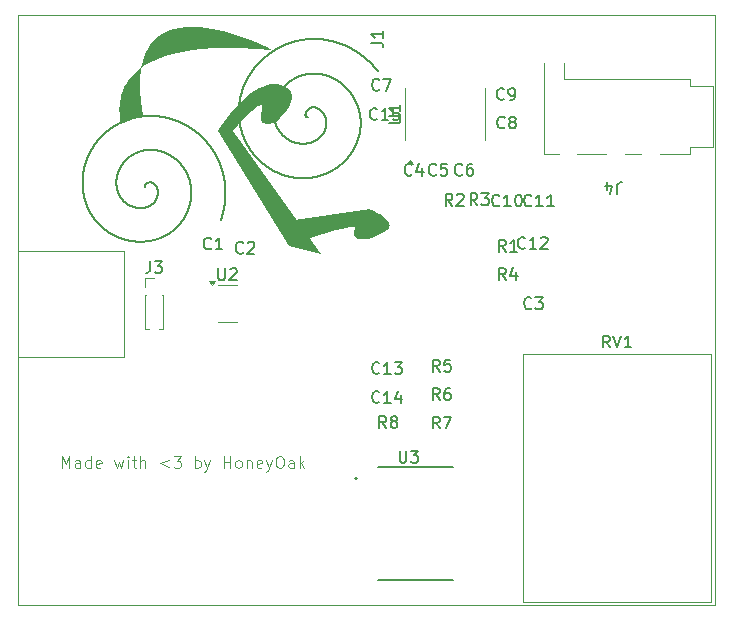
<source format=gbr>
%TF.GenerationSoftware,KiCad,Pcbnew,9.0.2*%
%TF.CreationDate,2025-07-27T21:28:40+05:30*%
%TF.ProjectId,dac,6461632e-6b69-4636-9164-5f7063625858,rev?*%
%TF.SameCoordinates,Original*%
%TF.FileFunction,Legend,Top*%
%TF.FilePolarity,Positive*%
%FSLAX46Y46*%
G04 Gerber Fmt 4.6, Leading zero omitted, Abs format (unit mm)*
G04 Created by KiCad (PCBNEW 9.0.2) date 2025-07-27 21:28:40*
%MOMM*%
%LPD*%
G01*
G04 APERTURE LIST*
%ADD10C,0.206500*%
%ADD11C,0.000000*%
%ADD12C,0.100000*%
%ADD13C,0.150000*%
%ADD14C,0.120000*%
%ADD15C,0.127000*%
%ADD16C,0.200000*%
G04 APERTURE END LIST*
D10*
X100708177Y-82316436D02*
X100693166Y-82327711D01*
X100678115Y-82338916D01*
X100663025Y-82350050D01*
X100647896Y-82361115D01*
X100632727Y-82372109D01*
X100617518Y-82383033D01*
X100602271Y-82393886D01*
X100586984Y-82404669D01*
X100571659Y-82415382D01*
X100556294Y-82426025D01*
X100540891Y-82436597D01*
X100525449Y-82447099D01*
X100509968Y-82457531D01*
X100494449Y-82467892D01*
X100478892Y-82478182D01*
X100463296Y-82488402D01*
X100447662Y-82498552D01*
X100431990Y-82508631D01*
X100416280Y-82518639D01*
X100400532Y-82528577D01*
X100384746Y-82538444D01*
X100368922Y-82548240D01*
X100353061Y-82557965D01*
X100337163Y-82567620D01*
X100321227Y-82577204D01*
X100305254Y-82586717D01*
X100289244Y-82596159D01*
X100273197Y-82605530D01*
X100257113Y-82614830D01*
X100240992Y-82624059D01*
X100224834Y-82633216D01*
X100208640Y-82642303D01*
X100192410Y-82651318D01*
X100176143Y-82660263D01*
X100159840Y-82669135D01*
X100143500Y-82677937D01*
X100127125Y-82686667D01*
X100110714Y-82695326D01*
X100094267Y-82703913D01*
X100077785Y-82712428D01*
X100061267Y-82720872D01*
X100044714Y-82729244D01*
X100028125Y-82737544D01*
X100011502Y-82745773D01*
X99994843Y-82753929D01*
X99978150Y-82762014D01*
X99961422Y-82770027D01*
X99944659Y-82777967D01*
X99927862Y-82785835D01*
X99911030Y-82793632D01*
X99894165Y-82801356D01*
X99877265Y-82809007D01*
X99860331Y-82816586D01*
X99843364Y-82824093D01*
X99826363Y-82831527D01*
X99809329Y-82838888D01*
X99792261Y-82846177D01*
X99775160Y-82853393D01*
X99758026Y-82860536D01*
X99740859Y-82867607D01*
X99723660Y-82874604D01*
X99706428Y-82881528D01*
X99689163Y-82888379D01*
X99671867Y-82895157D01*
X99654538Y-82901861D01*
X99637177Y-82908493D01*
X99619784Y-82915050D01*
X99602360Y-82921535D01*
X99584905Y-82927945D01*
X99567418Y-82934282D01*
X99549900Y-82940545D01*
X99532351Y-82946734D01*
X99514771Y-82952850D01*
X99497161Y-82958891D01*
X99479520Y-82964858D01*
X99461849Y-82970751D01*
X99444148Y-82976570D01*
X99426417Y-82982315D01*
X99408657Y-82987985D01*
X99390867Y-82993580D01*
X99373047Y-82999101D01*
X99355199Y-83004547D01*
X99337321Y-83009919D01*
X99319415Y-83015215D01*
X99301480Y-83020437D01*
X99283517Y-83025584D01*
X99265526Y-83030655D01*
X99247507Y-83035652D01*
X99229460Y-83040573D01*
X99211385Y-83045418D01*
X99193284Y-83050189D01*
X99175155Y-83054883D01*
X99156999Y-83059502D01*
X99138816Y-83064046D01*
X99120607Y-83068513D01*
X99102372Y-83072905D01*
X99084110Y-83077221D01*
X99065823Y-83081460D01*
X99047510Y-83085624D01*
X99029172Y-83089711D01*
X99010809Y-83093722D01*
X98992421Y-83097657D01*
X98974008Y-83101515D01*
X98955570Y-83105296D01*
X98937109Y-83109001D01*
X98918623Y-83112629D01*
X98900114Y-83116180D01*
X98881581Y-83119654D01*
X98863025Y-83123052D01*
X98844447Y-83126372D01*
X98825845Y-83129615D01*
X98807221Y-83132781D01*
X98788574Y-83135869D01*
X98769906Y-83138880D01*
X98751216Y-83141814D01*
X98732505Y-83144670D01*
X98713772Y-83147448D01*
X98695019Y-83150148D01*
X98676245Y-83152771D01*
X98657450Y-83155316D01*
X98638636Y-83157783D01*
X98619801Y-83160171D01*
X98600947Y-83162482D01*
X98582074Y-83164715D01*
X98563182Y-83166869D01*
X98544272Y-83168944D01*
X98525342Y-83170942D01*
X98506395Y-83172861D01*
X98487430Y-83174701D01*
X98468448Y-83176463D01*
X98449448Y-83178145D01*
X98430431Y-83179750D01*
X98411398Y-83181275D01*
X98392349Y-83182721D01*
X98373283Y-83184088D01*
X98354202Y-83185377D01*
X98335106Y-83186586D01*
X98315994Y-83187716D01*
X98296868Y-83188767D01*
X98277727Y-83189738D01*
X98258572Y-83190630D01*
X98239404Y-83191443D01*
X98220222Y-83192176D01*
X98201027Y-83192830D01*
X98181819Y-83193404D01*
X98162599Y-83193898D01*
X98143366Y-83194313D01*
X98124122Y-83194648D01*
X98104866Y-83194903D01*
X98085600Y-83195079D01*
X98066322Y-83195174D01*
X98047035Y-83195190D01*
X98027737Y-83195125D01*
X98008429Y-83194981D01*
X97989112Y-83194756D01*
X97969786Y-83194452D01*
X97950452Y-83194067D01*
X97931109Y-83193602D01*
X97911758Y-83193057D01*
X97892400Y-83192432D01*
X97873034Y-83191726D01*
X97853662Y-83190941D01*
X97834283Y-83190074D01*
X97814898Y-83189128D01*
X97795508Y-83188101D01*
X97776112Y-83186994D01*
X97756711Y-83185806D01*
X97737305Y-83184538D01*
X97717896Y-83183190D01*
X97698482Y-83181761D01*
X97679065Y-83180252D01*
X97659645Y-83178662D01*
X97640223Y-83176992D01*
X97620798Y-83175241D01*
X97601371Y-83173410D01*
X97581943Y-83171498D01*
X97562513Y-83169506D01*
X97543083Y-83167434D01*
X97523653Y-83165280D01*
X97504223Y-83163047D01*
X97484793Y-83160733D01*
X97465364Y-83158338D01*
X97445936Y-83155863D01*
X97426511Y-83153308D01*
X97407087Y-83150672D01*
X97387665Y-83147956D01*
X97368247Y-83145160D01*
X97348832Y-83142283D01*
X97329421Y-83139326D01*
X97310014Y-83136289D01*
X97290611Y-83133171D01*
X97271214Y-83129973D01*
X97251822Y-83126695D01*
X97232435Y-83123337D01*
X97213055Y-83119899D01*
X97193682Y-83116380D01*
X97174315Y-83112782D01*
X97154957Y-83109104D01*
X97135606Y-83105346D01*
X97116263Y-83101507D01*
X97096929Y-83097590D01*
X97077605Y-83093592D01*
X97058290Y-83089515D01*
X97038985Y-83085358D01*
X97019690Y-83081121D01*
X97000406Y-83076805D01*
X96981134Y-83072409D01*
X96961873Y-83067934D01*
X96942625Y-83063380D01*
X96923389Y-83058747D01*
X96904166Y-83054034D01*
X96884957Y-83049243D01*
X96865762Y-83044372D01*
X96846580Y-83039422D01*
X96827414Y-83034394D01*
X96808263Y-83029287D01*
X96789127Y-83024101D01*
X96770008Y-83018837D01*
X96750905Y-83013494D01*
X96731818Y-83008073D01*
X96712750Y-83002574D01*
X96693699Y-82996997D01*
X96674666Y-82991341D01*
X96655651Y-82985608D01*
X96636656Y-82979797D01*
X96617680Y-82973908D01*
X96598725Y-82967942D01*
X96579789Y-82961898D01*
X96560875Y-82955777D01*
X96541981Y-82949578D01*
X96523109Y-82943302D01*
X96504259Y-82936950D01*
X96485432Y-82930521D01*
X96466628Y-82924014D01*
X96447847Y-82917432D01*
X96438465Y-82914112D01*
X96429089Y-82910773D01*
X96419720Y-82907414D01*
X96410356Y-82904037D01*
X96400999Y-82900641D01*
X96391648Y-82897226D01*
X96382303Y-82893791D01*
X96372965Y-82890338D01*
X96363632Y-82886866D01*
X96354307Y-82883374D01*
X96344987Y-82879864D01*
X96335675Y-82876335D01*
X96326368Y-82872787D01*
X96317069Y-82869220D01*
X96307776Y-82865635D01*
X96298490Y-82862030D01*
X96289211Y-82858407D01*
X96279938Y-82854764D01*
X96270672Y-82851104D01*
X96261414Y-82847424D01*
X96252162Y-82843725D01*
X96242917Y-82840008D01*
X96233680Y-82836272D01*
X96224449Y-82832518D01*
X96215226Y-82828745D01*
X96206010Y-82824953D01*
X96196802Y-82821142D01*
X96187600Y-82817313D01*
X96178407Y-82813465D01*
X96169220Y-82809599D01*
X96160042Y-82805714D01*
X96150870Y-82801811D01*
X96141707Y-82797889D01*
X96132550Y-82793949D01*
X96123402Y-82789990D01*
X96114262Y-82786013D01*
X96105129Y-82782018D01*
X96096004Y-82778003D01*
X96086887Y-82773971D01*
X96077778Y-82769920D01*
X96068678Y-82765852D01*
X96059585Y-82761764D01*
X96050500Y-82757659D01*
X96041423Y-82753535D01*
X96032355Y-82749393D01*
X96023295Y-82745232D01*
X96014244Y-82741054D01*
X96005200Y-82736857D01*
X95996165Y-82732643D01*
X95987139Y-82728410D01*
X95978121Y-82724159D01*
X95969111Y-82719890D01*
X95960111Y-82715603D01*
X95951119Y-82711297D01*
X95942136Y-82706975D01*
X95933161Y-82702633D01*
X95924195Y-82698274D01*
X95915238Y-82693897D01*
X95906291Y-82689502D01*
X95897351Y-82685089D01*
X95888422Y-82680659D01*
X95879500Y-82676210D01*
X95870589Y-82671744D01*
X95861686Y-82667260D01*
X95852793Y-82662758D01*
X95843908Y-82658239D01*
X95835034Y-82653702D01*
X95826168Y-82649146D01*
X95817313Y-82644574D01*
X95808465Y-82639984D01*
X95799629Y-82635376D01*
X95790801Y-82630750D01*
X95781983Y-82626108D01*
X95773174Y-82621447D01*
X95764376Y-82616769D01*
X95755587Y-82612073D01*
X95746808Y-82607360D01*
X95738038Y-82602630D01*
X95729279Y-82597882D01*
X95720529Y-82593117D01*
X95711790Y-82588334D01*
X95703060Y-82583534D01*
X95694341Y-82578717D01*
X95685631Y-82573883D01*
X95676932Y-82569031D01*
X95668243Y-82564162D01*
X95659564Y-82559276D01*
X95650895Y-82554373D01*
X95642238Y-82549453D01*
X95633589Y-82544515D01*
X95624952Y-82539560D01*
X95616325Y-82534588D01*
X95607709Y-82529600D01*
X95599102Y-82524594D01*
X95590508Y-82519572D01*
X95581922Y-82514532D01*
X95573349Y-82509475D01*
X95564785Y-82504402D01*
X95556233Y-82499312D01*
X95547691Y-82494204D01*
X95539161Y-82489080D01*
X95530640Y-82483939D01*
X95522132Y-82478782D01*
X95513633Y-82473607D01*
X95505147Y-82468417D01*
X95496671Y-82463209D01*
X95488207Y-82457985D01*
X95479752Y-82452744D01*
X95471311Y-82447487D01*
X95462879Y-82442212D01*
X95454460Y-82436922D01*
X95446051Y-82431614D01*
X95437654Y-82426291D01*
X95429268Y-82420951D01*
X95420894Y-82415595D01*
X95412531Y-82410221D01*
X95404181Y-82404833D01*
X95395840Y-82399426D01*
X95387513Y-82394005D01*
X95379196Y-82388566D01*
X95370892Y-82383113D01*
X95362598Y-82377641D01*
X95354318Y-82372155D01*
X95346048Y-82366652D01*
X95337791Y-82361133D01*
X95329545Y-82355597D01*
X95321312Y-82350046D01*
X95313090Y-82344478D01*
X95304881Y-82338896D01*
X95296683Y-82333296D01*
X95288498Y-82327681D01*
X95280324Y-82322049D01*
X95272164Y-82316403D01*
X95264015Y-82310739D01*
X95255879Y-82305061D01*
X95247754Y-82299365D01*
X95239643Y-82293655D01*
X95231542Y-82287929D01*
X95223456Y-82282187D01*
X95215380Y-82276429D01*
X95207319Y-82270656D01*
X95199268Y-82264866D01*
X95191232Y-82259063D01*
X95183207Y-82253242D01*
X95175196Y-82247407D01*
X95167195Y-82241555D01*
X95159210Y-82235689D01*
X95151235Y-82229806D01*
X95143275Y-82223909D01*
X95135326Y-82217995D01*
X95127392Y-82212067D01*
X95119468Y-82206123D01*
X95111560Y-82200164D01*
X95103662Y-82194189D01*
X95095779Y-82188200D01*
X95087908Y-82182195D01*
X95080051Y-82176175D01*
X95072206Y-82170139D01*
X95064376Y-82164090D01*
X95056557Y-82158024D01*
X95048753Y-82151944D01*
X95040960Y-82145847D01*
X95033183Y-82139738D01*
X95025417Y-82133611D01*
X95017666Y-82127471D01*
X95009927Y-82121315D01*
X95002203Y-82115145D01*
X94994491Y-82108959D01*
X94986794Y-82102760D01*
X94979108Y-82096544D01*
X94971438Y-82090315D01*
X94963780Y-82084070D01*
X94956137Y-82077812D01*
X94948506Y-82071537D01*
X94940891Y-82065249D01*
X94933287Y-82058945D01*
X94925699Y-82052628D01*
X94918123Y-82046295D01*
X94910562Y-82039949D01*
X94903014Y-82033587D01*
X94895481Y-82027212D01*
X94887960Y-82020821D01*
X94880455Y-82014417D01*
X94872962Y-82007997D01*
X94865485Y-82001564D01*
X94858020Y-81995115D01*
X94850571Y-81988654D01*
X94843134Y-81982176D01*
X94835714Y-81975687D01*
X94828305Y-81969181D01*
X94820913Y-81962663D01*
X94813532Y-81956128D01*
X94806168Y-81949582D01*
X94798817Y-81943019D01*
X94791481Y-81936445D01*
X94784158Y-81929854D01*
X94776851Y-81923252D01*
X94769557Y-81916633D01*
X94762279Y-81910002D01*
X94755013Y-81903356D01*
X94747764Y-81896697D01*
X94740527Y-81890023D01*
X94733307Y-81883337D01*
X94726099Y-81876635D01*
X94718908Y-81869922D01*
X94711730Y-81863192D01*
X94704568Y-81856451D01*
X94697419Y-81849694D01*
X94690286Y-81842926D01*
X94683167Y-81836141D01*
X94676064Y-81829346D01*
X94668973Y-81822534D01*
X94661900Y-81815712D01*
X94654839Y-81808873D01*
X94647795Y-81802023D01*
X94640764Y-81795158D01*
X94633750Y-81788281D01*
X94626749Y-81781389D01*
X94619764Y-81774486D01*
X94612793Y-81767567D01*
X94605839Y-81760636D01*
X94598897Y-81753691D01*
X94591973Y-81746734D01*
X94585062Y-81739762D01*
X94578168Y-81732779D01*
X94571287Y-81725781D01*
X94564423Y-81718771D01*
X94557572Y-81711747D01*
X94550739Y-81704711D01*
X94543918Y-81697660D01*
X94537115Y-81690598D01*
X94530325Y-81683521D01*
X94523553Y-81676434D01*
X94516794Y-81669331D01*
X94510052Y-81662217D01*
X94503323Y-81655089D01*
X94496612Y-81647949D01*
X94489914Y-81640795D01*
X94483234Y-81633630D01*
X94476567Y-81626450D01*
X94469917Y-81619260D01*
X94463281Y-81612054D01*
X94456663Y-81604838D01*
X94450058Y-81597608D01*
X94443471Y-81590366D01*
X94436897Y-81583110D01*
X94430341Y-81575844D01*
X94423798Y-81568563D01*
X94417273Y-81561271D01*
X94410762Y-81553965D01*
X94404268Y-81546648D01*
X94397788Y-81539317D01*
X94391326Y-81531976D01*
X94384878Y-81524620D01*
X94378447Y-81517254D01*
X94372030Y-81509873D01*
X94365631Y-81502482D01*
X94359246Y-81495077D01*
X94352879Y-81487661D01*
X94346525Y-81480232D01*
X94340189Y-81472792D01*
X94333868Y-81465337D01*
X94327564Y-81457873D01*
X94321274Y-81450395D01*
X94315002Y-81442906D01*
X94308744Y-81435404D01*
X94302504Y-81427891D01*
X94296279Y-81420364D01*
X94290071Y-81412828D01*
X94283877Y-81405277D01*
X94277701Y-81397716D01*
X94271540Y-81390142D01*
X94265396Y-81382557D01*
X94259267Y-81374959D01*
X94253156Y-81367351D01*
X94247059Y-81359729D01*
X94240980Y-81352097D01*
X94234915Y-81344451D01*
X94228869Y-81336796D01*
X94222837Y-81329127D01*
X94216823Y-81321448D01*
X94210823Y-81313756D01*
X94204842Y-81306054D01*
X94198875Y-81298338D01*
X94192926Y-81290613D01*
X94186992Y-81282874D01*
X94181076Y-81275126D01*
X94175174Y-81267363D01*
X94169291Y-81259592D01*
X94163422Y-81251807D01*
X94157572Y-81244013D01*
X94151736Y-81236205D01*
X94145918Y-81228388D01*
X94140116Y-81220557D01*
X94134331Y-81212718D01*
X94128561Y-81204864D01*
X94125000Y-81200000D01*
X99092609Y-78217975D02*
X99096338Y-78219849D01*
X99100050Y-78221736D01*
X99103745Y-78223638D01*
X99107423Y-78225553D01*
X99111084Y-78227482D01*
X99114728Y-78229424D01*
X99118356Y-78231381D01*
X99121967Y-78233350D01*
X99125561Y-78235334D01*
X99129138Y-78237331D01*
X99132699Y-78239342D01*
X99136243Y-78241366D01*
X99139771Y-78243404D01*
X99143282Y-78245455D01*
X99146777Y-78247520D01*
X99150255Y-78249599D01*
X99153717Y-78251691D01*
X99157162Y-78253796D01*
X99160592Y-78255915D01*
X99164005Y-78258047D01*
X99167402Y-78260193D01*
X99170782Y-78262351D01*
X99174147Y-78264524D01*
X99177495Y-78266709D01*
X99180827Y-78268909D01*
X99184143Y-78271121D01*
X99187444Y-78273347D01*
X99190727Y-78275586D01*
X99193996Y-78277838D01*
X99197248Y-78280104D01*
X99200485Y-78282383D01*
X99203705Y-78284675D01*
X99210098Y-78289299D01*
X99216429Y-78293976D01*
X99222697Y-78298706D01*
X99228903Y-78303489D01*
X99235046Y-78308324D01*
X99241127Y-78313212D01*
X99247146Y-78318153D01*
X99253104Y-78323147D01*
X99259000Y-78328193D01*
X99264834Y-78333292D01*
X99270608Y-78338443D01*
X99276320Y-78343647D01*
X99281972Y-78348903D01*
X99287563Y-78354213D01*
X99293093Y-78359574D01*
X99298563Y-78364988D01*
X99303972Y-78370455D01*
X99309322Y-78375975D01*
X99314611Y-78381547D01*
X99319840Y-78387172D01*
X99325009Y-78392849D01*
X99330118Y-78398580D01*
X99335167Y-78404363D01*
X99340156Y-78410199D01*
X99345086Y-78416087D01*
X99349955Y-78422029D01*
X99354765Y-78428024D01*
X99359515Y-78434072D01*
X99364205Y-78440173D01*
X99368836Y-78446327D01*
X99373406Y-78452535D01*
X99377916Y-78458795D01*
X99382367Y-78465109D01*
X99386757Y-78471477D01*
X99391087Y-78477898D01*
X99395357Y-78484372D01*
X99399567Y-78490900D01*
X99403716Y-78497482D01*
X99407805Y-78504117D01*
X99411833Y-78510807D01*
X99415800Y-78517550D01*
X99419706Y-78524347D01*
X99423551Y-78531197D01*
X99427335Y-78538102D01*
X99431057Y-78545061D01*
X99434717Y-78552073D01*
X99438315Y-78559140D01*
X99441852Y-78566261D01*
X99445326Y-78573436D01*
X99448737Y-78580664D01*
X99452086Y-78587947D01*
X99455371Y-78595284D01*
X99458593Y-78602675D01*
X99461752Y-78610121D01*
X99464847Y-78617620D01*
X99467877Y-78625173D01*
X99470843Y-78632780D01*
X99473745Y-78640441D01*
X99476581Y-78648155D01*
X99479352Y-78655923D01*
X99482057Y-78663745D01*
X99484696Y-78671621D01*
X99487269Y-78679549D01*
X99489774Y-78687531D01*
X99492213Y-78695566D01*
X99494585Y-78703654D01*
X99496888Y-78711795D01*
X99499124Y-78719988D01*
X99501291Y-78728233D01*
X99503389Y-78736531D01*
X99505417Y-78744881D01*
X99507376Y-78753282D01*
X99509265Y-78761734D01*
X99511083Y-78770237D01*
X99512831Y-78778792D01*
X99514507Y-78787396D01*
X99516111Y-78796051D01*
X99517644Y-78804755D01*
X99519104Y-78813508D01*
X99520491Y-78822310D01*
X99521805Y-78831161D01*
X99523045Y-78840059D01*
X99524211Y-78849005D01*
X99525302Y-78857997D01*
X99526319Y-78867036D01*
X99527261Y-78876121D01*
X99528126Y-78885251D01*
X99528916Y-78894426D01*
X99529629Y-78903644D01*
X99530266Y-78912906D01*
X99530825Y-78922210D01*
X99531306Y-78931556D01*
X99531710Y-78940944D01*
X99532036Y-78950371D01*
X99532283Y-78959838D01*
X99532451Y-78969344D01*
X99532539Y-78978888D01*
X99532548Y-78988468D01*
X99532477Y-78998085D01*
X99532326Y-79007737D01*
X99532095Y-79017422D01*
X99531783Y-79027141D01*
X99531389Y-79036892D01*
X99530915Y-79046674D01*
X99530359Y-79056486D01*
X99529721Y-79066326D01*
X99529002Y-79076194D01*
X99528200Y-79086089D01*
X99527316Y-79096009D01*
X99526350Y-79105953D01*
X99525301Y-79115919D01*
X99524170Y-79125907D01*
X99522956Y-79135915D01*
X99521659Y-79145942D01*
X99520279Y-79155986D01*
X99518816Y-79166046D01*
X99517271Y-79176120D01*
X99515642Y-79186208D01*
X99513931Y-79196307D01*
X99512137Y-79206417D01*
X99510260Y-79216534D01*
X99508301Y-79226659D01*
X99506259Y-79236790D01*
X99504135Y-79246924D01*
X99501928Y-79257060D01*
X99499640Y-79267197D01*
X99497270Y-79277333D01*
X99494818Y-79287466D01*
X99492286Y-79297595D01*
X99489672Y-79307717D01*
X99486978Y-79317832D01*
X99484204Y-79327937D01*
X99481350Y-79338031D01*
X99478416Y-79348111D01*
X99475404Y-79358177D01*
X99472313Y-79368226D01*
X99469144Y-79378257D01*
X99465897Y-79388268D01*
X99462574Y-79398257D01*
X99459174Y-79408222D01*
X99455698Y-79418162D01*
X99452147Y-79428074D01*
X99448522Y-79437958D01*
X99444823Y-79447810D01*
X99442946Y-79452724D01*
X99441050Y-79457630D01*
X99439137Y-79462527D01*
X99437206Y-79467416D01*
X99435256Y-79472295D01*
X99433289Y-79477165D01*
X99431304Y-79482025D01*
X99429301Y-79486877D01*
X99427281Y-79491717D01*
X99425244Y-79496549D01*
X99423189Y-79501369D01*
X99421116Y-79506179D01*
X99419027Y-79510978D01*
X99416921Y-79515767D01*
X99414798Y-79520543D01*
X99412657Y-79525310D01*
X99410501Y-79530063D01*
X99408327Y-79534806D01*
X99406137Y-79539536D01*
X99403931Y-79544255D01*
X99401708Y-79548960D01*
X99399469Y-79553653D01*
X99397215Y-79558333D01*
X99394944Y-79563001D01*
X99392657Y-79567654D01*
X99390355Y-79572295D01*
X99388037Y-79576921D01*
X99385704Y-79581535D01*
X99383356Y-79586133D01*
X99380991Y-79590719D01*
X99378613Y-79595288D01*
X99376218Y-79599845D01*
X99373810Y-79604385D01*
X99371386Y-79608913D01*
X99368949Y-79613422D01*
X99366496Y-79617919D01*
X99364030Y-79622398D01*
X99361548Y-79626864D01*
X99359053Y-79631311D01*
X99356543Y-79635745D01*
X99354021Y-79640160D01*
X99351484Y-79644562D01*
X99348935Y-79648944D01*
X99346370Y-79653312D01*
X99343794Y-79657661D01*
X99341203Y-79661995D01*
X99338601Y-79666309D01*
X99335984Y-79670609D01*
X99333356Y-79674888D01*
X99330713Y-79679153D01*
X99328060Y-79683397D01*
X99325393Y-79687626D01*
X99322715Y-79691834D01*
X99320023Y-79696027D01*
X99317322Y-79700198D01*
X99314606Y-79704354D01*
X99311881Y-79708487D01*
X99309142Y-79712606D01*
X99306394Y-79716702D01*
X99303632Y-79720782D01*
X99300862Y-79724840D01*
X99298077Y-79728882D01*
X99295285Y-79732901D01*
X99292479Y-79736904D01*
X99289665Y-79740883D01*
X99286838Y-79744847D01*
X99284003Y-79748787D01*
X99281156Y-79752710D01*
X99278301Y-79756610D01*
X99275433Y-79760493D01*
X99272558Y-79764352D01*
X99269670Y-79768194D01*
X99266776Y-79772012D01*
X99263870Y-79775813D01*
X99260957Y-79779589D01*
X99258032Y-79783349D01*
X99255101Y-79787083D01*
X99252158Y-79790801D01*
X99249209Y-79794493D01*
X99246248Y-79798169D01*
X99243282Y-79801818D01*
X99240304Y-79805451D01*
X99237322Y-79809057D01*
X99234328Y-79812647D01*
X99231329Y-79816211D01*
X99228319Y-79819757D01*
X99225304Y-79823277D01*
X99222278Y-79826780D01*
X99217164Y-79832631D01*
X104060218Y-75235950D02*
X104073130Y-75254445D01*
X104085979Y-75272989D01*
X104098765Y-75291583D01*
X104111488Y-75310226D01*
X104124147Y-75328917D01*
X104136742Y-75347657D01*
X104149274Y-75366445D01*
X104161742Y-75385282D01*
X104174146Y-75404167D01*
X104186486Y-75423100D01*
X104198761Y-75442081D01*
X104210972Y-75461110D01*
X104223119Y-75480186D01*
X104235201Y-75499310D01*
X104247218Y-75518480D01*
X104259170Y-75537698D01*
X104271057Y-75556963D01*
X104282879Y-75576274D01*
X104294636Y-75595632D01*
X104306327Y-75615036D01*
X104317953Y-75634486D01*
X104329513Y-75653982D01*
X104341007Y-75673524D01*
X104352435Y-75693112D01*
X104363798Y-75712745D01*
X104375094Y-75732423D01*
X104386323Y-75752146D01*
X104397486Y-75771914D01*
X104408583Y-75791727D01*
X104419612Y-75811584D01*
X104430575Y-75831486D01*
X104441471Y-75851431D01*
X104452300Y-75871420D01*
X104463061Y-75891454D01*
X104473755Y-75911530D01*
X104484381Y-75931650D01*
X104494940Y-75951813D01*
X104505431Y-75972018D01*
X104515854Y-75992267D01*
X104526208Y-76012558D01*
X104536495Y-76032891D01*
X104546713Y-76053266D01*
X104556863Y-76073683D01*
X104566944Y-76094141D01*
X104576956Y-76114641D01*
X104586899Y-76135182D01*
X104596774Y-76155764D01*
X104606579Y-76176387D01*
X104616315Y-76197050D01*
X104625981Y-76217754D01*
X104635578Y-76238497D01*
X104645105Y-76259280D01*
X104654563Y-76280103D01*
X104663950Y-76300966D01*
X104673267Y-76321867D01*
X104682514Y-76342807D01*
X104691691Y-76363786D01*
X104700797Y-76384803D01*
X104709833Y-76405859D01*
X104718798Y-76426952D01*
X104727692Y-76448084D01*
X104736515Y-76469252D01*
X104745266Y-76490458D01*
X104753947Y-76511700D01*
X104762556Y-76532980D01*
X104771094Y-76554296D01*
X104779560Y-76575648D01*
X104787954Y-76597036D01*
X104796276Y-76618459D01*
X104804526Y-76639918D01*
X104812704Y-76661413D01*
X104820810Y-76682942D01*
X104828843Y-76704506D01*
X104836804Y-76726104D01*
X104844692Y-76747736D01*
X104852507Y-76769402D01*
X104860250Y-76791102D01*
X104867919Y-76812835D01*
X104875515Y-76834601D01*
X104883038Y-76856399D01*
X104890487Y-76878231D01*
X104897863Y-76900094D01*
X104905166Y-76921989D01*
X104912394Y-76943916D01*
X104919549Y-76965875D01*
X104926630Y-76987864D01*
X104933636Y-77009884D01*
X104940569Y-77031935D01*
X104947427Y-77054016D01*
X104954210Y-77076127D01*
X104960919Y-77098267D01*
X104967553Y-77120437D01*
X104974113Y-77142636D01*
X104980598Y-77164864D01*
X104987007Y-77187120D01*
X104993342Y-77209404D01*
X104999601Y-77231716D01*
X105005785Y-77254056D01*
X105011893Y-77276423D01*
X105017926Y-77298817D01*
X105023883Y-77321237D01*
X105029765Y-77343684D01*
X105035570Y-77366157D01*
X105041300Y-77388655D01*
X105046953Y-77411179D01*
X105052531Y-77433729D01*
X105058032Y-77456303D01*
X105063457Y-77478901D01*
X105068805Y-77501523D01*
X105074077Y-77524170D01*
X105079272Y-77546840D01*
X105084390Y-77569533D01*
X105089432Y-77592249D01*
X105094396Y-77614987D01*
X105099284Y-77637748D01*
X105104094Y-77660531D01*
X105108827Y-77683335D01*
X105113483Y-77706160D01*
X105118062Y-77729007D01*
X105122563Y-77751874D01*
X105126987Y-77774761D01*
X105131333Y-77797668D01*
X105135601Y-77820595D01*
X105139791Y-77843541D01*
X105143904Y-77866506D01*
X105147939Y-77889489D01*
X105151895Y-77912491D01*
X105155774Y-77935511D01*
X105159574Y-77958548D01*
X105163297Y-77981603D01*
X105166941Y-78004674D01*
X105170506Y-78027762D01*
X105173993Y-78050867D01*
X105177402Y-78073987D01*
X105180732Y-78097123D01*
X105183983Y-78120273D01*
X105187156Y-78143439D01*
X105190250Y-78166619D01*
X105193265Y-78189814D01*
X105196201Y-78213022D01*
X105199059Y-78236243D01*
X105201837Y-78259478D01*
X105204536Y-78282725D01*
X105207157Y-78305985D01*
X105209698Y-78329257D01*
X105212160Y-78352541D01*
X105214542Y-78375836D01*
X105216845Y-78399142D01*
X105219070Y-78422458D01*
X105221214Y-78445785D01*
X105223279Y-78469122D01*
X105225265Y-78492468D01*
X105227171Y-78515824D01*
X105228998Y-78539188D01*
X105230745Y-78562561D01*
X105232413Y-78585942D01*
X105234001Y-78609331D01*
X105235509Y-78632728D01*
X105236937Y-78656131D01*
X105238286Y-78679541D01*
X105239555Y-78702958D01*
X105240744Y-78726380D01*
X105241853Y-78749808D01*
X105242883Y-78773242D01*
X105243833Y-78796680D01*
X105244702Y-78820123D01*
X105245492Y-78843570D01*
X105245857Y-78855295D01*
X105246202Y-78867021D01*
X105246527Y-78878748D01*
X105246832Y-78890476D01*
X105247117Y-78902204D01*
X105247382Y-78913933D01*
X105247628Y-78925663D01*
X105247853Y-78937394D01*
X105248058Y-78949125D01*
X105248243Y-78960856D01*
X105248408Y-78972588D01*
X105248553Y-78984321D01*
X105248678Y-78996054D01*
X105248783Y-79007788D01*
X105248868Y-79019521D01*
X105248933Y-79031256D01*
X105248978Y-79042990D01*
X105249004Y-79054724D01*
X105249009Y-79066459D01*
X105248994Y-79078194D01*
X105248959Y-79089928D01*
X105248904Y-79101663D01*
X105248829Y-79113398D01*
X105248734Y-79125133D01*
X105248619Y-79136868D01*
X105248484Y-79148602D01*
X105248329Y-79160336D01*
X105248154Y-79172070D01*
X105247960Y-79183804D01*
X105247745Y-79195537D01*
X105247510Y-79207270D01*
X105247255Y-79219003D01*
X105246980Y-79230735D01*
X105246685Y-79242467D01*
X105246370Y-79254197D01*
X105246035Y-79265928D01*
X105245680Y-79277658D01*
X105245306Y-79289387D01*
X105244911Y-79301115D01*
X105244496Y-79312843D01*
X105244061Y-79324569D01*
X105243606Y-79336295D01*
X105243132Y-79348020D01*
X105242637Y-79359744D01*
X105242122Y-79371466D01*
X105241587Y-79383189D01*
X105241033Y-79394909D01*
X105240458Y-79406629D01*
X105239863Y-79418347D01*
X105239249Y-79430064D01*
X105238614Y-79441780D01*
X105237960Y-79453495D01*
X105237285Y-79465208D01*
X105236591Y-79476920D01*
X105235877Y-79488630D01*
X105235142Y-79500339D01*
X105234388Y-79512046D01*
X105233614Y-79523752D01*
X105232820Y-79535456D01*
X105232006Y-79547159D01*
X105231172Y-79558859D01*
X105230318Y-79570558D01*
X105229444Y-79582255D01*
X105228550Y-79593951D01*
X105227636Y-79605644D01*
X105226703Y-79617335D01*
X105225749Y-79629024D01*
X105224776Y-79640712D01*
X105223782Y-79652397D01*
X105222769Y-79664081D01*
X105221736Y-79675761D01*
X105220683Y-79687441D01*
X105219610Y-79699117D01*
X105218517Y-79710792D01*
X105217405Y-79722463D01*
X105216272Y-79734133D01*
X105215120Y-79745800D01*
X105213948Y-79757465D01*
X105212756Y-79769127D01*
X105211544Y-79780787D01*
X105210312Y-79792444D01*
X105209061Y-79804099D01*
X105207789Y-79815750D01*
X105206498Y-79827400D01*
X105205187Y-79839046D01*
X105203856Y-79850690D01*
X105202505Y-79862330D01*
X105201135Y-79873968D01*
X105199745Y-79885602D01*
X105198334Y-79897235D01*
X105196905Y-79908863D01*
X105195455Y-79920489D01*
X105193986Y-79932112D01*
X105192496Y-79943732D01*
X105190988Y-79955347D01*
X105189459Y-79966961D01*
X105187910Y-79978570D01*
X105186342Y-79990177D01*
X105184754Y-80001780D01*
X105183147Y-80013380D01*
X105181519Y-80024976D01*
X105179872Y-80036570D01*
X105178206Y-80048158D01*
X105176519Y-80059745D01*
X105174813Y-80071326D01*
X105173087Y-80082905D01*
X105171342Y-80094479D01*
X105169576Y-80106051D01*
X105167792Y-80117618D01*
X105165987Y-80129182D01*
X105164163Y-80140741D01*
X105162319Y-80152297D01*
X105160456Y-80163848D01*
X105158573Y-80175397D01*
X105156670Y-80186940D01*
X105154748Y-80198480D01*
X105152806Y-80210015D01*
X105150845Y-80221547D01*
X105148864Y-80233074D01*
X105146863Y-80244597D01*
X105144843Y-80256115D01*
X105142804Y-80267630D01*
X105140745Y-80279140D01*
X105138666Y-80290646D01*
X105136567Y-80302147D01*
X105134450Y-80313644D01*
X105132312Y-80325136D01*
X105130155Y-80336624D01*
X105127979Y-80348107D01*
X105125783Y-80359586D01*
X105123568Y-80371059D01*
X105121333Y-80382529D01*
X105119079Y-80393992D01*
X105116806Y-80405453D01*
X105114513Y-80416907D01*
X105112200Y-80428357D01*
X105109868Y-80439802D01*
X105107517Y-80451242D01*
X105105146Y-80462677D01*
X105102756Y-80474107D01*
X105100347Y-80485532D01*
X105097918Y-80496952D01*
X105095470Y-80508366D01*
X105093002Y-80519776D01*
X105090515Y-80531180D01*
X105088009Y-80542580D01*
X105085483Y-80553972D01*
X105082938Y-80565362D01*
X105080375Y-80576744D01*
X105077791Y-80588122D01*
X105075188Y-80599493D01*
X105072566Y-80610861D01*
X105069925Y-80622221D01*
X105067265Y-80633578D01*
X105064585Y-80644927D01*
X105061886Y-80656272D01*
X105059168Y-80667609D01*
X105056430Y-80678943D01*
X105053674Y-80690269D01*
X105050898Y-80701592D01*
X105048104Y-80712906D01*
X105045289Y-80724217D01*
X105042456Y-80735519D01*
X105039604Y-80746818D01*
X105036733Y-80758109D01*
X105033842Y-80769396D01*
X105030932Y-80780674D01*
X105028003Y-80791949D01*
X105025056Y-80803216D01*
X105022089Y-80814478D01*
X105019103Y-80825732D01*
X105016098Y-80836982D01*
X105013074Y-80848223D01*
X105010031Y-80859461D01*
X105006969Y-80870690D01*
X105003888Y-80881914D01*
X105000788Y-80893130D01*
X104997669Y-80904342D01*
X104994531Y-80915545D01*
X104991374Y-80926744D01*
X104988198Y-80937934D01*
X104985003Y-80949119D01*
X104981790Y-80960296D01*
X104978557Y-80971468D01*
X104975306Y-80982632D01*
X104972035Y-80993791D01*
X104968746Y-81004940D01*
X104965438Y-81016086D01*
X104962111Y-81027222D01*
X104958765Y-81038353D01*
X104955401Y-81049476D01*
X104952018Y-81060593D01*
X104948616Y-81071702D01*
X104945195Y-81082806D01*
X104941755Y-81093900D01*
X104938297Y-81104989D01*
X104934820Y-81116070D01*
X104931324Y-81127145D01*
X104927809Y-81138211D01*
X104924276Y-81149272D01*
X104920724Y-81160323D01*
X104917153Y-81171369D01*
X104913564Y-81182406D01*
X104909956Y-81193437D01*
X104906330Y-81204459D01*
X104902684Y-81215476D01*
X104899021Y-81226483D01*
X104895338Y-81237485D01*
X104891638Y-81248477D01*
X104887918Y-81259464D01*
X104884180Y-81270441D01*
X104880423Y-81281413D01*
X104876648Y-81292374D01*
X104872854Y-81303330D01*
X104869042Y-81314277D01*
X104865211Y-81325217D01*
X104861363Y-81336148D01*
X104857495Y-81347073D01*
X104853609Y-81357988D01*
X104849704Y-81368898D01*
X104847473Y-81375105D01*
X116688147Y-72800124D02*
X116689501Y-72819005D01*
X116690775Y-72837882D01*
X116691968Y-72856754D01*
X116693081Y-72875620D01*
X116694114Y-72894482D01*
X116695066Y-72913339D01*
X116695938Y-72932191D01*
X116696730Y-72951038D01*
X116697441Y-72969879D01*
X116698072Y-72988715D01*
X116698624Y-73007545D01*
X116699094Y-73026370D01*
X116699485Y-73045189D01*
X116699796Y-73064002D01*
X116700027Y-73082809D01*
X116700177Y-73101610D01*
X116700248Y-73120406D01*
X116700239Y-73139195D01*
X116700150Y-73157977D01*
X116699981Y-73176753D01*
X116699732Y-73195523D01*
X116699403Y-73214286D01*
X116698994Y-73233043D01*
X116698506Y-73251792D01*
X116697937Y-73270535D01*
X116697289Y-73289270D01*
X116696561Y-73307998D01*
X116695754Y-73326719D01*
X116694867Y-73345432D01*
X116693900Y-73364138D01*
X116692853Y-73382837D01*
X116691727Y-73401527D01*
X116690521Y-73420209D01*
X116689236Y-73438884D01*
X116687871Y-73457550D01*
X116686427Y-73476208D01*
X116684903Y-73494858D01*
X116683299Y-73513499D01*
X116681616Y-73532131D01*
X116679853Y-73550755D01*
X116678012Y-73569369D01*
X116676090Y-73587975D01*
X116674089Y-73606571D01*
X116672009Y-73625158D01*
X116669849Y-73643735D01*
X116667611Y-73662303D01*
X116665292Y-73680861D01*
X116662895Y-73699409D01*
X116660418Y-73717947D01*
X116657861Y-73736475D01*
X116655226Y-73754992D01*
X116652511Y-73773499D01*
X116649717Y-73791995D01*
X116646844Y-73810480D01*
X116643891Y-73828954D01*
X116640860Y-73847417D01*
X116637749Y-73865869D01*
X116634559Y-73884309D01*
X116631290Y-73902738D01*
X116627942Y-73921155D01*
X116624515Y-73939560D01*
X116621008Y-73957953D01*
X116617423Y-73976333D01*
X116613759Y-73994701D01*
X116610015Y-74013057D01*
X116606193Y-74031399D01*
X116602292Y-74049729D01*
X116598311Y-74068045D01*
X116594252Y-74086348D01*
X116590114Y-74104638D01*
X116585897Y-74122913D01*
X116581601Y-74141175D01*
X116577227Y-74159423D01*
X116572773Y-74177657D01*
X116568241Y-74195876D01*
X116563630Y-74214080D01*
X116558941Y-74232270D01*
X116554172Y-74250444D01*
X116549325Y-74268603D01*
X116544400Y-74286747D01*
X116539395Y-74304875D01*
X116534312Y-74322988D01*
X116529151Y-74341084D01*
X116523911Y-74359164D01*
X116518593Y-74377227D01*
X116513196Y-74395274D01*
X116507721Y-74413304D01*
X116502167Y-74431317D01*
X116496535Y-74449313D01*
X116490825Y-74467291D01*
X116485037Y-74485251D01*
X116479170Y-74503194D01*
X116473225Y-74521118D01*
X116467202Y-74539023D01*
X116461101Y-74556911D01*
X116454922Y-74574779D01*
X116448665Y-74592628D01*
X116442330Y-74610458D01*
X116435917Y-74628268D01*
X116429426Y-74646059D01*
X116422857Y-74663829D01*
X116416211Y-74681579D01*
X116409486Y-74699309D01*
X116402685Y-74717018D01*
X116395805Y-74734706D01*
X116388848Y-74752373D01*
X116381814Y-74770018D01*
X116374702Y-74787642D01*
X116367513Y-74805243D01*
X116360246Y-74822823D01*
X116352902Y-74840379D01*
X116345481Y-74857913D01*
X116337983Y-74875425D01*
X116330408Y-74892913D01*
X116322756Y-74910377D01*
X116315027Y-74927817D01*
X116307222Y-74945234D01*
X116299339Y-74962626D01*
X116291380Y-74979994D01*
X116283344Y-74997337D01*
X116275232Y-75014655D01*
X116267043Y-75031947D01*
X116258778Y-75049214D01*
X116250437Y-75066455D01*
X116242020Y-75083669D01*
X116233526Y-75100857D01*
X116224957Y-75118019D01*
X116216311Y-75135153D01*
X116207590Y-75152260D01*
X116198794Y-75169339D01*
X116189921Y-75186391D01*
X116180973Y-75203414D01*
X116171950Y-75220409D01*
X116162851Y-75237375D01*
X116153678Y-75254312D01*
X116144429Y-75271220D01*
X116135105Y-75288098D01*
X116125707Y-75304946D01*
X116116233Y-75321764D01*
X116106685Y-75338552D01*
X116097063Y-75355309D01*
X116087366Y-75372034D01*
X116077595Y-75388728D01*
X116067750Y-75405391D01*
X116057831Y-75422021D01*
X116047838Y-75438619D01*
X116037772Y-75455185D01*
X116027632Y-75471717D01*
X116017418Y-75488216D01*
X116007131Y-75504682D01*
X115996771Y-75521114D01*
X115986338Y-75537512D01*
X115975832Y-75553875D01*
X115965254Y-75570203D01*
X115954603Y-75586496D01*
X115943879Y-75602754D01*
X115933083Y-75618976D01*
X115922216Y-75635162D01*
X115911276Y-75651312D01*
X115900264Y-75667425D01*
X115889181Y-75683501D01*
X115878027Y-75699539D01*
X115866801Y-75715540D01*
X115855504Y-75731503D01*
X115844137Y-75747428D01*
X115832699Y-75763314D01*
X115821190Y-75779161D01*
X115809611Y-75794969D01*
X115797961Y-75810737D01*
X115786242Y-75826465D01*
X115774453Y-75842153D01*
X115762595Y-75857801D01*
X115750667Y-75873407D01*
X115738670Y-75888973D01*
X115726604Y-75904496D01*
X115714469Y-75919978D01*
X115702265Y-75935418D01*
X115689994Y-75950815D01*
X115677654Y-75966169D01*
X115665246Y-75981480D01*
X115652771Y-75996748D01*
X115640228Y-76011972D01*
X115627618Y-76027151D01*
X115614941Y-76042286D01*
X115602197Y-76057377D01*
X115589387Y-76072422D01*
X115576510Y-76087421D01*
X115563567Y-76102375D01*
X115550558Y-76117283D01*
X115537484Y-76132144D01*
X115524344Y-76146958D01*
X115511140Y-76161725D01*
X115497870Y-76176445D01*
X115484536Y-76191117D01*
X115471137Y-76205741D01*
X115457674Y-76220316D01*
X115444148Y-76234843D01*
X115430558Y-76249320D01*
X115416904Y-76263748D01*
X115403188Y-76278126D01*
X115389409Y-76292455D01*
X115375567Y-76306733D01*
X115361663Y-76320960D01*
X115347697Y-76335136D01*
X115333669Y-76349260D01*
X115319580Y-76363334D01*
X115305430Y-76377355D01*
X115291219Y-76391323D01*
X115276947Y-76405239D01*
X115262615Y-76419102D01*
X115248223Y-76432912D01*
X115233772Y-76446668D01*
X115219261Y-76460371D01*
X115204691Y-76474019D01*
X115190062Y-76487612D01*
X115175375Y-76501151D01*
X115160629Y-76514634D01*
X115145826Y-76528062D01*
X115130965Y-76541434D01*
X115116047Y-76554751D01*
X115101072Y-76568010D01*
X115086040Y-76581213D01*
X115070952Y-76594359D01*
X115055808Y-76607448D01*
X115040608Y-76620479D01*
X115025353Y-76633452D01*
X115010043Y-76646367D01*
X114994678Y-76659223D01*
X114979259Y-76672021D01*
X114963786Y-76684759D01*
X114948259Y-76697438D01*
X114932678Y-76710058D01*
X114917045Y-76722617D01*
X114901359Y-76735116D01*
X114885620Y-76747555D01*
X114869830Y-76759932D01*
X114853988Y-76772249D01*
X114846047Y-76778384D01*
X114838094Y-76784504D01*
X114830128Y-76790608D01*
X114822150Y-76796697D01*
X114814158Y-76802771D01*
X114806154Y-76808829D01*
X114798138Y-76814871D01*
X114790109Y-76820898D01*
X114782067Y-76826909D01*
X114774013Y-76832905D01*
X114765947Y-76838884D01*
X114757868Y-76844849D01*
X114749777Y-76850797D01*
X114741674Y-76856729D01*
X114733558Y-76862646D01*
X114725430Y-76868547D01*
X114717291Y-76874432D01*
X114709139Y-76880301D01*
X114700975Y-76886154D01*
X114692798Y-76891991D01*
X114684611Y-76897812D01*
X114676410Y-76903617D01*
X114668199Y-76909405D01*
X114659975Y-76915178D01*
X114651740Y-76920935D01*
X114643492Y-76926675D01*
X114635234Y-76932399D01*
X114626963Y-76938107D01*
X114618681Y-76943798D01*
X114610387Y-76949474D01*
X114602082Y-76955132D01*
X114593765Y-76960775D01*
X114585437Y-76966401D01*
X114577098Y-76972011D01*
X114568747Y-76977604D01*
X114560385Y-76983180D01*
X114552012Y-76988740D01*
X114543627Y-76994284D01*
X114535231Y-76999811D01*
X114526824Y-77005321D01*
X114518407Y-77010814D01*
X114509977Y-77016291D01*
X114501538Y-77021751D01*
X114493087Y-77027195D01*
X114484625Y-77032621D01*
X114476152Y-77038031D01*
X114467669Y-77043424D01*
X114459175Y-77048801D01*
X114450671Y-77054159D01*
X114442155Y-77059502D01*
X114433629Y-77064827D01*
X114425092Y-77070136D01*
X114416546Y-77075427D01*
X114407988Y-77080701D01*
X114399420Y-77085958D01*
X114390841Y-77091198D01*
X114382253Y-77096421D01*
X114373654Y-77101627D01*
X114365045Y-77106815D01*
X114356425Y-77111987D01*
X114347796Y-77117141D01*
X114339156Y-77122278D01*
X114330507Y-77127397D01*
X114321847Y-77132500D01*
X114313178Y-77137584D01*
X114304498Y-77142652D01*
X114295809Y-77147702D01*
X114287109Y-77152735D01*
X114278401Y-77157750D01*
X114269681Y-77162748D01*
X114260953Y-77167728D01*
X114252215Y-77172691D01*
X114243468Y-77177635D01*
X114234710Y-77182563D01*
X114225944Y-77187473D01*
X114217168Y-77192365D01*
X114208383Y-77197240D01*
X114199587Y-77202097D01*
X114190784Y-77206936D01*
X114181970Y-77211758D01*
X114173148Y-77216561D01*
X114164315Y-77221347D01*
X114155475Y-77226115D01*
X114146625Y-77230866D01*
X114137766Y-77235598D01*
X114128898Y-77240313D01*
X114120021Y-77245009D01*
X114111135Y-77249688D01*
X114102241Y-77254348D01*
X114093337Y-77258991D01*
X114084425Y-77263616D01*
X114075504Y-77268223D01*
X114066575Y-77272811D01*
X114057636Y-77277382D01*
X114048690Y-77281934D01*
X114039735Y-77286469D01*
X114030772Y-77290985D01*
X114021799Y-77295483D01*
X114012819Y-77299963D01*
X114003830Y-77304425D01*
X113994833Y-77308868D01*
X113985827Y-77313294D01*
X113976815Y-77317700D01*
X113967792Y-77322090D01*
X113958763Y-77326460D01*
X113949725Y-77330812D01*
X113940680Y-77335145D01*
X113931625Y-77339461D01*
X113922564Y-77343758D01*
X113913494Y-77348036D01*
X113904418Y-77352296D01*
X113895332Y-77356538D01*
X113886240Y-77360761D01*
X113877139Y-77364966D01*
X113868031Y-77369152D01*
X113858915Y-77373320D01*
X113849792Y-77377469D01*
X113840661Y-77381599D01*
X113831523Y-77385711D01*
X113822377Y-77389805D01*
X113813225Y-77393879D01*
X113804064Y-77397935D01*
X113794897Y-77401973D01*
X113785721Y-77405992D01*
X113776540Y-77409991D01*
X113767350Y-77413973D01*
X113758155Y-77417935D01*
X113748951Y-77421879D01*
X113739742Y-77425804D01*
X113730524Y-77429711D01*
X113721301Y-77433598D01*
X113712069Y-77437467D01*
X113702832Y-77441316D01*
X113693587Y-77445147D01*
X113684337Y-77448959D01*
X113675078Y-77452753D01*
X113665814Y-77456526D01*
X113656542Y-77460282D01*
X113647265Y-77464018D01*
X113637980Y-77467736D01*
X113628691Y-77471434D01*
X113619393Y-77475114D01*
X113610090Y-77478774D01*
X113600780Y-77482416D01*
X113591465Y-77486038D01*
X113582142Y-77489642D01*
X113572814Y-77493226D01*
X113563479Y-77496792D01*
X113554139Y-77500337D01*
X113544792Y-77503865D01*
X113535440Y-77507372D01*
X113526080Y-77510862D01*
X113516717Y-77514331D01*
X113507345Y-77517782D01*
X113497970Y-77521213D01*
X113488587Y-77524625D01*
X113479200Y-77528018D01*
X113469806Y-77531392D01*
X113460408Y-77534746D01*
X113451002Y-77538082D01*
X113441593Y-77541398D01*
X113432176Y-77544695D01*
X113422756Y-77547972D01*
X113413328Y-77551231D01*
X113403897Y-77554469D01*
X113394458Y-77557689D01*
X113385016Y-77560889D01*
X113375567Y-77564070D01*
X113366115Y-77567231D01*
X113356655Y-77570374D01*
X113347193Y-77573496D01*
X113337723Y-77576600D01*
X113328250Y-77579684D01*
X113318770Y-77582749D01*
X113309287Y-77585794D01*
X113299797Y-77588820D01*
X113290305Y-77591826D01*
X113280805Y-77594813D01*
X113271303Y-77597780D01*
X113261794Y-77600728D01*
X113252282Y-77603656D01*
X113242764Y-77606566D01*
X113233243Y-77609455D01*
X113223715Y-77612325D01*
X113214185Y-77615175D01*
X113204648Y-77618006D01*
X113195109Y-77620817D01*
X113185563Y-77623609D01*
X113176015Y-77626381D01*
X113166461Y-77629134D01*
X113156904Y-77631867D01*
X113147341Y-77634581D01*
X113137776Y-77637274D01*
X113128204Y-77639949D01*
X113118631Y-77642603D01*
X113109051Y-77645239D01*
X113099470Y-77647854D01*
X113089882Y-77650450D01*
X113080292Y-77653025D01*
X113070696Y-77655582D01*
X113061099Y-77658119D01*
X113051495Y-77660636D01*
X113041890Y-77663133D01*
X113032279Y-77665611D01*
X113022666Y-77668069D01*
X113013047Y-77670508D01*
X113003428Y-77672926D01*
X112993801Y-77675325D01*
X112984174Y-77677704D01*
X112974541Y-77680064D01*
X112964907Y-77682403D01*
X112955267Y-77684723D01*
X112945626Y-77687023D01*
X112935978Y-77689304D01*
X112926331Y-77691564D01*
X112916677Y-77693805D01*
X112907022Y-77696026D01*
X112897362Y-77698228D01*
X112887701Y-77700409D01*
X112878034Y-77702571D01*
X112868367Y-77704713D01*
X112858694Y-77706835D01*
X112849021Y-77708937D01*
X112839342Y-77711020D01*
X112829662Y-77713082D01*
X112819977Y-77715125D01*
X112810292Y-77717148D01*
X112800601Y-77719151D01*
X112790910Y-77721134D01*
X112781214Y-77723098D01*
X112771517Y-77725041D01*
X112761815Y-77726965D01*
X112752113Y-77728869D01*
X112742406Y-77730753D01*
X112732699Y-77732617D01*
X112722986Y-77734461D01*
X112713274Y-77736286D01*
X112703557Y-77738090D01*
X112693839Y-77739875D01*
X112684117Y-77741639D01*
X112674395Y-77743384D01*
X112664667Y-77745109D01*
X112654941Y-77746814D01*
X112645209Y-77748499D01*
X112635477Y-77750164D01*
X112625741Y-77751809D01*
X112616005Y-77753434D01*
X112606264Y-77755040D01*
X112596524Y-77756625D01*
X112586779Y-77758191D01*
X112577035Y-77759736D01*
X112567286Y-77761262D01*
X112557537Y-77762767D01*
X112547784Y-77764253D01*
X112538032Y-77765719D01*
X112528275Y-77767165D01*
X112518520Y-77768590D01*
X112508759Y-77769997D01*
X112498999Y-77771382D01*
X112489235Y-77772748D01*
X112479472Y-77774094D01*
X112469705Y-77775421D01*
X112459939Y-77776726D01*
X112450168Y-77778013D01*
X112440398Y-77779279D01*
X112430624Y-77780525D01*
X112420852Y-77781751D01*
X112411075Y-77782957D01*
X112401299Y-77784143D01*
X112391519Y-77785310D01*
X112381741Y-77786456D01*
X112371958Y-77787582D01*
X112362177Y-77788688D01*
X112352392Y-77789775D01*
X112342608Y-77790841D01*
X112332820Y-77791887D01*
X112323034Y-77792913D01*
X112313244Y-77793920D01*
X112303455Y-77794906D01*
X112293663Y-77795872D01*
X112283872Y-77796818D01*
X112274077Y-77797745D01*
X112264285Y-77798651D01*
X112254488Y-77799537D01*
X112244693Y-77800403D01*
X112234895Y-77801250D01*
X112225098Y-77802076D01*
X112215298Y-77802882D01*
X112205499Y-77803668D01*
X112195697Y-77804435D01*
X112185898Y-77805181D01*
X112176094Y-77805907D01*
X112166293Y-77806613D01*
X112156487Y-77807299D01*
X112146685Y-77807965D01*
X112136878Y-77808612D01*
X112127074Y-77809238D01*
X112117267Y-77809844D01*
X112107596Y-77810422D01*
X101576414Y-76726963D02*
X101587022Y-76740492D01*
X101597560Y-76754062D01*
X101608028Y-76767671D01*
X101618426Y-76781321D01*
X101628753Y-76795011D01*
X101639011Y-76808740D01*
X101649199Y-76822509D01*
X101659316Y-76836318D01*
X101669364Y-76850167D01*
X101679341Y-76864055D01*
X101689248Y-76877982D01*
X101699086Y-76891949D01*
X101708852Y-76905954D01*
X101718549Y-76919999D01*
X101728176Y-76934083D01*
X101737732Y-76948206D01*
X101747218Y-76962367D01*
X101756633Y-76976567D01*
X101765979Y-76990806D01*
X101775253Y-77005083D01*
X101784458Y-77019398D01*
X101793592Y-77033752D01*
X101802655Y-77048144D01*
X101811648Y-77062573D01*
X101820571Y-77077041D01*
X101829423Y-77091547D01*
X101838204Y-77106090D01*
X101846914Y-77120670D01*
X101855554Y-77135289D01*
X101864123Y-77149944D01*
X101872621Y-77164637D01*
X101881049Y-77179367D01*
X101889405Y-77194134D01*
X101897690Y-77208938D01*
X101905905Y-77223778D01*
X101914048Y-77238655D01*
X101922120Y-77253569D01*
X101930121Y-77268519D01*
X101938051Y-77283506D01*
X101945909Y-77298528D01*
X101953696Y-77313587D01*
X101961412Y-77328681D01*
X101969056Y-77343812D01*
X101976628Y-77358977D01*
X101984129Y-77374179D01*
X101991558Y-77389416D01*
X101998916Y-77404688D01*
X102006202Y-77419995D01*
X102013415Y-77435337D01*
X102020557Y-77450714D01*
X102027627Y-77466125D01*
X102034624Y-77481571D01*
X102041550Y-77497052D01*
X102048403Y-77512566D01*
X102055184Y-77528115D01*
X102061892Y-77543698D01*
X102068528Y-77559315D01*
X102075091Y-77574965D01*
X102081582Y-77590648D01*
X102088000Y-77606365D01*
X102094345Y-77622116D01*
X102100617Y-77637899D01*
X102106817Y-77653715D01*
X102112943Y-77669564D01*
X102118996Y-77685445D01*
X102124976Y-77701358D01*
X102130882Y-77717304D01*
X102136716Y-77733282D01*
X102142475Y-77749291D01*
X102148161Y-77765333D01*
X102153774Y-77781405D01*
X102159312Y-77797509D01*
X102164777Y-77813645D01*
X102170168Y-77829811D01*
X102175485Y-77846007D01*
X102180727Y-77862235D01*
X102185896Y-77878492D01*
X102190990Y-77894780D01*
X102196010Y-77911098D01*
X102200955Y-77927446D01*
X102205826Y-77943823D01*
X102210622Y-77960229D01*
X102215343Y-77976665D01*
X102219990Y-77993130D01*
X102224561Y-78009623D01*
X102229057Y-78026145D01*
X102233478Y-78042695D01*
X102237824Y-78059273D01*
X102242095Y-78075879D01*
X102246290Y-78092513D01*
X102250410Y-78109174D01*
X102254454Y-78125863D01*
X102258422Y-78142578D01*
X102262314Y-78159320D01*
X102266130Y-78176088D01*
X102269871Y-78192883D01*
X102273535Y-78209704D01*
X102277123Y-78226550D01*
X102280635Y-78243422D01*
X102284070Y-78260320D01*
X102287429Y-78277242D01*
X102290711Y-78294189D01*
X102293917Y-78311160D01*
X102297045Y-78328156D01*
X102300097Y-78345176D01*
X102303072Y-78362219D01*
X102305970Y-78379286D01*
X102308790Y-78396376D01*
X102311533Y-78413489D01*
X102314199Y-78430625D01*
X102316788Y-78447782D01*
X102319299Y-78464962D01*
X102321732Y-78482164D01*
X102324087Y-78499387D01*
X102326365Y-78516631D01*
X102328565Y-78533896D01*
X102330687Y-78551182D01*
X102332731Y-78568488D01*
X102334696Y-78585814D01*
X102336584Y-78603160D01*
X102338393Y-78620525D01*
X102340123Y-78637909D01*
X102341775Y-78655312D01*
X102343349Y-78672733D01*
X102344844Y-78690172D01*
X102346260Y-78707629D01*
X102347597Y-78725104D01*
X102348856Y-78742595D01*
X102350035Y-78760104D01*
X102351135Y-78777628D01*
X102352157Y-78795169D01*
X102353099Y-78812726D01*
X102353962Y-78830298D01*
X102354745Y-78847885D01*
X102355449Y-78865487D01*
X102356074Y-78883104D01*
X102356619Y-78900734D01*
X102357085Y-78918378D01*
X102357471Y-78936035D01*
X102357777Y-78953705D01*
X102358003Y-78971388D01*
X102358150Y-78989083D01*
X102358217Y-79006790D01*
X102358203Y-79024508D01*
X102358110Y-79042237D01*
X102357937Y-79059977D01*
X102357684Y-79077727D01*
X102357350Y-79095488D01*
X102356936Y-79113257D01*
X102356443Y-79131036D01*
X102355869Y-79148824D01*
X102355214Y-79166620D01*
X102354479Y-79184424D01*
X102353664Y-79202235D01*
X102352769Y-79220054D01*
X102351793Y-79237879D01*
X102350737Y-79255711D01*
X102349600Y-79273549D01*
X102348383Y-79291392D01*
X102347085Y-79309240D01*
X102345707Y-79327093D01*
X102344248Y-79344950D01*
X102342708Y-79362811D01*
X102341088Y-79380676D01*
X102339388Y-79398543D01*
X102337607Y-79416413D01*
X102335745Y-79434286D01*
X102333802Y-79452160D01*
X102331779Y-79470035D01*
X102329676Y-79487911D01*
X102327492Y-79505787D01*
X102325227Y-79523663D01*
X102322882Y-79541539D01*
X102320456Y-79559414D01*
X102317950Y-79577287D01*
X102315363Y-79595159D01*
X102312695Y-79613029D01*
X102309948Y-79630895D01*
X102307119Y-79648759D01*
X102304211Y-79666618D01*
X102301222Y-79684474D01*
X102298152Y-79702325D01*
X102295002Y-79720171D01*
X102291773Y-79738012D01*
X102288462Y-79755847D01*
X102285072Y-79773675D01*
X102281602Y-79791497D01*
X102278051Y-79809311D01*
X102274421Y-79827117D01*
X102270710Y-79844915D01*
X102266920Y-79862705D01*
X102263049Y-79880485D01*
X102259100Y-79898255D01*
X102255070Y-79916016D01*
X102250961Y-79933766D01*
X102246772Y-79951504D01*
X102242503Y-79969231D01*
X102238156Y-79986946D01*
X102233729Y-80004649D01*
X102229223Y-80022339D01*
X102224637Y-80040015D01*
X102219973Y-80057677D01*
X102215230Y-80075325D01*
X102210408Y-80092958D01*
X102205507Y-80110575D01*
X102200527Y-80128177D01*
X102195469Y-80145762D01*
X102190333Y-80163331D01*
X102185118Y-80180882D01*
X102179825Y-80198415D01*
X102174454Y-80215931D01*
X102169006Y-80233427D01*
X102163479Y-80250905D01*
X102157874Y-80268362D01*
X102152193Y-80285800D01*
X102146433Y-80303217D01*
X102140597Y-80320613D01*
X102134683Y-80337987D01*
X102128692Y-80355339D01*
X102122624Y-80372669D01*
X102116480Y-80389975D01*
X102110259Y-80407258D01*
X102103962Y-80424518D01*
X102100785Y-80433138D01*
X102097588Y-80441752D01*
X102094373Y-80450361D01*
X102091139Y-80458962D01*
X102087885Y-80467558D01*
X102084613Y-80476147D01*
X102081322Y-80484729D01*
X102078012Y-80493306D01*
X102074683Y-80501875D01*
X102071335Y-80510438D01*
X102067968Y-80518994D01*
X102064582Y-80527544D01*
X102061178Y-80536086D01*
X102057754Y-80544622D01*
X102054313Y-80553151D01*
X102050852Y-80561673D01*
X102047372Y-80570187D01*
X102043874Y-80578695D01*
X102040357Y-80587196D01*
X102036822Y-80595689D01*
X102033268Y-80604175D01*
X102029695Y-80612654D01*
X102026103Y-80621125D01*
X102022493Y-80629589D01*
X102018865Y-80638045D01*
X102015218Y-80646494D01*
X102011552Y-80654935D01*
X102007868Y-80663369D01*
X102004166Y-80671795D01*
X102000445Y-80680213D01*
X101996706Y-80688623D01*
X101992948Y-80697025D01*
X101989172Y-80705419D01*
X101985378Y-80713806D01*
X101981565Y-80722184D01*
X101977734Y-80730554D01*
X101973885Y-80738916D01*
X101970018Y-80747270D01*
X101966132Y-80755615D01*
X101962228Y-80763952D01*
X101958307Y-80772281D01*
X101954366Y-80780601D01*
X101950408Y-80788913D01*
X101946432Y-80797216D01*
X101942438Y-80805510D01*
X101938425Y-80813796D01*
X101934395Y-80822073D01*
X101930347Y-80830341D01*
X101926281Y-80838600D01*
X101922197Y-80846851D01*
X101918095Y-80855092D01*
X101913975Y-80863325D01*
X101909837Y-80871548D01*
X101905682Y-80879763D01*
X101901509Y-80887968D01*
X101897317Y-80896164D01*
X101893109Y-80904350D01*
X101888882Y-80912528D01*
X101884638Y-80920696D01*
X101880376Y-80928855D01*
X101876097Y-80937003D01*
X101871800Y-80945143D01*
X101867486Y-80953272D01*
X101863154Y-80961393D01*
X101858804Y-80969503D01*
X101854437Y-80977604D01*
X101850053Y-80985695D01*
X101845651Y-80993776D01*
X101841232Y-81001847D01*
X101836795Y-81009908D01*
X101832342Y-81017959D01*
X101827870Y-81026001D01*
X101823382Y-81034031D01*
X101818876Y-81042052D01*
X101814354Y-81050062D01*
X101809813Y-81058063D01*
X101805257Y-81066053D01*
X101800682Y-81074033D01*
X101796091Y-81082001D01*
X101791482Y-81089961D01*
X101786857Y-81097908D01*
X101782214Y-81105846D01*
X101777555Y-81113773D01*
X101772879Y-81121690D01*
X101768186Y-81129595D01*
X101763475Y-81137490D01*
X101758749Y-81145373D01*
X101754005Y-81153247D01*
X101749244Y-81161109D01*
X101744467Y-81168961D01*
X101739673Y-81176800D01*
X101734862Y-81184630D01*
X101730035Y-81192447D01*
X101725191Y-81200255D01*
X101720331Y-81208050D01*
X101715453Y-81215835D01*
X101710560Y-81223607D01*
X101705649Y-81231370D01*
X101700723Y-81239119D01*
X101695780Y-81246859D01*
X101690821Y-81254586D01*
X101685845Y-81262302D01*
X101680853Y-81270006D01*
X101675844Y-81277699D01*
X101670820Y-81285379D01*
X101665779Y-81293049D01*
X101660722Y-81300706D01*
X101655648Y-81308352D01*
X101650559Y-81315985D01*
X101645453Y-81323608D01*
X101640332Y-81331217D01*
X101635194Y-81338816D01*
X101630041Y-81346401D01*
X101624870Y-81353976D01*
X101619685Y-81361537D01*
X101614483Y-81369087D01*
X101609267Y-81376624D01*
X101604033Y-81384149D01*
X101598784Y-81391661D01*
X101593519Y-81399163D01*
X101588239Y-81406650D01*
X101582942Y-81414126D01*
X101577630Y-81421589D01*
X101572302Y-81429040D01*
X101566959Y-81436477D01*
X101561600Y-81443904D01*
X101556226Y-81451316D01*
X101550836Y-81458717D01*
X101545431Y-81466103D01*
X101540009Y-81473479D01*
X101534574Y-81480840D01*
X101529121Y-81488190D01*
X101523655Y-81495525D01*
X101518172Y-81502849D01*
X101512675Y-81510158D01*
X101507161Y-81517456D01*
X101501634Y-81524740D01*
X101496090Y-81532012D01*
X101490532Y-81539269D01*
X101484958Y-81546514D01*
X101479370Y-81553745D01*
X101473765Y-81560964D01*
X101468147Y-81568168D01*
X101462513Y-81575361D01*
X101456865Y-81582539D01*
X101451201Y-81589704D01*
X101445523Y-81596855D01*
X101439829Y-81603994D01*
X101434122Y-81611118D01*
X101428398Y-81618230D01*
X101422661Y-81625326D01*
X101416908Y-81632411D01*
X101411141Y-81639480D01*
X101405359Y-81646537D01*
X101399563Y-81653579D01*
X101393752Y-81660609D01*
X101387927Y-81667623D01*
X101382086Y-81674625D01*
X101376233Y-81681612D01*
X101370363Y-81688586D01*
X101364480Y-81695545D01*
X101358582Y-81702491D01*
X101352671Y-81709422D01*
X101346743Y-81716341D01*
X101340803Y-81723243D01*
X101334848Y-81730133D01*
X101328879Y-81737007D01*
X101322895Y-81743869D01*
X101316899Y-81750715D01*
X101310886Y-81757549D01*
X101304861Y-81764366D01*
X101298821Y-81771171D01*
X101292768Y-81777959D01*
X101286699Y-81784735D01*
X101280619Y-81791495D01*
X101274522Y-81798242D01*
X101268414Y-81804973D01*
X101262290Y-81811691D01*
X101256153Y-81818393D01*
X101250002Y-81825082D01*
X101243838Y-81831754D01*
X101237659Y-81838414D01*
X101231468Y-81845057D01*
X101225261Y-81851688D01*
X101219043Y-81858302D01*
X101212809Y-81864903D01*
X101206563Y-81871487D01*
X101200302Y-81878058D01*
X101194030Y-81884613D01*
X101187742Y-81891154D01*
X101181443Y-81897679D01*
X101175128Y-81904191D01*
X101168802Y-81910685D01*
X101162461Y-81917167D01*
X101156108Y-81923632D01*
X101149740Y-81930084D01*
X101143361Y-81936518D01*
X101136967Y-81942940D01*
X101130561Y-81949344D01*
X101124140Y-81955735D01*
X101117709Y-81962109D01*
X101111262Y-81968470D01*
X101104804Y-81974813D01*
X101098331Y-81981143D01*
X101091848Y-81987456D01*
X101085349Y-81993756D01*
X101078839Y-82000038D01*
X101072315Y-82006307D01*
X101065780Y-82012558D01*
X101059229Y-82018796D01*
X101052669Y-82025016D01*
X101046093Y-82031223D01*
X101039507Y-82037413D01*
X101032905Y-82043589D01*
X101026294Y-82049747D01*
X101019668Y-82055892D01*
X101013031Y-82062019D01*
X101006379Y-82068132D01*
X100999717Y-82074228D01*
X100993041Y-82080310D01*
X100986354Y-82086374D01*
X100979653Y-82092425D01*
X100972941Y-82098458D01*
X100966215Y-82104477D01*
X100959478Y-82110478D01*
X100952727Y-82116466D01*
X100945967Y-82122435D01*
X100939191Y-82128391D01*
X100932406Y-82134329D01*
X100925606Y-82140252D01*
X100918796Y-82146158D01*
X100911972Y-82152050D01*
X100905138Y-82157924D01*
X100898290Y-82163784D01*
X100891432Y-82169626D01*
X100884560Y-82175454D01*
X100877678Y-82181263D01*
X100870782Y-82187059D01*
X100863876Y-82192836D01*
X100856956Y-82198599D01*
X100850026Y-82204345D01*
X100843082Y-82210076D01*
X100836129Y-82215788D01*
X100829162Y-82221487D01*
X100822185Y-82227167D01*
X100815195Y-82232833D01*
X100808195Y-82238481D01*
X100801181Y-82244114D01*
X100794157Y-82249729D01*
X100787120Y-82255330D01*
X100780074Y-82260912D01*
X100773013Y-82266480D01*
X100765944Y-82272029D01*
X100758860Y-82277564D01*
X100751768Y-82283081D01*
X100744662Y-82288583D01*
X100737546Y-82294066D01*
X100730417Y-82299536D01*
X100723279Y-82304986D01*
X100716128Y-82310422D01*
X100708177Y-82316436D01*
X96608805Y-79708987D02*
X96599652Y-79699098D01*
X96590567Y-79689166D01*
X96581553Y-79679191D01*
X96572607Y-79669174D01*
X96563731Y-79659115D01*
X96554924Y-79649013D01*
X96546186Y-79638869D01*
X96537518Y-79628683D01*
X96528918Y-79618454D01*
X96520388Y-79608184D01*
X96511927Y-79597872D01*
X96503535Y-79587519D01*
X96495211Y-79577123D01*
X96486958Y-79566686D01*
X96478773Y-79556208D01*
X96470657Y-79545688D01*
X96462610Y-79535127D01*
X96454633Y-79524525D01*
X96446724Y-79513881D01*
X96438884Y-79503197D01*
X96431114Y-79492471D01*
X96423413Y-79481705D01*
X96415781Y-79470898D01*
X96408218Y-79460051D01*
X96400724Y-79449163D01*
X96393299Y-79438234D01*
X96385943Y-79427265D01*
X96378657Y-79416256D01*
X96371440Y-79405207D01*
X96364293Y-79394118D01*
X96357214Y-79382989D01*
X96350205Y-79371820D01*
X96343266Y-79360611D01*
X96336396Y-79349363D01*
X96329595Y-79338075D01*
X96322864Y-79326747D01*
X96316203Y-79315381D01*
X96309611Y-79303975D01*
X96303089Y-79292530D01*
X96296637Y-79281047D01*
X96290254Y-79269524D01*
X96283942Y-79257963D01*
X96277699Y-79246363D01*
X96271527Y-79234724D01*
X96265425Y-79223047D01*
X96259393Y-79211332D01*
X96253431Y-79199579D01*
X96247539Y-79187788D01*
X96241718Y-79175959D01*
X96235968Y-79164092D01*
X96230288Y-79152188D01*
X96224678Y-79140246D01*
X96219140Y-79128267D01*
X96213672Y-79116251D01*
X96208276Y-79104198D01*
X96202950Y-79092108D01*
X96197696Y-79079981D01*
X96192513Y-79067817D01*
X96187401Y-79055617D01*
X96182361Y-79043381D01*
X96177392Y-79031109D01*
X96172495Y-79018801D01*
X96167670Y-79006457D01*
X96162917Y-78994078D01*
X96158235Y-78981663D01*
X96153626Y-78969213D01*
X96149090Y-78956728D01*
X96144625Y-78944208D01*
X96140233Y-78931653D01*
X96135914Y-78919064D01*
X96131667Y-78906441D01*
X96127493Y-78893783D01*
X96123393Y-78881092D01*
X96119365Y-78868367D01*
X96115411Y-78855608D01*
X96111530Y-78842816D01*
X96107722Y-78829991D01*
X96103988Y-78817134D01*
X96100328Y-78804243D01*
X96096742Y-78791320D01*
X96093230Y-78778366D01*
X96089792Y-78765379D01*
X96086429Y-78752360D01*
X96083140Y-78739311D01*
X96079925Y-78726230D01*
X96076785Y-78713118D01*
X96073720Y-78699975D01*
X96070730Y-78686803D01*
X96067816Y-78673600D01*
X96064976Y-78660367D01*
X96062212Y-78647104D01*
X96059524Y-78633813D01*
X96056911Y-78620492D01*
X96054374Y-78607143D01*
X96051913Y-78593765D01*
X96049528Y-78580360D01*
X96047219Y-78566926D01*
X96044987Y-78553465D01*
X96042832Y-78539977D01*
X96040753Y-78526462D01*
X96038751Y-78512921D01*
X96036825Y-78499353D01*
X96034977Y-78485760D01*
X96033206Y-78472141D01*
X96031513Y-78458497D01*
X96029897Y-78444828D01*
X96028359Y-78431135D01*
X96026898Y-78417418D01*
X96025515Y-78403677D01*
X96024211Y-78389913D01*
X96022984Y-78376126D01*
X96021836Y-78362316D01*
X96020766Y-78348484D01*
X96019774Y-78334631D01*
X96018862Y-78320756D01*
X96018028Y-78306860D01*
X96017273Y-78292944D01*
X96016597Y-78279008D01*
X96016000Y-78265052D01*
X96015482Y-78251077D01*
X96015043Y-78237083D01*
X96014684Y-78223071D01*
X96014405Y-78209040D01*
X96014205Y-78194993D01*
X96014085Y-78180928D01*
X96014044Y-78166847D01*
X96014084Y-78152750D01*
X96014204Y-78138637D01*
X96014403Y-78124509D01*
X96014683Y-78110366D01*
X96015043Y-78096210D01*
X96015484Y-78082039D01*
X96016005Y-78067856D01*
X96016606Y-78053660D01*
X96017288Y-78039451D01*
X96018051Y-78025232D01*
X96018894Y-78011001D01*
X96019818Y-77996759D01*
X96020823Y-77982508D01*
X96021908Y-77968247D01*
X96023075Y-77953977D01*
X96024322Y-77939699D01*
X96025651Y-77925413D01*
X96027060Y-77911119D01*
X96028551Y-77896819D01*
X96030122Y-77882513D01*
X96031775Y-77868201D01*
X96033508Y-77853884D01*
X96035323Y-77839562D01*
X96037219Y-77825237D01*
X96039196Y-77810908D01*
X96041254Y-77796577D01*
X96043393Y-77782244D01*
X96045614Y-77767909D01*
X96047915Y-77753573D01*
X96050297Y-77739237D01*
X96052761Y-77724901D01*
X96055305Y-77710566D01*
X96057931Y-77696233D01*
X96060637Y-77681902D01*
X96063424Y-77667574D01*
X96066292Y-77653249D01*
X96069241Y-77638928D01*
X96072271Y-77624612D01*
X96075381Y-77610301D01*
X96078571Y-77595996D01*
X96081843Y-77581697D01*
X96085194Y-77567406D01*
X96088626Y-77553123D01*
X96092138Y-77538848D01*
X96095730Y-77524582D01*
X96099403Y-77510326D01*
X96103155Y-77496081D01*
X96106987Y-77481847D01*
X96110898Y-77467624D01*
X96114890Y-77453414D01*
X96118960Y-77439217D01*
X96123110Y-77425034D01*
X96127339Y-77410865D01*
X96131647Y-77396711D01*
X96136034Y-77382573D01*
X96140499Y-77368452D01*
X96145043Y-77354347D01*
X96149666Y-77340260D01*
X96154366Y-77326192D01*
X96159145Y-77312142D01*
X96164001Y-77298113D01*
X96168935Y-77284103D01*
X96173946Y-77270115D01*
X96179035Y-77256149D01*
X96184200Y-77242204D01*
X96189443Y-77228283D01*
X96194762Y-77214386D01*
X96200157Y-77200512D01*
X96205628Y-77186664D01*
X96211175Y-77172842D01*
X96216798Y-77159046D01*
X96219638Y-77152157D01*
X96222496Y-77145276D01*
X96225374Y-77138402D01*
X96228270Y-77131535D01*
X96231185Y-77124675D01*
X96234118Y-77117821D01*
X96237070Y-77110976D01*
X96240041Y-77104137D01*
X96243030Y-77097306D01*
X96246038Y-77090482D01*
X96249065Y-77083666D01*
X96252110Y-77076858D01*
X96255173Y-77070057D01*
X96258255Y-77063264D01*
X96261355Y-77056479D01*
X96264474Y-77049702D01*
X96267611Y-77042933D01*
X96270766Y-77036172D01*
X96273940Y-77029419D01*
X96277131Y-77022674D01*
X96280341Y-77015938D01*
X96283569Y-77009210D01*
X96286815Y-77002491D01*
X96290080Y-76995780D01*
X96293362Y-76989079D01*
X96296662Y-76982385D01*
X96299980Y-76975701D01*
X96303316Y-76969025D01*
X96306670Y-76962359D01*
X96310042Y-76955701D01*
X96313431Y-76949053D01*
X96316839Y-76942414D01*
X96320264Y-76935784D01*
X96323707Y-76929163D01*
X96327167Y-76922553D01*
X96330645Y-76915951D01*
X96334140Y-76909359D01*
X96337654Y-76902776D01*
X96341184Y-76896204D01*
X96344732Y-76889641D01*
X96348297Y-76883088D01*
X96351880Y-76876545D01*
X96355480Y-76870013D01*
X96359098Y-76863489D01*
X96362732Y-76856977D01*
X96366384Y-76850474D01*
X96370053Y-76843983D01*
X96373739Y-76837500D01*
X96377442Y-76831030D01*
X96381162Y-76824569D01*
X96384899Y-76818119D01*
X96388653Y-76811679D01*
X96392424Y-76805251D01*
X96396212Y-76798833D01*
X96400016Y-76792427D01*
X96403838Y-76786030D01*
X96407675Y-76779646D01*
X96411530Y-76773271D01*
X96415401Y-76766910D01*
X96419289Y-76760558D01*
X96423193Y-76754218D01*
X96427115Y-76747889D01*
X96431052Y-76741573D01*
X96435006Y-76735266D01*
X96438975Y-76728973D01*
X96442962Y-76722690D01*
X96446964Y-76716420D01*
X96450984Y-76710160D01*
X96455018Y-76703914D01*
X96459070Y-76697678D01*
X96463136Y-76691456D01*
X96467220Y-76685244D01*
X96471319Y-76679046D01*
X96475434Y-76672858D01*
X96479565Y-76666684D01*
X96483712Y-76660521D01*
X96487874Y-76654372D01*
X96492053Y-76648234D01*
X96496247Y-76642110D01*
X96500457Y-76635997D01*
X96504682Y-76629898D01*
X96508923Y-76623810D01*
X96513179Y-76617737D01*
X96517451Y-76611674D01*
X96521738Y-76605627D01*
X96526041Y-76599590D01*
X96530358Y-76593568D01*
X96534692Y-76587558D01*
X96539040Y-76581562D01*
X96543404Y-76575578D01*
X96547782Y-76569609D01*
X96552177Y-76563651D01*
X96556585Y-76557708D01*
X96561009Y-76551777D01*
X96565447Y-76545862D01*
X96569902Y-76539957D01*
X96574369Y-76534069D01*
X96578853Y-76528192D01*
X96583350Y-76522331D01*
X96587864Y-76516481D01*
X96592390Y-76510648D01*
X96596933Y-76504826D01*
X96601488Y-76499020D01*
X96606060Y-76493226D01*
X96610644Y-76487448D01*
X96615245Y-76481682D01*
X96619858Y-76475932D01*
X96624487Y-76470195D01*
X96629128Y-76464473D01*
X96633786Y-76458764D01*
X96638456Y-76453071D01*
X96643142Y-76447391D01*
X96647840Y-76441727D01*
X96652554Y-76436075D01*
X96657280Y-76430440D01*
X96662021Y-76424818D01*
X96666775Y-76419212D01*
X96671544Y-76413619D01*
X96676326Y-76408043D01*
X96681122Y-76402479D01*
X96685931Y-76396932D01*
X96690755Y-76391398D01*
X96695591Y-76385881D01*
X96700442Y-76380377D01*
X96705305Y-76374890D01*
X96710183Y-76369416D01*
X96715072Y-76363959D01*
X96719977Y-76358515D01*
X96724893Y-76353089D01*
X96729824Y-76347675D01*
X96734766Y-76342279D01*
X96739723Y-76336896D01*
X96744692Y-76331531D01*
X96749675Y-76326179D01*
X96754670Y-76320845D01*
X96759679Y-76315523D01*
X96764699Y-76310220D01*
X96769735Y-76304930D01*
X96774780Y-76299658D01*
X96779841Y-76294399D01*
X96784912Y-76289158D01*
X96789998Y-76283931D01*
X96795094Y-76278721D01*
X96800206Y-76273525D01*
X96805327Y-76268348D01*
X96810463Y-76263184D01*
X96815609Y-76258038D01*
X96820770Y-76252906D01*
X96825940Y-76247792D01*
X96831126Y-76242692D01*
X96836321Y-76237610D01*
X96841531Y-76232542D01*
X96846750Y-76227492D01*
X96851984Y-76222457D01*
X96857227Y-76217440D01*
X96862485Y-76212436D01*
X96867752Y-76207452D01*
X96873034Y-76202481D01*
X96878325Y-76197529D01*
X96883630Y-76192592D01*
X96888945Y-76187673D01*
X96894274Y-76182768D01*
X96899611Y-76177882D01*
X96904963Y-76173010D01*
X96910324Y-76168157D01*
X96915699Y-76163318D01*
X96921083Y-76158498D01*
X96926481Y-76153692D01*
X96931888Y-76148906D01*
X96937308Y-76144134D01*
X96942737Y-76139381D01*
X96948181Y-76134642D01*
X96953632Y-76129923D01*
X96959098Y-76125218D01*
X96964571Y-76120532D01*
X96970059Y-76115861D01*
X96980646Y-76106923D01*
X112390240Y-68979071D02*
X112407501Y-68977473D01*
X112424758Y-68975955D01*
X112442011Y-68974517D01*
X112459260Y-68973161D01*
X112476504Y-68971885D01*
X112493743Y-68970689D01*
X112510979Y-68969574D01*
X112528209Y-68968539D01*
X112545435Y-68967584D01*
X112562656Y-68966710D01*
X112579872Y-68965916D01*
X112597083Y-68965203D01*
X112614289Y-68964569D01*
X112631490Y-68964016D01*
X112648685Y-68963543D01*
X112665876Y-68963150D01*
X112683060Y-68962837D01*
X112700239Y-68962604D01*
X112717412Y-68962451D01*
X112734580Y-68962378D01*
X112751742Y-68962386D01*
X112768897Y-68962473D01*
X112786047Y-68962640D01*
X112803190Y-68962886D01*
X112820327Y-68963213D01*
X112837457Y-68963620D01*
X112854581Y-68964106D01*
X112871698Y-68964672D01*
X112888808Y-68965318D01*
X112905912Y-68966043D01*
X112923008Y-68966849D01*
X112940097Y-68967734D01*
X112957179Y-68968698D01*
X112974254Y-68969743D01*
X112991320Y-68970866D01*
X113008380Y-68972070D01*
X113025431Y-68973353D01*
X113042475Y-68974716D01*
X113059510Y-68976158D01*
X113076537Y-68977680D01*
X113093556Y-68979281D01*
X113110566Y-68980962D01*
X113127568Y-68982722D01*
X113144561Y-68984562D01*
X113161545Y-68986481D01*
X113178520Y-68988479D01*
X113195486Y-68990557D01*
X113212442Y-68992715D01*
X113229389Y-68994951D01*
X113246326Y-68997268D01*
X113263254Y-68999663D01*
X113280171Y-69002138D01*
X113297078Y-69004692D01*
X113313975Y-69007325D01*
X113330862Y-69010038D01*
X113347738Y-69012830D01*
X113364603Y-69015701D01*
X113381457Y-69018651D01*
X113398300Y-69021681D01*
X113415131Y-69024790D01*
X113431952Y-69027978D01*
X113448760Y-69031245D01*
X113465557Y-69034591D01*
X113482341Y-69038017D01*
X113499114Y-69041521D01*
X113515874Y-69045105D01*
X113532621Y-69048768D01*
X113549356Y-69052509D01*
X113566078Y-69056330D01*
X113582787Y-69060230D01*
X113599482Y-69064209D01*
X113616163Y-69068266D01*
X113632831Y-69072403D01*
X113649485Y-69076618D01*
X113666125Y-69080913D01*
X113682751Y-69085286D01*
X113699362Y-69089738D01*
X113715958Y-69094269D01*
X113732539Y-69098879D01*
X113749105Y-69103568D01*
X113765656Y-69108335D01*
X113782191Y-69113181D01*
X113798710Y-69118105D01*
X113815212Y-69123109D01*
X113831699Y-69128190D01*
X113848169Y-69133351D01*
X113864623Y-69138590D01*
X113881059Y-69143907D01*
X113897478Y-69149303D01*
X113913880Y-69154777D01*
X113930263Y-69160330D01*
X113946629Y-69165961D01*
X113962977Y-69171671D01*
X113979306Y-69177458D01*
X113995617Y-69183324D01*
X114011909Y-69189268D01*
X114028181Y-69195290D01*
X114044434Y-69201390D01*
X114060668Y-69207568D01*
X114076881Y-69213824D01*
X114093074Y-69220158D01*
X114109247Y-69226570D01*
X114125399Y-69233060D01*
X114141529Y-69239627D01*
X114157639Y-69246272D01*
X114173727Y-69252995D01*
X114189793Y-69259795D01*
X114205837Y-69266673D01*
X114221859Y-69273628D01*
X114237858Y-69280660D01*
X114253834Y-69287770D01*
X114269787Y-69294957D01*
X114285717Y-69302221D01*
X114301622Y-69309562D01*
X114317504Y-69316980D01*
X114333361Y-69324475D01*
X114349193Y-69332046D01*
X114365001Y-69339694D01*
X114380783Y-69347419D01*
X114396539Y-69355221D01*
X114412270Y-69363099D01*
X114427975Y-69371053D01*
X114443653Y-69379083D01*
X114459304Y-69387190D01*
X114474928Y-69395372D01*
X114490525Y-69403631D01*
X114506094Y-69411965D01*
X114521635Y-69420375D01*
X114537148Y-69428861D01*
X114552632Y-69437422D01*
X114568087Y-69446058D01*
X114583513Y-69454770D01*
X114598909Y-69463556D01*
X114614275Y-69472418D01*
X114629611Y-69481355D01*
X114644916Y-69490366D01*
X114660190Y-69499452D01*
X114675433Y-69508612D01*
X114690645Y-69517847D01*
X114705824Y-69527156D01*
X114720972Y-69536539D01*
X114736086Y-69545995D01*
X114751168Y-69555526D01*
X114766216Y-69565130D01*
X114781231Y-69574807D01*
X114796212Y-69584558D01*
X114811158Y-69594382D01*
X114826070Y-69604278D01*
X114840947Y-69614248D01*
X114855789Y-69624290D01*
X114870594Y-69634404D01*
X114885364Y-69644591D01*
X114900097Y-69654850D01*
X114914794Y-69665180D01*
X114929454Y-69675583D01*
X114944076Y-69686056D01*
X114958660Y-69696602D01*
X114973206Y-69707218D01*
X114987714Y-69717905D01*
X115002182Y-69728663D01*
X115016612Y-69739491D01*
X115031002Y-69750390D01*
X115045352Y-69761358D01*
X115059661Y-69772397D01*
X115073930Y-69783505D01*
X115088158Y-69794683D01*
X115102345Y-69805930D01*
X115116490Y-69817246D01*
X115130593Y-69828630D01*
X115144653Y-69840083D01*
X115158671Y-69851605D01*
X115172645Y-69863194D01*
X115186576Y-69874851D01*
X115200462Y-69886576D01*
X115214305Y-69898368D01*
X115228103Y-69910227D01*
X115241856Y-69922153D01*
X115255563Y-69934146D01*
X115269225Y-69946204D01*
X115282841Y-69958329D01*
X115296410Y-69970520D01*
X115309933Y-69982776D01*
X115323408Y-69995097D01*
X115336836Y-70007483D01*
X115350216Y-70019933D01*
X115363547Y-70032448D01*
X115376830Y-70045028D01*
X115390064Y-70057670D01*
X115403249Y-70070377D01*
X115416384Y-70083146D01*
X115429469Y-70095979D01*
X115442503Y-70108874D01*
X115455487Y-70121831D01*
X115468419Y-70134851D01*
X115481301Y-70147932D01*
X115494130Y-70161074D01*
X115506907Y-70174277D01*
X115519631Y-70187542D01*
X115532303Y-70200866D01*
X115544921Y-70214251D01*
X115557486Y-70227695D01*
X115569996Y-70241199D01*
X115582453Y-70254762D01*
X115594855Y-70268384D01*
X115607202Y-70282064D01*
X115619493Y-70295802D01*
X115631729Y-70309598D01*
X115643908Y-70323451D01*
X115656032Y-70337361D01*
X115668099Y-70351328D01*
X115680108Y-70365352D01*
X115692060Y-70379431D01*
X115703955Y-70393566D01*
X115715791Y-70407756D01*
X115727570Y-70422002D01*
X115739289Y-70436301D01*
X115750949Y-70450655D01*
X115762550Y-70465063D01*
X115774092Y-70479524D01*
X115785573Y-70494039D01*
X115796994Y-70508606D01*
X115808355Y-70523225D01*
X115819654Y-70537896D01*
X115830892Y-70552619D01*
X115842069Y-70567393D01*
X115847634Y-70574799D01*
X115853184Y-70582218D01*
X115858718Y-70589649D01*
X115864236Y-70597093D01*
X115869739Y-70604549D01*
X115875226Y-70612018D01*
X115880698Y-70619499D01*
X115886153Y-70626993D01*
X115891593Y-70634499D01*
X115897017Y-70642017D01*
X115902426Y-70649548D01*
X115907818Y-70657090D01*
X115913194Y-70664645D01*
X115918555Y-70672212D01*
X115923900Y-70679790D01*
X115929228Y-70687381D01*
X115934540Y-70694984D01*
X115939837Y-70702598D01*
X115945117Y-70710224D01*
X115950381Y-70717863D01*
X115955629Y-70725512D01*
X115960860Y-70733174D01*
X115966075Y-70740847D01*
X115971274Y-70748532D01*
X115976457Y-70756228D01*
X115981623Y-70763936D01*
X115986772Y-70771654D01*
X115991906Y-70779385D01*
X115997022Y-70787127D01*
X116002123Y-70794880D01*
X116007206Y-70802644D01*
X116012273Y-70810419D01*
X116017324Y-70818206D01*
X116022358Y-70826003D01*
X116027375Y-70833812D01*
X116032375Y-70841631D01*
X116037358Y-70849462D01*
X116042325Y-70857303D01*
X116047275Y-70865155D01*
X116052208Y-70873018D01*
X116057124Y-70880891D01*
X116062024Y-70888776D01*
X116066906Y-70896670D01*
X116071771Y-70904576D01*
X116076619Y-70912491D01*
X116081450Y-70920418D01*
X116086264Y-70928354D01*
X116091061Y-70936302D01*
X116095841Y-70944259D01*
X116100604Y-70952227D01*
X116105349Y-70960204D01*
X116110077Y-70968192D01*
X116114788Y-70976190D01*
X116119482Y-70984198D01*
X116124158Y-70992216D01*
X116128817Y-71000244D01*
X116133458Y-71008281D01*
X116138082Y-71016329D01*
X116142689Y-71024386D01*
X116147278Y-71032454D01*
X116151849Y-71040530D01*
X116156404Y-71048617D01*
X116160940Y-71056712D01*
X116165459Y-71064818D01*
X116169960Y-71072933D01*
X116174444Y-71081057D01*
X116178909Y-71089190D01*
X116183358Y-71097334D01*
X116187788Y-71105486D01*
X116192201Y-71113647D01*
X116196595Y-71121817D01*
X116200973Y-71129998D01*
X116205331Y-71138186D01*
X116209673Y-71146384D01*
X116213996Y-71154590D01*
X116218302Y-71162806D01*
X116222589Y-71171030D01*
X116226859Y-71179263D01*
X116231110Y-71187505D01*
X116235344Y-71195756D01*
X116239559Y-71204014D01*
X116243756Y-71212283D01*
X116247935Y-71220558D01*
X116252097Y-71228843D01*
X116256239Y-71237136D01*
X116260364Y-71245438D01*
X116264471Y-71253747D01*
X116268559Y-71262066D01*
X116272629Y-71270391D01*
X116276681Y-71278726D01*
X116280714Y-71287068D01*
X116284729Y-71295419D01*
X116288726Y-71303777D01*
X116292705Y-71312144D01*
X116296664Y-71320518D01*
X116300606Y-71328901D01*
X116304529Y-71337290D01*
X116308434Y-71345689D01*
X116312320Y-71354093D01*
X116316188Y-71362507D01*
X116320036Y-71370927D01*
X116323867Y-71379356D01*
X116327679Y-71387791D01*
X116331473Y-71396235D01*
X116335247Y-71404684D01*
X116339004Y-71413143D01*
X116342741Y-71421607D01*
X116346460Y-71430080D01*
X116350159Y-71438559D01*
X116353841Y-71447046D01*
X116357503Y-71455539D01*
X116361148Y-71464041D01*
X116364772Y-71472547D01*
X116368379Y-71481063D01*
X116371966Y-71489583D01*
X116375535Y-71498113D01*
X116379084Y-71506647D01*
X116382616Y-71515189D01*
X116386127Y-71523737D01*
X116389621Y-71532293D01*
X116393094Y-71540853D01*
X116396550Y-71549422D01*
X116399986Y-71557996D01*
X116403404Y-71566578D01*
X116406801Y-71575164D01*
X116410181Y-71583759D01*
X116413541Y-71592358D01*
X116416882Y-71600965D01*
X116420204Y-71609576D01*
X116423507Y-71618195D01*
X116426791Y-71626819D01*
X116430056Y-71635450D01*
X116433301Y-71644085D01*
X116436528Y-71652729D01*
X116439735Y-71661376D01*
X116442923Y-71670031D01*
X116446092Y-71678690D01*
X116449242Y-71687356D01*
X116452372Y-71696026D01*
X116455483Y-71704704D01*
X116458575Y-71713385D01*
X116461648Y-71722074D01*
X116464701Y-71730766D01*
X116467735Y-71739466D01*
X116470750Y-71748169D01*
X116473745Y-71756879D01*
X116476721Y-71765593D01*
X116479678Y-71774314D01*
X116482615Y-71783038D01*
X116485533Y-71791769D01*
X116488432Y-71800503D01*
X116491311Y-71809245D01*
X116494170Y-71817989D01*
X116497011Y-71826740D01*
X116499832Y-71835494D01*
X116502633Y-71844255D01*
X116505415Y-71853019D01*
X116508178Y-71861790D01*
X116510920Y-71870563D01*
X116513644Y-71879343D01*
X116516347Y-71888125D01*
X116519032Y-71896914D01*
X116521696Y-71905706D01*
X116524342Y-71914504D01*
X116526967Y-71923304D01*
X116529574Y-71932111D01*
X116532160Y-71940920D01*
X116534727Y-71949736D01*
X116537274Y-71958553D01*
X116539802Y-71967377D01*
X116542310Y-71976203D01*
X116544799Y-71985035D01*
X116547267Y-71993869D01*
X116549716Y-72002709D01*
X116552146Y-72011551D01*
X116554556Y-72020400D01*
X116556945Y-72029249D01*
X116559316Y-72038105D01*
X116561666Y-72046962D01*
X116563998Y-72055826D01*
X116566309Y-72064690D01*
X116568601Y-72073561D01*
X116570872Y-72082433D01*
X116573124Y-72091311D01*
X116575356Y-72100190D01*
X116577569Y-72109075D01*
X116579762Y-72117961D01*
X116581935Y-72126853D01*
X116584088Y-72135745D01*
X116586221Y-72144644D01*
X116588335Y-72153543D01*
X116590429Y-72162448D01*
X116592503Y-72171353D01*
X116594557Y-72180264D01*
X116596591Y-72189176D01*
X116598606Y-72198093D01*
X116600600Y-72207011D01*
X116602575Y-72215934D01*
X116604530Y-72224858D01*
X116606465Y-72233787D01*
X116608380Y-72242716D01*
X116610276Y-72251651D01*
X116612151Y-72260585D01*
X116614007Y-72269526D01*
X116615843Y-72278466D01*
X116617659Y-72287411D01*
X116619454Y-72296356D01*
X116621231Y-72305307D01*
X116622987Y-72314257D01*
X116624723Y-72323213D01*
X116626439Y-72332168D01*
X116628136Y-72341128D01*
X116629812Y-72350088D01*
X116631469Y-72359053D01*
X116633105Y-72368017D01*
X116634722Y-72376987D01*
X116636318Y-72385956D01*
X116637895Y-72394929D01*
X116639452Y-72403902D01*
X116640989Y-72412880D01*
X116642506Y-72421857D01*
X116644003Y-72430839D01*
X116645480Y-72439820D01*
X116646937Y-72448806D01*
X116648374Y-72457790D01*
X116649791Y-72466780D01*
X116651188Y-72475768D01*
X116652565Y-72484761D01*
X116653922Y-72493753D01*
X116655259Y-72502749D01*
X116656576Y-72511744D01*
X116657874Y-72520744D01*
X116659151Y-72529742D01*
X116660408Y-72538745D01*
X116661645Y-72547746D01*
X116662862Y-72556752D01*
X116664059Y-72565756D01*
X116665237Y-72574764D01*
X116666394Y-72583771D01*
X116667531Y-72592782D01*
X116668648Y-72601791D01*
X116669745Y-72610805D01*
X116670822Y-72619816D01*
X116671879Y-72628832D01*
X116672916Y-72637846D01*
X116673933Y-72646864D01*
X116674930Y-72655880D01*
X116675907Y-72664900D01*
X116676864Y-72673918D01*
X116677801Y-72682941D01*
X116678718Y-72691960D01*
X116679615Y-72700984D01*
X116680492Y-72710006D01*
X116681348Y-72719031D01*
X116682185Y-72728054D01*
X116683002Y-72737082D01*
X116683799Y-72746106D01*
X116684575Y-72755135D01*
X116685332Y-72764160D01*
X116686069Y-72773190D01*
X116686785Y-72782217D01*
X116687482Y-72791248D01*
X116688147Y-72800124D01*
X112107596Y-77810422D02*
X112087230Y-77811579D01*
X112066869Y-77812655D01*
X112046513Y-77813652D01*
X112026163Y-77814567D01*
X112005818Y-77815403D01*
X111985478Y-77816158D01*
X111965144Y-77816834D01*
X111944815Y-77817429D01*
X111924492Y-77817944D01*
X111904175Y-77818378D01*
X111883864Y-77818733D01*
X111863559Y-77819008D01*
X111843260Y-77819202D01*
X111822967Y-77819317D01*
X111802681Y-77819351D01*
X111782401Y-77819306D01*
X111762127Y-77819181D01*
X111741860Y-77818975D01*
X111721600Y-77818690D01*
X111701346Y-77818325D01*
X111681100Y-77817881D01*
X111660860Y-77817356D01*
X111640628Y-77816752D01*
X111620403Y-77816068D01*
X111600185Y-77815304D01*
X111579975Y-77814460D01*
X111559772Y-77813537D01*
X111539577Y-77812534D01*
X111519390Y-77811451D01*
X111499211Y-77810289D01*
X111479040Y-77809047D01*
X111458877Y-77807725D01*
X111438723Y-77806324D01*
X111418576Y-77804844D01*
X111398439Y-77803284D01*
X111378310Y-77801644D01*
X111358189Y-77799925D01*
X111338078Y-77798126D01*
X111317976Y-77796248D01*
X111297883Y-77794290D01*
X111277799Y-77792254D01*
X111257725Y-77790137D01*
X111237660Y-77787941D01*
X111217605Y-77785666D01*
X111197560Y-77783312D01*
X111177524Y-77780878D01*
X111157499Y-77778365D01*
X111137484Y-77775772D01*
X111117480Y-77773101D01*
X111097486Y-77770350D01*
X111077503Y-77767520D01*
X111057530Y-77764610D01*
X111037569Y-77761622D01*
X111017618Y-77758554D01*
X110997679Y-77755407D01*
X110977752Y-77752181D01*
X110957835Y-77748876D01*
X110937931Y-77745492D01*
X110918039Y-77742028D01*
X110898158Y-77738486D01*
X110878290Y-77734864D01*
X110858434Y-77731164D01*
X110838590Y-77727384D01*
X110818760Y-77723526D01*
X110798942Y-77719588D01*
X110779137Y-77715572D01*
X110759345Y-77711477D01*
X110739567Y-77707302D01*
X110719802Y-77703049D01*
X110700050Y-77698718D01*
X110680313Y-77694307D01*
X110660590Y-77689817D01*
X110640881Y-77685249D01*
X110621186Y-77680602D01*
X110601505Y-77675876D01*
X110581840Y-77671072D01*
X110562189Y-77666189D01*
X110542554Y-77661227D01*
X110522933Y-77656187D01*
X110503329Y-77651068D01*
X110483739Y-77645870D01*
X110464166Y-77640594D01*
X110444609Y-77635240D01*
X110425068Y-77629807D01*
X110405543Y-77624295D01*
X110386035Y-77618705D01*
X110366543Y-77613037D01*
X110347069Y-77607291D01*
X110327612Y-77601466D01*
X110308172Y-77595563D01*
X110288750Y-77589582D01*
X110269346Y-77583522D01*
X110249959Y-77577384D01*
X110230591Y-77571169D01*
X110211242Y-77564875D01*
X110191911Y-77558503D01*
X110172598Y-77552053D01*
X110153305Y-77545525D01*
X110134031Y-77538920D01*
X110114777Y-77532236D01*
X110095542Y-77525475D01*
X110076327Y-77518636D01*
X110057133Y-77511719D01*
X110037958Y-77504725D01*
X110018804Y-77497653D01*
X109999672Y-77490503D01*
X109980560Y-77483276D01*
X109961469Y-77475971D01*
X109942400Y-77468589D01*
X109923352Y-77461130D01*
X109904327Y-77453593D01*
X109885323Y-77445979D01*
X109866343Y-77438288D01*
X109847384Y-77430520D01*
X109828449Y-77422675D01*
X109809537Y-77414753D01*
X109790648Y-77406754D01*
X109771782Y-77398678D01*
X109752941Y-77390525D01*
X109734124Y-77382296D01*
X109715331Y-77373990D01*
X109696562Y-77365607D01*
X109677819Y-77357148D01*
X109659100Y-77348613D01*
X109640407Y-77340001D01*
X109621740Y-77331313D01*
X109603098Y-77322549D01*
X109584482Y-77313708D01*
X109565893Y-77304792D01*
X109547331Y-77295799D01*
X109528795Y-77286731D01*
X109510286Y-77277587D01*
X109491805Y-77268368D01*
X109473351Y-77259073D01*
X109454926Y-77249702D01*
X109436528Y-77240256D01*
X109418159Y-77230735D01*
X109399819Y-77221138D01*
X109381508Y-77211467D01*
X109363226Y-77201720D01*
X109344973Y-77191899D01*
X109326751Y-77182003D01*
X109308558Y-77172032D01*
X109290396Y-77161986D01*
X109272264Y-77151866D01*
X109254164Y-77141672D01*
X109236094Y-77131403D01*
X109218056Y-77121061D01*
X109200050Y-77110644D01*
X109182075Y-77100154D01*
X109164133Y-77089590D01*
X109146224Y-77078952D01*
X109128347Y-77068240D01*
X109110504Y-77057456D01*
X109092694Y-77046598D01*
X109074918Y-77035667D01*
X109057175Y-77024663D01*
X109039468Y-77013586D01*
X109021794Y-77002436D01*
X109004156Y-76991214D01*
X108986552Y-76979920D01*
X108968985Y-76968553D01*
X108951453Y-76957114D01*
X108933957Y-76945603D01*
X108916497Y-76934020D01*
X108899074Y-76922366D01*
X108881688Y-76910640D01*
X108864339Y-76898842D01*
X108847027Y-76886974D01*
X108829754Y-76875034D01*
X108812518Y-76863024D01*
X108795321Y-76850943D01*
X108778163Y-76838791D01*
X108761044Y-76826569D01*
X108743964Y-76814276D01*
X108726923Y-76801914D01*
X108709923Y-76789482D01*
X108692962Y-76776980D01*
X108676043Y-76764408D01*
X108659164Y-76751768D01*
X108642326Y-76739058D01*
X108625529Y-76726279D01*
X108608774Y-76713431D01*
X108592062Y-76700515D01*
X108575391Y-76687530D01*
X108558763Y-76674478D01*
X108542179Y-76661357D01*
X108525637Y-76648168D01*
X108509139Y-76634912D01*
X108492684Y-76621589D01*
X108476274Y-76608198D01*
X108459909Y-76594740D01*
X108443588Y-76581216D01*
X108427312Y-76567625D01*
X108411081Y-76553967D01*
X108394896Y-76540244D01*
X108378757Y-76526454D01*
X108362665Y-76512599D01*
X108346618Y-76498679D01*
X108330619Y-76484693D01*
X108314667Y-76470642D01*
X108298762Y-76456527D01*
X108282906Y-76442346D01*
X108267097Y-76428102D01*
X108251336Y-76413793D01*
X108235625Y-76399421D01*
X108219962Y-76384985D01*
X108204348Y-76370486D01*
X108188785Y-76355923D01*
X108173271Y-76341298D01*
X108157807Y-76326610D01*
X108142393Y-76311860D01*
X108127031Y-76297047D01*
X108111719Y-76282173D01*
X108096459Y-76267237D01*
X108081251Y-76252239D01*
X108066094Y-76237181D01*
X108050990Y-76222062D01*
X108035938Y-76206882D01*
X108020940Y-76191642D01*
X108005994Y-76176341D01*
X107991102Y-76160981D01*
X107976263Y-76145562D01*
X107961479Y-76130083D01*
X107946748Y-76114545D01*
X107932073Y-76098949D01*
X107917452Y-76083294D01*
X107902886Y-76067581D01*
X107888376Y-76051810D01*
X107873922Y-76035982D01*
X107859523Y-76020096D01*
X107845181Y-76004153D01*
X107830896Y-75988154D01*
X107816667Y-75972098D01*
X107802496Y-75955986D01*
X107788382Y-75939818D01*
X107774325Y-75923595D01*
X107760327Y-75907316D01*
X107746387Y-75890983D01*
X107732505Y-75874594D01*
X107718682Y-75858152D01*
X107704919Y-75841655D01*
X107691214Y-75825105D01*
X107677570Y-75808501D01*
X107663985Y-75791844D01*
X107650460Y-75775134D01*
X107636996Y-75758372D01*
X107623592Y-75741557D01*
X107616913Y-75733130D01*
X107610249Y-75724691D01*
X107603601Y-75716238D01*
X107596968Y-75707773D01*
X107590350Y-75699294D01*
X107583748Y-75690803D01*
X107577161Y-75682299D01*
X107570589Y-75673783D01*
X107564034Y-75665254D01*
X107557493Y-75656712D01*
X107550968Y-75648158D01*
X107544459Y-75639591D01*
X107537965Y-75631011D01*
X107531487Y-75622419D01*
X107525025Y-75613815D01*
X107518578Y-75605198D01*
X107512147Y-75596569D01*
X107505732Y-75587928D01*
X107499333Y-75579274D01*
X107492950Y-75570609D01*
X107486582Y-75561931D01*
X107480230Y-75553240D01*
X107473895Y-75544538D01*
X107467575Y-75535824D01*
X107461271Y-75527098D01*
X107454983Y-75518359D01*
X107448711Y-75509609D01*
X107442456Y-75500847D01*
X107436216Y-75492073D01*
X107429993Y-75483287D01*
X107423786Y-75474489D01*
X107417594Y-75465680D01*
X107411420Y-75456859D01*
X107405261Y-75448026D01*
X107399119Y-75439182D01*
X107392993Y-75430326D01*
X107386883Y-75421459D01*
X107380790Y-75412580D01*
X107374713Y-75403690D01*
X107368653Y-75394788D01*
X107362609Y-75385875D01*
X107356581Y-75376950D01*
X107350571Y-75368015D01*
X107344576Y-75359067D01*
X107338598Y-75350110D01*
X107332637Y-75341140D01*
X107326693Y-75332160D01*
X107320765Y-75323168D01*
X107314854Y-75314166D01*
X107308959Y-75305152D01*
X107303081Y-75296128D01*
X107297220Y-75287092D01*
X107291376Y-75278046D01*
X107285548Y-75268989D01*
X107279738Y-75259921D01*
X107273944Y-75250842D01*
X107268168Y-75241754D01*
X107262408Y-75232653D01*
X107256665Y-75223543D01*
X107250939Y-75214422D01*
X107245230Y-75205290D01*
X107239538Y-75196148D01*
X107233864Y-75186996D01*
X107228206Y-75177832D01*
X107222565Y-75168659D01*
X107216942Y-75159475D01*
X107211336Y-75150282D01*
X107205746Y-75141077D01*
X107200175Y-75131863D01*
X107194620Y-75122638D01*
X107189083Y-75113404D01*
X107183562Y-75104159D01*
X107178060Y-75094905D01*
X107172574Y-75085640D01*
X107167106Y-75076366D01*
X107161655Y-75067081D01*
X107156222Y-75057787D01*
X107150806Y-75048482D01*
X107145408Y-75039169D01*
X107140027Y-75029845D01*
X107134664Y-75020512D01*
X107129318Y-75011169D01*
X107123990Y-75001817D01*
X107118679Y-74992454D01*
X107113386Y-74983083D01*
X107108110Y-74973701D01*
X107102853Y-74964311D01*
X107097612Y-74954911D01*
X107092390Y-74945502D01*
X107087185Y-74936083D01*
X107081998Y-74926656D01*
X107076829Y-74917219D01*
X107071678Y-74907773D01*
X107066544Y-74898317D01*
X107061428Y-74888853D01*
X107056330Y-74879379D01*
X107051250Y-74869898D01*
X107046188Y-74860406D01*
X107041144Y-74850906D01*
X107036117Y-74841396D01*
X107031109Y-74831879D01*
X107026119Y-74822351D01*
X107021147Y-74812817D01*
X107016192Y-74803272D01*
X107011256Y-74793719D01*
X107006337Y-74784157D01*
X107001437Y-74774588D01*
X106996555Y-74765009D01*
X106991692Y-74755422D01*
X106986845Y-74745826D01*
X106982018Y-74736223D01*
X106977208Y-74726610D01*
X106972418Y-74716990D01*
X106967644Y-74707360D01*
X106962890Y-74697724D01*
X106958153Y-74688078D01*
X106953435Y-74678425D01*
X106948735Y-74668763D01*
X106944054Y-74659094D01*
X106939390Y-74649415D01*
X106934746Y-74639730D01*
X106930119Y-74630036D01*
X106925511Y-74620335D01*
X106920921Y-74610625D01*
X106916350Y-74600909D01*
X106911797Y-74591183D01*
X106907263Y-74581451D01*
X106902747Y-74571710D01*
X106898250Y-74561963D01*
X106893771Y-74552206D01*
X106889311Y-74542444D01*
X106884869Y-74532672D01*
X106880446Y-74522895D01*
X106876041Y-74513109D01*
X106871656Y-74503316D01*
X106867288Y-74493515D01*
X106862940Y-74483708D01*
X106858609Y-74473893D01*
X106854298Y-74464071D01*
X106850005Y-74454241D01*
X106845732Y-74444405D01*
X106841476Y-74434561D01*
X106837240Y-74424711D01*
X106833022Y-74414852D01*
X106828824Y-74404989D01*
X106824643Y-74395116D01*
X106820482Y-74385238D01*
X106816339Y-74375352D01*
X106812216Y-74365461D01*
X106808111Y-74355561D01*
X106804025Y-74345656D01*
X106799958Y-74335743D01*
X106795910Y-74325825D01*
X106791881Y-74315898D01*
X106787871Y-74305967D01*
X106783879Y-74296027D01*
X106779907Y-74286083D01*
X106775953Y-74276130D01*
X106772019Y-74266173D01*
X106768103Y-74256207D01*
X106764207Y-74246238D01*
X106760329Y-74236260D01*
X106756471Y-74226277D01*
X106752631Y-74216287D01*
X106748811Y-74206292D01*
X106745010Y-74196289D01*
X106741228Y-74186282D01*
X106737465Y-74176267D01*
X106733721Y-74166248D01*
X106729996Y-74156221D01*
X106726291Y-74146190D01*
X106722604Y-74136152D01*
X106718937Y-74126109D01*
X106715288Y-74116059D01*
X106711660Y-74106004D01*
X106708050Y-74095942D01*
X106704460Y-74085877D01*
X106700888Y-74075804D01*
X106697336Y-74065727D01*
X106693803Y-74055642D01*
X106690290Y-74045554D01*
X106686795Y-74035459D01*
X106683321Y-74025360D01*
X106679865Y-74015254D01*
X106676429Y-74005144D01*
X106673011Y-73995027D01*
X106669614Y-73984907D01*
X106666235Y-73974779D01*
X106662877Y-73964649D01*
X106659537Y-73954510D01*
X106656217Y-73944369D01*
X106652915Y-73934221D01*
X106649634Y-73924070D01*
X106646372Y-73913911D01*
X106643129Y-73903750D01*
X106639906Y-73893582D01*
X106636702Y-73883411D01*
X106633518Y-73873233D01*
X106630353Y-73863052D01*
X106627207Y-73852864D01*
X106624081Y-73842674D01*
X106620975Y-73832477D01*
X106617888Y-73822277D01*
X106614820Y-73812070D01*
X106611772Y-73801862D01*
X106608743Y-73791646D01*
X106605735Y-73781428D01*
X106602745Y-73771203D01*
X106599775Y-73760976D01*
X106596825Y-73750742D01*
X106593894Y-73740506D01*
X106590983Y-73730264D01*
X106588091Y-73720019D01*
X106585219Y-73709768D01*
X106582367Y-73699515D01*
X106579533Y-73689256D01*
X106576720Y-73678995D01*
X106573926Y-73668727D01*
X106571153Y-73658457D01*
X106568398Y-73648181D01*
X106565664Y-73637904D01*
X106562948Y-73627619D01*
X106560253Y-73617334D01*
X106557577Y-73607042D01*
X106554921Y-73596749D01*
X106552284Y-73586449D01*
X106549668Y-73576148D01*
X106547070Y-73565841D01*
X106544493Y-73555533D01*
X106541935Y-73545218D01*
X106539397Y-73534902D01*
X106536879Y-73524580D01*
X106534380Y-73514257D01*
X106531901Y-73503928D01*
X106529442Y-73493598D01*
X106527003Y-73483262D01*
X106524583Y-73472925D01*
X106522183Y-73462582D01*
X106519803Y-73452238D01*
X106517443Y-73441888D01*
X106515102Y-73431538D01*
X106512781Y-73421181D01*
X106510480Y-73410824D01*
X106508199Y-73400461D01*
X106505938Y-73390098D01*
X106503696Y-73379729D01*
X106501474Y-73369359D01*
X106499272Y-73358983D01*
X106497090Y-73348608D01*
X106494927Y-73338226D01*
X106492784Y-73327844D01*
X106490661Y-73317457D01*
X106488559Y-73307069D01*
X106486475Y-73296676D01*
X106484412Y-73286283D01*
X106482368Y-73275884D01*
X106480345Y-73265485D01*
X106478341Y-73255080D01*
X106476357Y-73244676D01*
X106474393Y-73234266D01*
X106472449Y-73223857D01*
X106470524Y-73213441D01*
X106468620Y-73203026D01*
X106466735Y-73192606D01*
X106464871Y-73182186D01*
X106463026Y-73171761D01*
X106461201Y-73161336D01*
X106459396Y-73150906D01*
X106457611Y-73140476D01*
X106455845Y-73130041D01*
X106454100Y-73119607D01*
X106452374Y-73109167D01*
X106450669Y-73098728D01*
X106448983Y-73088284D01*
X106447317Y-73077840D01*
X106445671Y-73067392D01*
X106444046Y-73056944D01*
X106442439Y-73046491D01*
X106440854Y-73036039D01*
X106439287Y-73025582D01*
X106437741Y-73015126D01*
X106436215Y-73004665D01*
X106434709Y-72994205D01*
X106433222Y-72983740D01*
X106431756Y-72973277D01*
X106430309Y-72962808D01*
X106428883Y-72952340D01*
X106427476Y-72941868D01*
X106426089Y-72931397D01*
X106424723Y-72920921D01*
X106423376Y-72910446D01*
X106422049Y-72899967D01*
X106420742Y-72889489D01*
X106419455Y-72879006D01*
X106418188Y-72868525D01*
X106416941Y-72858039D01*
X106415715Y-72847555D01*
X106414507Y-72837066D01*
X106413320Y-72826579D01*
X106412153Y-72816087D01*
X106411006Y-72805597D01*
X106409879Y-72795102D01*
X106408772Y-72784609D01*
X106407685Y-72774112D01*
X106406618Y-72763616D01*
X106405570Y-72753116D01*
X106404543Y-72742618D01*
X106403536Y-72732115D01*
X106402549Y-72721614D01*
X106401581Y-72711109D01*
X106400634Y-72700606D01*
X106399707Y-72690099D01*
X106398800Y-72679594D01*
X106397912Y-72669084D01*
X106397045Y-72658577D01*
X106396198Y-72648065D01*
X106395370Y-72637556D01*
X106394563Y-72627042D01*
X106393776Y-72616531D01*
X106393008Y-72606015D01*
X106392261Y-72595502D01*
X106391534Y-72584985D01*
X106390827Y-72574470D01*
X106390139Y-72563951D01*
X106389472Y-72553435D01*
X106388825Y-72542915D01*
X106388197Y-72532397D01*
X106387590Y-72521875D01*
X106387003Y-72511356D01*
X106386435Y-72500833D01*
X106385888Y-72490312D01*
X106385361Y-72479788D01*
X106384906Y-72470371D01*
D11*
G36*
X109479812Y-69825736D02*
G01*
X109707232Y-69854998D01*
X109931984Y-69914777D01*
X110140182Y-69994814D01*
X110319349Y-70083126D01*
X110470956Y-70179004D01*
X110596473Y-70281740D01*
X110697369Y-70390623D01*
X110775117Y-70504944D01*
X110831185Y-70623994D01*
X110867044Y-70747064D01*
X110884166Y-70873444D01*
X110884019Y-71002424D01*
X110868075Y-71133297D01*
X110837804Y-71265351D01*
X110794676Y-71397879D01*
X110740162Y-71530169D01*
X110675732Y-71661515D01*
X110602857Y-71791205D01*
X110437651Y-72042782D01*
X110256307Y-72279227D01*
X110070590Y-72494865D01*
X109892261Y-72684021D01*
X109604823Y-72960188D01*
X109488098Y-73062333D01*
X109416297Y-73090233D01*
X109335148Y-73118193D01*
X109231476Y-73149344D01*
X109111018Y-73179077D01*
X108979505Y-73202781D01*
X108842672Y-73215844D01*
X108774053Y-73216945D01*
X108706253Y-73213657D01*
X108639991Y-73205404D01*
X108575982Y-73191609D01*
X108514944Y-73171695D01*
X108457592Y-73145088D01*
X108404645Y-73111210D01*
X108356817Y-73069485D01*
X108314827Y-73019336D01*
X108279391Y-72960188D01*
X108251226Y-72891464D01*
X108231048Y-72812587D01*
X108219574Y-72722982D01*
X108217521Y-72622072D01*
X108225606Y-72509280D01*
X108244545Y-72384031D01*
X108275055Y-72245748D01*
X108317852Y-72093854D01*
X108356946Y-71949716D01*
X108376658Y-71834041D01*
X108378179Y-71745261D01*
X108362698Y-71681810D01*
X108331405Y-71642122D01*
X108285489Y-71624630D01*
X108226140Y-71627767D01*
X108154548Y-71649969D01*
X108071902Y-71689667D01*
X107979392Y-71745296D01*
X107769537Y-71898078D01*
X107534501Y-72095786D01*
X107283801Y-72325886D01*
X107026953Y-72575848D01*
X106773474Y-72833139D01*
X106314692Y-73319586D01*
X105856305Y-73829046D01*
X113362011Y-84240186D01*
X110617988Y-83594533D01*
X104605352Y-73829045D01*
X104736579Y-73627751D01*
X105102833Y-73103947D01*
X105361237Y-72758639D01*
X105662971Y-72377746D01*
X106002890Y-71976282D01*
X106375852Y-71569262D01*
X106776715Y-71171699D01*
X107200336Y-70798609D01*
X107419073Y-70625932D01*
X107641571Y-70465004D01*
X107867188Y-70317702D01*
X108095280Y-70185901D01*
X108325204Y-70071479D01*
X108556318Y-69976312D01*
X108787978Y-69902278D01*
X109019543Y-69851252D01*
X109250368Y-69825113D01*
X109479812Y-69825736D01*
G37*
G36*
X117600836Y-80495687D02*
G01*
X117908057Y-80632352D01*
X118102158Y-80729235D01*
X118307964Y-80842788D01*
X118514006Y-80971237D01*
X118708817Y-81112808D01*
X118798427Y-81187960D01*
X118880929Y-81265729D01*
X118954890Y-81345891D01*
X119018875Y-81428225D01*
X119071452Y-81512511D01*
X119111187Y-81598525D01*
X119136647Y-81686046D01*
X119146398Y-81774854D01*
X119139006Y-81864725D01*
X119113039Y-81955438D01*
X119067063Y-82046773D01*
X118999644Y-82138506D01*
X118909349Y-82230416D01*
X118794745Y-82322283D01*
X118654398Y-82413883D01*
X118486874Y-82504995D01*
X118138305Y-82668487D01*
X117818760Y-82797162D01*
X117669778Y-82849090D01*
X117527942Y-82893090D01*
X117393214Y-82929420D01*
X117265557Y-82958339D01*
X117144934Y-82980106D01*
X117031309Y-82994978D01*
X116924644Y-83003216D01*
X116824903Y-83005076D01*
X116732047Y-83000819D01*
X116646042Y-82990703D01*
X116566849Y-82974985D01*
X116494431Y-82953925D01*
X116428752Y-82927782D01*
X116369775Y-82896814D01*
X116317463Y-82861280D01*
X116271779Y-82821437D01*
X116232685Y-82777546D01*
X116200146Y-82729864D01*
X116174123Y-82678651D01*
X116154581Y-82624164D01*
X116141481Y-82566662D01*
X116134788Y-82506404D01*
X116134464Y-82443649D01*
X116140473Y-82378655D01*
X116152776Y-82311681D01*
X116171338Y-82242985D01*
X116196122Y-82172826D01*
X116227090Y-82101463D01*
X116242721Y-82038057D01*
X116223041Y-81990974D01*
X116170333Y-81959274D01*
X116086879Y-81942020D01*
X115836868Y-81947094D01*
X115491274Y-81998688D01*
X115068363Y-82089296D01*
X114586400Y-82211410D01*
X113518379Y-82520128D01*
X112433333Y-82864786D01*
X111477386Y-83185326D01*
X110537283Y-83513826D01*
X110537283Y-81415457D01*
X117478042Y-80446979D01*
X117600836Y-80495687D01*
G37*
D10*
X106384906Y-72470371D02*
X106383914Y-72448625D01*
X106383003Y-72426885D01*
X106382171Y-72405151D01*
X106381420Y-72383421D01*
X106380749Y-72361698D01*
X106380158Y-72339980D01*
X106379648Y-72318268D01*
X106379217Y-72296562D01*
X106378867Y-72274862D01*
X106378596Y-72253168D01*
X106378406Y-72231480D01*
X106378296Y-72209799D01*
X106378265Y-72188124D01*
X106378315Y-72166455D01*
X106378444Y-72144793D01*
X106378654Y-72123137D01*
X106378943Y-72101489D01*
X106379312Y-72079847D01*
X106379761Y-72058212D01*
X106380290Y-72036585D01*
X106380899Y-72014964D01*
X106381587Y-71993351D01*
X106382356Y-71971746D01*
X106383203Y-71950147D01*
X106384131Y-71928557D01*
X106385138Y-71906974D01*
X106386225Y-71885399D01*
X106387392Y-71863832D01*
X106388638Y-71842273D01*
X106389964Y-71820722D01*
X106391370Y-71799180D01*
X106392855Y-71777646D01*
X106394419Y-71756120D01*
X106396063Y-71734603D01*
X106397787Y-71713095D01*
X106399590Y-71691596D01*
X106401473Y-71670106D01*
X106403435Y-71648625D01*
X106405476Y-71627153D01*
X106407597Y-71605691D01*
X106409797Y-71584238D01*
X106412077Y-71562795D01*
X106414436Y-71541361D01*
X106416875Y-71519938D01*
X106419392Y-71498524D01*
X106421989Y-71477121D01*
X106424666Y-71455728D01*
X106427421Y-71434345D01*
X106430256Y-71412973D01*
X106433170Y-71391612D01*
X106436164Y-71370261D01*
X106439236Y-71348922D01*
X106442388Y-71327593D01*
X106445619Y-71306276D01*
X106448929Y-71284970D01*
X106452318Y-71263676D01*
X106455786Y-71242393D01*
X106459334Y-71221123D01*
X106462960Y-71199864D01*
X106466665Y-71178617D01*
X106470450Y-71157383D01*
X106474313Y-71136161D01*
X106478256Y-71114952D01*
X106482277Y-71093755D01*
X106486378Y-71072572D01*
X106490557Y-71051401D01*
X106494815Y-71030243D01*
X106499152Y-71009099D01*
X106503568Y-70987969D01*
X106508063Y-70966852D01*
X106512636Y-70945749D01*
X106517288Y-70924660D01*
X106522019Y-70903585D01*
X106526829Y-70882525D01*
X106531718Y-70861479D01*
X106536685Y-70840447D01*
X106541731Y-70819431D01*
X106546855Y-70798429D01*
X106552058Y-70777443D01*
X106557340Y-70756472D01*
X106562700Y-70735517D01*
X106568138Y-70714577D01*
X106573656Y-70693653D01*
X106579251Y-70672746D01*
X106584925Y-70651854D01*
X106590678Y-70630979D01*
X106596508Y-70610121D01*
X106602418Y-70589280D01*
X106608405Y-70568455D01*
X106614471Y-70547648D01*
X106620615Y-70526858D01*
X106626837Y-70506085D01*
X106633137Y-70485330D01*
X106639515Y-70464594D01*
X106645972Y-70443875D01*
X106652506Y-70423175D01*
X106659119Y-70402493D01*
X106665809Y-70381830D01*
X106672578Y-70361186D01*
X106679424Y-70340561D01*
X106686348Y-70319955D01*
X106693350Y-70299369D01*
X106700430Y-70278802D01*
X106707587Y-70258256D01*
X106714822Y-70237730D01*
X106722135Y-70217224D01*
X106729525Y-70196738D01*
X106736993Y-70176273D01*
X106744538Y-70155830D01*
X106752161Y-70135407D01*
X106759861Y-70115006D01*
X106767638Y-70094627D01*
X106775493Y-70074269D01*
X106783425Y-70053934D01*
X106791434Y-70033620D01*
X106799520Y-70013329D01*
X106807683Y-69993061D01*
X106815923Y-69972816D01*
X106824240Y-69952594D01*
X106832634Y-69932396D01*
X106841104Y-69912221D01*
X106849652Y-69892070D01*
X106858276Y-69871943D01*
X106866976Y-69851840D01*
X106875753Y-69831762D01*
X106884607Y-69811708D01*
X106893537Y-69791680D01*
X106902543Y-69771677D01*
X106911625Y-69751699D01*
X106920784Y-69731747D01*
X106930018Y-69711821D01*
X106939329Y-69691922D01*
X106948716Y-69672048D01*
X106958178Y-69652202D01*
X106967716Y-69632382D01*
X106977330Y-69612589D01*
X106987020Y-69592824D01*
X106996785Y-69573087D01*
X107006625Y-69553377D01*
X107016541Y-69533695D01*
X107026532Y-69514042D01*
X107036598Y-69494418D01*
X107046739Y-69474822D01*
X107056955Y-69455256D01*
X107067246Y-69435719D01*
X107077612Y-69416212D01*
X107088052Y-69396735D01*
X107098567Y-69377287D01*
X107109157Y-69357871D01*
X107119821Y-69338485D01*
X107130559Y-69319129D01*
X107141371Y-69299806D01*
X107152257Y-69280513D01*
X107163218Y-69261252D01*
X107174252Y-69242024D01*
X107185359Y-69222827D01*
X107196541Y-69203663D01*
X107207795Y-69184532D01*
X107219123Y-69165434D01*
X107230525Y-69146369D01*
X107241999Y-69127338D01*
X107253547Y-69108341D01*
X107265167Y-69089378D01*
X107276860Y-69070449D01*
X107288625Y-69051555D01*
X107300463Y-69032696D01*
X107312374Y-69013872D01*
X107324356Y-68995083D01*
X107336411Y-68976331D01*
X107348538Y-68957614D01*
X107360736Y-68938934D01*
X107373006Y-68920290D01*
X107385347Y-68901683D01*
X107397760Y-68883113D01*
X107410244Y-68864581D01*
X107422799Y-68846086D01*
X107435425Y-68827629D01*
X107448122Y-68809211D01*
X107460889Y-68790831D01*
X107473727Y-68772489D01*
X107486635Y-68754187D01*
X107499613Y-68735925D01*
X107512661Y-68717701D01*
X107525779Y-68699518D01*
X107538966Y-68681375D01*
X107552223Y-68663273D01*
X107565550Y-68645211D01*
X107578945Y-68627190D01*
X107592409Y-68609211D01*
X107605942Y-68591273D01*
X107619544Y-68573377D01*
X107633214Y-68555523D01*
X107646953Y-68537712D01*
X107660759Y-68519944D01*
X107674633Y-68502218D01*
X107688575Y-68484536D01*
X107702584Y-68466897D01*
X107716661Y-68449303D01*
X107730805Y-68431752D01*
X107745016Y-68414246D01*
X107759293Y-68396784D01*
X107773637Y-68379368D01*
X107788047Y-68361997D01*
X107802524Y-68344671D01*
X107817066Y-68327392D01*
X107831674Y-68310158D01*
X107846348Y-68292971D01*
X107861087Y-68275831D01*
X107875891Y-68258737D01*
X107890760Y-68241691D01*
X107905693Y-68224692D01*
X107920691Y-68207742D01*
X107935753Y-68190839D01*
X107950880Y-68173985D01*
X107966070Y-68157179D01*
X107981323Y-68140422D01*
X107996640Y-68123715D01*
X108012020Y-68107057D01*
X108027463Y-68090449D01*
X108042969Y-68073891D01*
X108058537Y-68057384D01*
X108074167Y-68040927D01*
X108089859Y-68024521D01*
X108105613Y-68008166D01*
X108121428Y-67991862D01*
X108137305Y-67975611D01*
X108153243Y-67959411D01*
X108169241Y-67943264D01*
X108185300Y-67927169D01*
X108201419Y-67911127D01*
X108217599Y-67895138D01*
X108233838Y-67879203D01*
X108250136Y-67863321D01*
X108266494Y-67847494D01*
X108282911Y-67831720D01*
X108299387Y-67816001D01*
X108315921Y-67800337D01*
X108332513Y-67784727D01*
X108349164Y-67769173D01*
X108365872Y-67753675D01*
X108382637Y-67738232D01*
X108399460Y-67722845D01*
X108416340Y-67707515D01*
X108433276Y-67692241D01*
X108450269Y-67677025D01*
X108467318Y-67661865D01*
X108484423Y-67646763D01*
X108501583Y-67631718D01*
X108518799Y-67616731D01*
X108536069Y-67601803D01*
X108553395Y-67586933D01*
X108570774Y-67572121D01*
X108588209Y-67557369D01*
X108605697Y-67542675D01*
X108623238Y-67528041D01*
X108640833Y-67513467D01*
X108658481Y-67498953D01*
X108676182Y-67484498D01*
X108693935Y-67470105D01*
X108702832Y-67462930D01*
X108711741Y-67455772D01*
X108720663Y-67448628D01*
X108729598Y-67441499D01*
X108738547Y-67434386D01*
X108747508Y-67427288D01*
X108756481Y-67420206D01*
X108765468Y-67413139D01*
X108774467Y-67406087D01*
X108783479Y-67399051D01*
X108792504Y-67392030D01*
X108801542Y-67385025D01*
X108810592Y-67378035D01*
X108819654Y-67371061D01*
X108828729Y-67364102D01*
X108837817Y-67357159D01*
X108846917Y-67350232D01*
X108856030Y-67343320D01*
X108865155Y-67336424D01*
X108874292Y-67329544D01*
X108883442Y-67322679D01*
X108892604Y-67315830D01*
X108901778Y-67308997D01*
X108910964Y-67302180D01*
X108920163Y-67295379D01*
X108929374Y-67288594D01*
X108938596Y-67281825D01*
X108947831Y-67275071D01*
X108957078Y-67268334D01*
X108966337Y-67261612D01*
X108975607Y-67254907D01*
X108984890Y-67248218D01*
X108994185Y-67241545D01*
X109003491Y-67234888D01*
X109012809Y-67228247D01*
X109022139Y-67221622D01*
X109031481Y-67215014D01*
X109040834Y-67208422D01*
X109050199Y-67201846D01*
X109059576Y-67195286D01*
X109068963Y-67188743D01*
X109078363Y-67182216D01*
X109087774Y-67175705D01*
X109097197Y-67169211D01*
X109106631Y-67162733D01*
X109116076Y-67156272D01*
X109125533Y-67149827D01*
X109135001Y-67143399D01*
X109144480Y-67136987D01*
X109153971Y-67130592D01*
X109163472Y-67124213D01*
X109172985Y-67117851D01*
X109182508Y-67111506D01*
X109192044Y-67105177D01*
X109201589Y-67098865D01*
X109211147Y-67092569D01*
X109220714Y-67086291D01*
X109230293Y-67080029D01*
X109239882Y-67073784D01*
X109249483Y-67067556D01*
X109259094Y-67061345D01*
X109268717Y-67055150D01*
X109278349Y-67048973D01*
X109287993Y-67042812D01*
X109297646Y-67036668D01*
X109307311Y-67030541D01*
X109316986Y-67024432D01*
X109326672Y-67018339D01*
X109336368Y-67012263D01*
X109346075Y-67006204D01*
X109355792Y-67000163D01*
X109365519Y-66994138D01*
X109375257Y-66988131D01*
X109385005Y-66982141D01*
X109394763Y-66976168D01*
X109404532Y-66970212D01*
X109414310Y-66964274D01*
X109424099Y-66958352D01*
X109433898Y-66952449D01*
X109443707Y-66946562D01*
X109453525Y-66940693D01*
X109463355Y-66934840D01*
X109473193Y-66929006D01*
X109483042Y-66923188D01*
X109492900Y-66917389D01*
X109502769Y-66911606D01*
X109512646Y-66905841D01*
X109522535Y-66900094D01*
X109532432Y-66894364D01*
X109542339Y-66888651D01*
X109552256Y-66882957D01*
X109562182Y-66877279D01*
X109572118Y-66871620D01*
X109582064Y-66865977D01*
X109592018Y-66860353D01*
X109601983Y-66854746D01*
X109611956Y-66849157D01*
X109621939Y-66843585D01*
X109631931Y-66838032D01*
X109641933Y-66832495D01*
X109651943Y-66826978D01*
X109661964Y-66821477D01*
X109671992Y-66815994D01*
X109682031Y-66810529D01*
X109692078Y-66805083D01*
X109702134Y-66799653D01*
X109712199Y-66794242D01*
X109722274Y-66788849D01*
X109732356Y-66783474D01*
X109742449Y-66778116D01*
X109752549Y-66772777D01*
X109762659Y-66767455D01*
X109772777Y-66762151D01*
X109782905Y-66756866D01*
X109793040Y-66751599D01*
X109803185Y-66746349D01*
X109813337Y-66741118D01*
X109823499Y-66735904D01*
X109833668Y-66730710D01*
X109843847Y-66725532D01*
X109854033Y-66720374D01*
X109864229Y-66715233D01*
X109874432Y-66710111D01*
X109884645Y-66705006D01*
X109894864Y-66699920D01*
X109905094Y-66694852D01*
X109915330Y-66689803D01*
X109925575Y-66684772D01*
X109935827Y-66679759D01*
X109946089Y-66674764D01*
X109956357Y-66669788D01*
X109966635Y-66664830D01*
X109976919Y-66659891D01*
X109987213Y-66654969D01*
X109997513Y-66650067D01*
X110007823Y-66645182D01*
X110018138Y-66640317D01*
X110028463Y-66635469D01*
X110038794Y-66630640D01*
X110049135Y-66625829D01*
X110059481Y-66621038D01*
X110069837Y-66616264D01*
X110080199Y-66611509D01*
X110090570Y-66606773D01*
X110100946Y-66602055D01*
X110111332Y-66597356D01*
X110121724Y-66592675D01*
X110132125Y-66588013D01*
X110142531Y-66583370D01*
X110152946Y-66578745D01*
X110163367Y-66574139D01*
X110173797Y-66569552D01*
X110184232Y-66564983D01*
X110194676Y-66560433D01*
X110205126Y-66555902D01*
X110215584Y-66551389D01*
X110226048Y-66546896D01*
X110236520Y-66542420D01*
X110246998Y-66537965D01*
X110257484Y-66533527D01*
X110267976Y-66529109D01*
X110278476Y-66524708D01*
X110288981Y-66520328D01*
X110299494Y-66515965D01*
X110310013Y-66511623D01*
X110320540Y-66507298D01*
X110331072Y-66502993D01*
X110341612Y-66498706D01*
X110352157Y-66494439D01*
X110362711Y-66490190D01*
X110373269Y-66485960D01*
X110383835Y-66481749D01*
X110394406Y-66477558D01*
X110404986Y-66473384D01*
X110415569Y-66469231D01*
X110426162Y-66465096D01*
X110436758Y-66460980D01*
X110447362Y-66456883D01*
X110457971Y-66452806D01*
X110468588Y-66448747D01*
X110479209Y-66444708D01*
X110489838Y-66440687D01*
X110500472Y-66436686D01*
X110511113Y-66432703D01*
X110521758Y-66428741D01*
X110532411Y-66424796D01*
X110543068Y-66420872D01*
X110553734Y-66416966D01*
X110564402Y-66413080D01*
X110575079Y-66409212D01*
X110585759Y-66405364D01*
X110596448Y-66401535D01*
X110607139Y-66397725D01*
X110617839Y-66393934D01*
X110628542Y-66390163D01*
X110639253Y-66386411D01*
X110649967Y-66382679D01*
X110660689Y-66378965D01*
X110671414Y-66375271D01*
X110682147Y-66371596D01*
X110692882Y-66367940D01*
X110703626Y-66364304D01*
X110714373Y-66360687D01*
X110725127Y-66357089D01*
X110735884Y-66353511D01*
X110746649Y-66349951D01*
X110757416Y-66346412D01*
X110768191Y-66342891D01*
X110778969Y-66339391D01*
X110789754Y-66335909D01*
X110800542Y-66332447D01*
X110811338Y-66329004D01*
X110822136Y-66325581D01*
X110832941Y-66322177D01*
X110843749Y-66318793D01*
X110854564Y-66315427D01*
X110865381Y-66312082D01*
X110876206Y-66308756D01*
X110887033Y-66305449D01*
X110897867Y-66302162D01*
X110908704Y-66298895D01*
X110919547Y-66295646D01*
X110930393Y-66292418D01*
X110941246Y-66289208D01*
X110952101Y-66286019D01*
X110962963Y-66282848D01*
X110973827Y-66279698D01*
X110984698Y-66276566D01*
X110995570Y-66273455D01*
X111006450Y-66270363D01*
X111017332Y-66267291D01*
X111028220Y-66264238D01*
X111039110Y-66261205D01*
X111050007Y-66258191D01*
X111060906Y-66255197D01*
X111071811Y-66252222D01*
X111082718Y-66249268D01*
X111093632Y-66246332D01*
X111104547Y-66243417D01*
X111115469Y-66240520D01*
X111126392Y-66237644D01*
X111137322Y-66234787D01*
X111148253Y-66231950D01*
X111159191Y-66229133D01*
X111170130Y-66226335D01*
X111181075Y-66223557D01*
X111192022Y-66220799D01*
X111202975Y-66218059D01*
X111213929Y-66215341D01*
X111224890Y-66212641D01*
X111235851Y-66209962D01*
X111246819Y-66207301D01*
X111257788Y-66204661D01*
X111268763Y-66202040D01*
X111279739Y-66199440D01*
X111290722Y-66196858D01*
X111301705Y-66194297D01*
X111312694Y-66191755D01*
X111323684Y-66189234D01*
X111334680Y-66186731D01*
X111345677Y-66184249D01*
X111356680Y-66181786D01*
X111367683Y-66179343D01*
X111378693Y-66176920D01*
X111389703Y-66174517D01*
X111400718Y-66172133D01*
X111411735Y-66169770D01*
X111422757Y-66167425D01*
X111433780Y-66165101D01*
X111444808Y-66162797D01*
X111455837Y-66160512D01*
X111466872Y-66158247D01*
X111477906Y-66156002D01*
X111488947Y-66153777D01*
X111499988Y-66151572D01*
X111511034Y-66149386D01*
X111522081Y-66147221D01*
X111533133Y-66145074D01*
X111544185Y-66142949D01*
X111555243Y-66140842D01*
X111566301Y-66138756D01*
X111577364Y-66136689D01*
X111588427Y-66134643D01*
X111599496Y-66132616D01*
X111610564Y-66130609D01*
X111621638Y-66128622D01*
X111632712Y-66126655D01*
X111643791Y-66124707D01*
X111654870Y-66122780D01*
X111665954Y-66120872D01*
X111677037Y-66118984D01*
X111688126Y-66117116D01*
X111699215Y-66115269D01*
X111710309Y-66113440D01*
X111721402Y-66111632D01*
X111732501Y-66109844D01*
X111743598Y-66108076D01*
X111754702Y-66106327D01*
X111765804Y-66104598D01*
X111776912Y-66102890D01*
X111788018Y-66101201D01*
X111799130Y-66099532D01*
X111810241Y-66097883D01*
X111821357Y-66096254D01*
X111832472Y-66094645D01*
X111843593Y-66093056D01*
X111854712Y-66091487D01*
X111865836Y-66089937D01*
X111876959Y-66088408D01*
X111888088Y-66086898D01*
X111899215Y-66085409D01*
X111910346Y-66083939D01*
X111921477Y-66082490D01*
X111932613Y-66081060D01*
X111943747Y-66079650D01*
X111954886Y-66078260D01*
X111966024Y-66076890D01*
X111977167Y-66075540D01*
X111988308Y-66074210D01*
X111999454Y-66072900D01*
X112010599Y-66071610D01*
X112021748Y-66070340D01*
X112032896Y-66069090D01*
X112044048Y-66067860D01*
X112055199Y-66066650D01*
X112066354Y-66065459D01*
X112077508Y-66064289D01*
X112088666Y-66063139D01*
X112099823Y-66062008D01*
X112110984Y-66060898D01*
X112122144Y-66059808D01*
X112133308Y-66058737D01*
X112144470Y-66057687D01*
X112155636Y-66056656D01*
X112166801Y-66055646D01*
X112177970Y-66054655D01*
X112189137Y-66053685D01*
X112200309Y-66052734D01*
X112211478Y-66051803D01*
X112222652Y-66050893D01*
X112233824Y-66050002D01*
X112245000Y-66049131D01*
X112256174Y-66048281D01*
X112267352Y-66047450D01*
X112278528Y-66046640D01*
X112289709Y-66045849D01*
X112300887Y-66045078D01*
X112312069Y-66044327D01*
X112323249Y-66043597D01*
X112334433Y-66042886D01*
X112345614Y-66042195D01*
X112356800Y-66041525D01*
X112367984Y-66040874D01*
X112379171Y-66040243D01*
X112390356Y-66039633D01*
X112401545Y-66039042D01*
X112412732Y-66038471D01*
X112423922Y-66037920D01*
X112435110Y-66037390D01*
X112446302Y-66036879D01*
X112457491Y-66036388D01*
X112468684Y-66035917D01*
X112484457Y-66035288D01*
X94125000Y-81200000D02*
X94113092Y-81183645D01*
X94101254Y-81167251D01*
X94089486Y-81150818D01*
X94077789Y-81134346D01*
X94066162Y-81117835D01*
X94054605Y-81101285D01*
X94043119Y-81084696D01*
X94031703Y-81068068D01*
X94020358Y-81051402D01*
X94009083Y-81034698D01*
X93997879Y-81017954D01*
X93986745Y-81001173D01*
X93975682Y-80984353D01*
X93964689Y-80967495D01*
X93953767Y-80950600D01*
X93942916Y-80933666D01*
X93932135Y-80916694D01*
X93921426Y-80899685D01*
X93910787Y-80882638D01*
X93900218Y-80865554D01*
X93889721Y-80848432D01*
X93879295Y-80831272D01*
X93868939Y-80814076D01*
X93858655Y-80796843D01*
X93848441Y-80779572D01*
X93838299Y-80762265D01*
X93828227Y-80744921D01*
X93818227Y-80727540D01*
X93808298Y-80710122D01*
X93798440Y-80692669D01*
X93788654Y-80675178D01*
X93778939Y-80657652D01*
X93769295Y-80640089D01*
X93759723Y-80622491D01*
X93750222Y-80604857D01*
X93740793Y-80587186D01*
X93731435Y-80569481D01*
X93722149Y-80551739D01*
X93712935Y-80533962D01*
X93703793Y-80516150D01*
X93694722Y-80498303D01*
X93685723Y-80480421D01*
X93676796Y-80462504D01*
X93667941Y-80444552D01*
X93659158Y-80426565D01*
X93650447Y-80408544D01*
X93641809Y-80390488D01*
X93633242Y-80372398D01*
X93624748Y-80354274D01*
X93616327Y-80336116D01*
X93607977Y-80317924D01*
X93599700Y-80299698D01*
X93591496Y-80281438D01*
X93583364Y-80263145D01*
X93575305Y-80244819D01*
X93567319Y-80226459D01*
X93559405Y-80208067D01*
X93551564Y-80189641D01*
X93543797Y-80171183D01*
X93536102Y-80152692D01*
X93528480Y-80134168D01*
X93520932Y-80115612D01*
X93513456Y-80097024D01*
X93506054Y-80078404D01*
X93498726Y-80059752D01*
X93491470Y-80041068D01*
X93484289Y-80022352D01*
X93477180Y-80003605D01*
X93470146Y-79984827D01*
X93463185Y-79966018D01*
X93456298Y-79947177D01*
X93449485Y-79928306D01*
X93442746Y-79909404D01*
X93436080Y-79890472D01*
X93429489Y-79871509D01*
X93422972Y-79852517D01*
X93416529Y-79833494D01*
X93410161Y-79814441D01*
X93403867Y-79795359D01*
X93397648Y-79776247D01*
X93391503Y-79757106D01*
X93385432Y-79737936D01*
X93379437Y-79718737D01*
X93373516Y-79699509D01*
X93367670Y-79680252D01*
X93361899Y-79660967D01*
X93356203Y-79641654D01*
X93350582Y-79622313D01*
X93345036Y-79602944D01*
X93339565Y-79583548D01*
X93334170Y-79564124D01*
X93328851Y-79544672D01*
X93323606Y-79525194D01*
X93318438Y-79505689D01*
X93313345Y-79486157D01*
X93308327Y-79466599D01*
X93303386Y-79447014D01*
X93298520Y-79427403D01*
X93293731Y-79407767D01*
X93289017Y-79388105D01*
X93284380Y-79368417D01*
X93279819Y-79348704D01*
X93275334Y-79328966D01*
X93270925Y-79309204D01*
X93266593Y-79289416D01*
X93262338Y-79269605D01*
X93258159Y-79249769D01*
X93254056Y-79229910D01*
X93250031Y-79210026D01*
X93246082Y-79190120D01*
X93242211Y-79170190D01*
X93238416Y-79150237D01*
X93234698Y-79130261D01*
X93231058Y-79110263D01*
X93227494Y-79090243D01*
X93224008Y-79070200D01*
X93220600Y-79050136D01*
X93217269Y-79030050D01*
X93214015Y-79009943D01*
X93210839Y-78989814D01*
X93207741Y-78969665D01*
X93204720Y-78949496D01*
X93201777Y-78929306D01*
X93198912Y-78909096D01*
X93196125Y-78888866D01*
X93193416Y-78868616D01*
X93190786Y-78848348D01*
X93188233Y-78828060D01*
X93185759Y-78807754D01*
X93183363Y-78787429D01*
X93181045Y-78767085D01*
X93178806Y-78746724D01*
X93176645Y-78726346D01*
X93174563Y-78705949D01*
X93172559Y-78685536D01*
X93170634Y-78665106D01*
X93168788Y-78644659D01*
X93167021Y-78624196D01*
X93165333Y-78603717D01*
X93163723Y-78583222D01*
X93162193Y-78562712D01*
X93160742Y-78542187D01*
X93159369Y-78521647D01*
X93158076Y-78501092D01*
X93156863Y-78480523D01*
X93155728Y-78459941D01*
X93154673Y-78439344D01*
X93153697Y-78418734D01*
X93152801Y-78398111D01*
X93151984Y-78377476D01*
X93151247Y-78356828D01*
X93150589Y-78336167D01*
X93150011Y-78315495D01*
X93149513Y-78294812D01*
X93149095Y-78274117D01*
X93148756Y-78253412D01*
X93148497Y-78232696D01*
X93148318Y-78211969D01*
X93148218Y-78191233D01*
X93148199Y-78170487D01*
X93148260Y-78149732D01*
X93148400Y-78128968D01*
X93148621Y-78108196D01*
X93148922Y-78087415D01*
X93149303Y-78066626D01*
X93149764Y-78045830D01*
X93150305Y-78025026D01*
X93150926Y-78004216D01*
X93151628Y-77983399D01*
X93152410Y-77962575D01*
X93153272Y-77941746D01*
X93154214Y-77920911D01*
X93155237Y-77900071D01*
X93156340Y-77879226D01*
X93157523Y-77858377D01*
X93158787Y-77837524D01*
X93160131Y-77816666D01*
X93161555Y-77795805D01*
X93163060Y-77774942D01*
X93164645Y-77754075D01*
X93166311Y-77733206D01*
X93168057Y-77712335D01*
X93169883Y-77691462D01*
X93171790Y-77670588D01*
X93173777Y-77649713D01*
X93175845Y-77628838D01*
X93177993Y-77607962D01*
X93180221Y-77587087D01*
X93182530Y-77566212D01*
X93184919Y-77545337D01*
X93187389Y-77524465D01*
X93189939Y-77503593D01*
X93192569Y-77482724D01*
X93195279Y-77461857D01*
X93198070Y-77440993D01*
X93200941Y-77420133D01*
X93203893Y-77399275D01*
X93206924Y-77378422D01*
X93210036Y-77357573D01*
X93213228Y-77336728D01*
X93216500Y-77315889D01*
X93219852Y-77295055D01*
X93223285Y-77274227D01*
X93226797Y-77253405D01*
X93230390Y-77232589D01*
X93234062Y-77211781D01*
X93237814Y-77190980D01*
X93241646Y-77170187D01*
X93245558Y-77149401D01*
X93249550Y-77128625D01*
X93253622Y-77107857D01*
X93257773Y-77087098D01*
X93262004Y-77066350D01*
X93266314Y-77045611D01*
X93270704Y-77024883D01*
X93275174Y-77004165D01*
X93279723Y-76983459D01*
X93284351Y-76962765D01*
X93289058Y-76942083D01*
X93293845Y-76921413D01*
X93298711Y-76900756D01*
X93303656Y-76880112D01*
X93308680Y-76859482D01*
X93313783Y-76838865D01*
X93318964Y-76818264D01*
X93324225Y-76797677D01*
X93329564Y-76777105D01*
X93334982Y-76756549D01*
X93340478Y-76736009D01*
X93346053Y-76715485D01*
X93351706Y-76694978D01*
X93357437Y-76674488D01*
X93363246Y-76654016D01*
X93369134Y-76633562D01*
X93375099Y-76613126D01*
X93381142Y-76592709D01*
X93387263Y-76572311D01*
X93393462Y-76551933D01*
X93399738Y-76531574D01*
X93406092Y-76511236D01*
X93412523Y-76490919D01*
X93419031Y-76470623D01*
X93425617Y-76450348D01*
X93432279Y-76430096D01*
X93439018Y-76409865D01*
X93445834Y-76389658D01*
X93449271Y-76379562D01*
X93452727Y-76369473D01*
X93456202Y-76359390D01*
X93459696Y-76349312D01*
X93463209Y-76339241D01*
X93466741Y-76329175D01*
X93470293Y-76319115D01*
X93473863Y-76309062D01*
X93477452Y-76299015D01*
X93481061Y-76288974D01*
X93484688Y-76278939D01*
X93488335Y-76268911D01*
X93492000Y-76258889D01*
X93495685Y-76248873D01*
X93499388Y-76238864D01*
X93503110Y-76228861D01*
X93506851Y-76218865D01*
X93510611Y-76208876D01*
X93514390Y-76198893D01*
X93518188Y-76188917D01*
X93522005Y-76178947D01*
X93525840Y-76168985D01*
X93529694Y-76159029D01*
X93533567Y-76149080D01*
X93537459Y-76139138D01*
X93541369Y-76129203D01*
X93545298Y-76119275D01*
X93549246Y-76109354D01*
X93553213Y-76099441D01*
X93557198Y-76089534D01*
X93561202Y-76079635D01*
X93565225Y-76069743D01*
X93569266Y-76059858D01*
X93573326Y-76049981D01*
X93577404Y-76040111D01*
X93581501Y-76030248D01*
X93585616Y-76020393D01*
X93589750Y-76010546D01*
X93593903Y-76000706D01*
X93598074Y-75990874D01*
X93602263Y-75981050D01*
X93606471Y-75971233D01*
X93610697Y-75961424D01*
X93614942Y-75951623D01*
X93619205Y-75941830D01*
X93623486Y-75932044D01*
X93627786Y-75922267D01*
X93632104Y-75912497D01*
X93636441Y-75902737D01*
X93640795Y-75892983D01*
X93645168Y-75883239D01*
X93649560Y-75873502D01*
X93653969Y-75863773D01*
X93658397Y-75854053D01*
X93662842Y-75844341D01*
X93667306Y-75834638D01*
X93671788Y-75824943D01*
X93676289Y-75815256D01*
X93680807Y-75805578D01*
X93685343Y-75795909D01*
X93689897Y-75786248D01*
X93694470Y-75776596D01*
X93699060Y-75766953D01*
X93703669Y-75757318D01*
X93708295Y-75747692D01*
X93712940Y-75738075D01*
X93717602Y-75728467D01*
X93722282Y-75718867D01*
X93726980Y-75709277D01*
X93731696Y-75699696D01*
X93736430Y-75690124D01*
X93741181Y-75680561D01*
X93745951Y-75671007D01*
X93750738Y-75661462D01*
X93755542Y-75651927D01*
X93760365Y-75642400D01*
X93765205Y-75632884D01*
X93770063Y-75623376D01*
X93774939Y-75613879D01*
X93779832Y-75604389D01*
X93784743Y-75594911D01*
X93789672Y-75585441D01*
X93794617Y-75575981D01*
X93799581Y-75566531D01*
X93804562Y-75557090D01*
X93809561Y-75547659D01*
X93814576Y-75538238D01*
X93819610Y-75528826D01*
X93824661Y-75519425D01*
X93829729Y-75510033D01*
X93834814Y-75500652D01*
X93839918Y-75491280D01*
X93845038Y-75481919D01*
X93850176Y-75472567D01*
X93855330Y-75463226D01*
X93860503Y-75453894D01*
X93865692Y-75444573D01*
X93870898Y-75435261D01*
X93876122Y-75425961D01*
X93881363Y-75416670D01*
X93886621Y-75407391D01*
X93891896Y-75398120D01*
X93897188Y-75388862D01*
X93902498Y-75379612D01*
X93907824Y-75370375D01*
X93913167Y-75361146D01*
X93918527Y-75351930D01*
X93923905Y-75342723D01*
X93929299Y-75333528D01*
X93934710Y-75324342D01*
X93940138Y-75315168D01*
X93945583Y-75306004D01*
X93951044Y-75296852D01*
X93956523Y-75287709D01*
X93962018Y-75278579D01*
X93967530Y-75269458D01*
X93973059Y-75260350D01*
X93978604Y-75251251D01*
X93984166Y-75242165D01*
X93989745Y-75233089D01*
X93995340Y-75224025D01*
X94000953Y-75214971D01*
X94006581Y-75205929D01*
X94012227Y-75196897D01*
X94017888Y-75187879D01*
X94023566Y-75178869D01*
X94029261Y-75169873D01*
X94034972Y-75160887D01*
X94040699Y-75151914D01*
X94046444Y-75142950D01*
X94052204Y-75134000D01*
X94057981Y-75125060D01*
X94063773Y-75116133D01*
X94069583Y-75107216D01*
X94075408Y-75098312D01*
X94081250Y-75089418D01*
X94087108Y-75080538D01*
X94092983Y-75071668D01*
X94098872Y-75062811D01*
X94104779Y-75053965D01*
X94110701Y-75045132D01*
X94116641Y-75036309D01*
X94122595Y-75027500D01*
X94128566Y-75018702D01*
X94134552Y-75009917D01*
X94140556Y-75001142D01*
X94146574Y-74992381D01*
X94152609Y-74983631D01*
X94158659Y-74974895D01*
X94164726Y-74966169D01*
X94170808Y-74957457D01*
X94176907Y-74948756D01*
X94183020Y-74940068D01*
X94189150Y-74931392D01*
X94195295Y-74922729D01*
X94201457Y-74914077D01*
X94207633Y-74905440D01*
X94213826Y-74896813D01*
X94220033Y-74888200D01*
X94226258Y-74879598D01*
X94232496Y-74871011D01*
X94238752Y-74862434D01*
X94245022Y-74853872D01*
X94251308Y-74845321D01*
X94257609Y-74836784D01*
X94263926Y-74828258D01*
X94270258Y-74819747D01*
X94276606Y-74811247D01*
X94282968Y-74802762D01*
X94289347Y-74794287D01*
X94295740Y-74785827D01*
X94302150Y-74777379D01*
X94308573Y-74768945D01*
X94315014Y-74760523D01*
X94321467Y-74752115D01*
X94327938Y-74743719D01*
X94334422Y-74735337D01*
X94340923Y-74726967D01*
X94347437Y-74718612D01*
X94353968Y-74710269D01*
X94360513Y-74701940D01*
X94367074Y-74693623D01*
X94373648Y-74685321D01*
X94380239Y-74677030D01*
X94386844Y-74668755D01*
X94393465Y-74660491D01*
X94400099Y-74652243D01*
X94406749Y-74644006D01*
X94413413Y-74635784D01*
X94420094Y-74627574D01*
X94426787Y-74619380D01*
X94433497Y-74611197D01*
X94440220Y-74603030D01*
X94446959Y-74594874D01*
X94453711Y-74586734D01*
X94460480Y-74578606D01*
X94467261Y-74570493D01*
X94474059Y-74562392D01*
X94480869Y-74554307D01*
X94487696Y-74546234D01*
X94494536Y-74538177D01*
X94501392Y-74530131D01*
X94508260Y-74522102D01*
X94515145Y-74514084D01*
X94522042Y-74506082D01*
X94528956Y-74498092D01*
X94535882Y-74490119D01*
X94542824Y-74482157D01*
X94549779Y-74474211D01*
X94556749Y-74466278D01*
X94563732Y-74458360D01*
X94570732Y-74450455D01*
X94577743Y-74442565D01*
X94584771Y-74434688D01*
X94591810Y-74426828D01*
X94598866Y-74418979D01*
X94605934Y-74411147D01*
X94613018Y-74403327D01*
X94620114Y-74395523D01*
X94627226Y-74387732D01*
X94634350Y-74379957D01*
X94641490Y-74372194D01*
X94648642Y-74364448D01*
X94655809Y-74356715D01*
X94662989Y-74348998D01*
X94670184Y-74341293D01*
X94677392Y-74333605D01*
X94684615Y-74325929D01*
X94691849Y-74318270D01*
X94699100Y-74310624D01*
X94706362Y-74302994D01*
X94713640Y-74295377D01*
X94720929Y-74287776D01*
X94728235Y-74280188D01*
X94735551Y-74272617D01*
X94742884Y-74265059D01*
X94750228Y-74257518D01*
X94757587Y-74249989D01*
X94764958Y-74242477D01*
X94772344Y-74234978D01*
X94779742Y-74227496D01*
X94787155Y-74220026D01*
X94794580Y-74212574D01*
X94802020Y-74205134D01*
X94809471Y-74197712D01*
X94816938Y-74190302D01*
X94824416Y-74182910D01*
X94831909Y-74175530D01*
X94839414Y-74168168D01*
X94846934Y-74160818D01*
X94854464Y-74153486D01*
X94862010Y-74146167D01*
X94869568Y-74138865D01*
X94877140Y-74131576D01*
X94884723Y-74124304D01*
X94892322Y-74117045D01*
X94899931Y-74109804D01*
X94907556Y-74102576D01*
X94915191Y-74095365D01*
X94922842Y-74088168D01*
X94930503Y-74080987D01*
X94938179Y-74073820D01*
X94945866Y-74066671D01*
X94953569Y-74059535D01*
X94961281Y-74052416D01*
X94969009Y-74045310D01*
X94976747Y-74038223D01*
X94984501Y-74031148D01*
X94992265Y-74024091D01*
X95000043Y-74017047D01*
X95007833Y-74010021D01*
X95015637Y-74003009D01*
X95023451Y-73996014D01*
X95031281Y-73989032D01*
X95039120Y-73982068D01*
X95046975Y-73975118D01*
X95054840Y-73968186D01*
X95062719Y-73961267D01*
X95070609Y-73954365D01*
X95078514Y-73947478D01*
X95086429Y-73940608D01*
X95094358Y-73933751D01*
X95102298Y-73926913D01*
X95110252Y-73920088D01*
X95118216Y-73913281D01*
X95126195Y-73906488D01*
X95134184Y-73899713D01*
X95142187Y-73892951D01*
X95150201Y-73886207D01*
X95158229Y-73879478D01*
X95166267Y-73872766D01*
X95174319Y-73866068D01*
X95182381Y-73859388D01*
X95190458Y-73852721D01*
X95198544Y-73846073D01*
X95206645Y-73839439D01*
X95214756Y-73832823D01*
X95222881Y-73826220D01*
X95231015Y-73819636D01*
X95239164Y-73813066D01*
X95247323Y-73806514D01*
X95255496Y-73799975D01*
X95263678Y-73793455D01*
X95271875Y-73786949D01*
X95280081Y-73780462D01*
X95288302Y-73773988D01*
X95296532Y-73767532D01*
X95304776Y-73761091D01*
X95313029Y-73754668D01*
X95321297Y-73748259D01*
X95329574Y-73741868D01*
X95337865Y-73735492D01*
X95346166Y-73729133D01*
X95354480Y-73722789D01*
X95362804Y-73716464D01*
X95371142Y-73710152D01*
X95379489Y-73703859D01*
X95387850Y-73697580D01*
X95396220Y-73691320D01*
X95404604Y-73685074D01*
X95412998Y-73678846D01*
X95421405Y-73672632D01*
X95429821Y-73666437D01*
X95438251Y-73660257D01*
X95446690Y-73654095D01*
X95455144Y-73647947D01*
X95463605Y-73641818D01*
X95472081Y-73635703D01*
X95480566Y-73629607D01*
X95489064Y-73623525D01*
X95489633Y-73623119D01*
X98471658Y-78590728D02*
X98470070Y-78588062D01*
X98468510Y-78585406D01*
X98466983Y-78582766D01*
X98465484Y-78580135D01*
X98464017Y-78577520D01*
X98462579Y-78574914D01*
X98461172Y-78572324D01*
X98459792Y-78569743D01*
X98458444Y-78567178D01*
X98457123Y-78564621D01*
X98455832Y-78562081D01*
X98454569Y-78559548D01*
X98453335Y-78557032D01*
X98452128Y-78554524D01*
X98450950Y-78552031D01*
X98449798Y-78549546D01*
X98448676Y-78547077D01*
X98447579Y-78544616D01*
X98446510Y-78542170D01*
X98445467Y-78539732D01*
X98444452Y-78537308D01*
X98443462Y-78534893D01*
X98442499Y-78532493D01*
X98441562Y-78530100D01*
X98440651Y-78527721D01*
X98439764Y-78525351D01*
X98438904Y-78522994D01*
X98438069Y-78520646D01*
X98437259Y-78518310D01*
X98436473Y-78515983D01*
X98435713Y-78513669D01*
X98434976Y-78511363D01*
X98434265Y-78509070D01*
X98433577Y-78506785D01*
X98432913Y-78504512D01*
X98432273Y-78502248D01*
X98431657Y-78499995D01*
X98431063Y-78497751D01*
X98430494Y-78495518D01*
X98429947Y-78493294D01*
X98429424Y-78491081D01*
X98428922Y-78488876D01*
X98428444Y-78486682D01*
X98427988Y-78484496D01*
X98427555Y-78482321D01*
X98427144Y-78480153D01*
X98426755Y-78477997D01*
X98426388Y-78475848D01*
X98426042Y-78473709D01*
X98425719Y-78471579D01*
X98425417Y-78469458D01*
X98425136Y-78467345D01*
X98424876Y-78465241D01*
X98424638Y-78463146D01*
X98424421Y-78461059D01*
X98424224Y-78458981D01*
X98424049Y-78456911D01*
X98423894Y-78454849D01*
X98423760Y-78452795D01*
X98423647Y-78450750D01*
X98423554Y-78448712D01*
X98423481Y-78446682D01*
X98423428Y-78444660D01*
X98423396Y-78442646D01*
X98423384Y-78440640D01*
X98423391Y-78438641D01*
X98423419Y-78436649D01*
X98423466Y-78434665D01*
X98423534Y-78432688D01*
X98423621Y-78430718D01*
X98423727Y-78428755D01*
X98423854Y-78426800D01*
X98423999Y-78424851D01*
X98424165Y-78422910D01*
X98424350Y-78420974D01*
X98424554Y-78419046D01*
X98424777Y-78417124D01*
X98425020Y-78415209D01*
X98425564Y-78411398D01*
X98426184Y-78407612D01*
X98426881Y-78403851D01*
X98427655Y-78400113D01*
X98428506Y-78396399D01*
X98429433Y-78392708D01*
X98430437Y-78389038D01*
X98431517Y-78385391D01*
X98432675Y-78381765D01*
X98433909Y-78378159D01*
X98435221Y-78374574D01*
X98436611Y-78371008D01*
X98438079Y-78367462D01*
X98439625Y-78363935D01*
X98441251Y-78360427D01*
X98442955Y-78356936D01*
X98444740Y-78353464D01*
X98446606Y-78350010D01*
X98448552Y-78346573D01*
X98450581Y-78343154D01*
X98452692Y-78339752D01*
X98454887Y-78336366D01*
X98457166Y-78332998D01*
X98459530Y-78329647D01*
X98461979Y-78326313D01*
X98464516Y-78322995D01*
X98467139Y-78319695D01*
X98469852Y-78316411D01*
X98472653Y-78313145D01*
X98475546Y-78309896D01*
X98478529Y-78306665D01*
X98481604Y-78303452D01*
X98484773Y-78300257D01*
X98488036Y-78297080D01*
X98491394Y-78293923D01*
X98494848Y-78290785D01*
X98498399Y-78287666D01*
X98502048Y-78284568D01*
X98505795Y-78281491D01*
X98509643Y-78278435D01*
X98513591Y-78275402D01*
X98517640Y-78272391D01*
X98521792Y-78269404D01*
X98526046Y-78266442D01*
X98530405Y-78263504D01*
X98534867Y-78260593D01*
X98539435Y-78257708D01*
X98544107Y-78254852D01*
X98548886Y-78252024D01*
X98553771Y-78249226D01*
X98558763Y-78246460D01*
X98563862Y-78243725D01*
X98569068Y-78241024D01*
X98574381Y-78238357D01*
X98579801Y-78235725D01*
X98585328Y-78233131D01*
X98590961Y-78230575D01*
X98596701Y-78228058D01*
X98602547Y-78225582D01*
X98608497Y-78223149D01*
X98614552Y-78220759D01*
X98620710Y-78218414D01*
X98626971Y-78216116D01*
X98633332Y-78213866D01*
X98639793Y-78211665D01*
X98646352Y-78209515D01*
X98653007Y-78207418D01*
X98659756Y-78205375D01*
X98666597Y-78203388D01*
X98673527Y-78201458D01*
X98680545Y-78199586D01*
X98687647Y-78197775D01*
X98694830Y-78196025D01*
X98702092Y-78194339D01*
X98709428Y-78192717D01*
X98716835Y-78191161D01*
X98724310Y-78189673D01*
X98731849Y-78188253D01*
X98739446Y-78186904D01*
X98747099Y-78185626D01*
X98754802Y-78184420D01*
X98762550Y-78183288D01*
X98770339Y-78182231D01*
X98778164Y-78181250D01*
X98786019Y-78180346D01*
X98793899Y-78179519D01*
X98801798Y-78178770D01*
X98809711Y-78178100D01*
X98817632Y-78177510D01*
X98825555Y-78177000D01*
X98833475Y-78176570D01*
X98837432Y-78176385D01*
X98841385Y-78176220D01*
X98845334Y-78176076D01*
X98849279Y-78175951D01*
X98853218Y-78175847D01*
X98857152Y-78175763D01*
X98861078Y-78175699D01*
X98864998Y-78175656D01*
X98868907Y-78175632D01*
X98872810Y-78175628D01*
X98876700Y-78175645D01*
X98880583Y-78175681D01*
X98884451Y-78175737D01*
X98888310Y-78175814D01*
X98892154Y-78175909D01*
X98895988Y-78176025D01*
X98899803Y-78176160D01*
X98903608Y-78176315D01*
X98907393Y-78176489D01*
X98911167Y-78176682D01*
X98914919Y-78176894D01*
X98918659Y-78177126D01*
X98922375Y-78177377D01*
X98926079Y-78177646D01*
X98929757Y-78177934D01*
X98933422Y-78178241D01*
X98937059Y-78178565D01*
X98940682Y-78178909D01*
X98944276Y-78179270D01*
X98947856Y-78179649D01*
X98951405Y-78180046D01*
X98954939Y-78180461D01*
X98958440Y-78180892D01*
X98961927Y-78181342D01*
X98965379Y-78181807D01*
X98968815Y-78182291D01*
X98972217Y-78182789D01*
X98975602Y-78183306D01*
X98978950Y-78183837D01*
X98982282Y-78184387D01*
X98985576Y-78184950D01*
X98988853Y-78185530D01*
X98992091Y-78186124D01*
X98995311Y-78186736D01*
X98998492Y-78187360D01*
X99001655Y-78188001D01*
X99004777Y-78188654D01*
X99007882Y-78189324D01*
X99010945Y-78190006D01*
X99013989Y-78190704D01*
X99016991Y-78191413D01*
X99019975Y-78192138D01*
X99022916Y-78192873D01*
X99025838Y-78193625D01*
X99028717Y-78194386D01*
X99031576Y-78195163D01*
X99034393Y-78195948D01*
X99037189Y-78196750D01*
X99039943Y-78197559D01*
X99042676Y-78198384D01*
X99045366Y-78199216D01*
X99048035Y-78200064D01*
X99050661Y-78200918D01*
X99053267Y-78201787D01*
X99055829Y-78202663D01*
X99058371Y-78203552D01*
X99060869Y-78204448D01*
X99063346Y-78205358D01*
X99065780Y-78206273D01*
X99068193Y-78207202D01*
X99070563Y-78208136D01*
X99072913Y-78209083D01*
X99075219Y-78210035D01*
X99077504Y-78210999D01*
X99079747Y-78211968D01*
X99081969Y-78212949D01*
X99084149Y-78213934D01*
X99086308Y-78214931D01*
X99088425Y-78215931D01*
X99090521Y-78216944D01*
X99092609Y-78217975D01*
D11*
G36*
X103056796Y-65011856D02*
G01*
X103636415Y-65071085D01*
X104215879Y-65162235D01*
X105352440Y-65420432D01*
X106422678Y-65746726D01*
X107382792Y-66101394D01*
X108188980Y-66444712D01*
X108797441Y-66736957D01*
X109164374Y-66938408D01*
X109245977Y-67009342D01*
X107864548Y-66892020D01*
X106583329Y-66824619D01*
X105398625Y-66804157D01*
X104306740Y-66827651D01*
X103303979Y-66892120D01*
X102386645Y-66994581D01*
X101551042Y-67132051D01*
X100793475Y-67301549D01*
X100110249Y-67500092D01*
X99497667Y-67724698D01*
X98952034Y-67972384D01*
X98469653Y-68240168D01*
X98106916Y-68484582D01*
X98236650Y-67887144D01*
X98456613Y-67267540D01*
X98736649Y-66734475D01*
X99071281Y-66282983D01*
X99455035Y-65908100D01*
X99882435Y-65604859D01*
X100348006Y-65368296D01*
X100846273Y-65193445D01*
X101371761Y-65075341D01*
X101918994Y-65009018D01*
X102482498Y-64989512D01*
X103056796Y-65011856D01*
G37*
D10*
X109328688Y-72564585D02*
X109326773Y-72549128D01*
X109324939Y-72533673D01*
X109323185Y-72518223D01*
X109321513Y-72502775D01*
X109319921Y-72487331D01*
X109318410Y-72471891D01*
X109316979Y-72456454D01*
X109315630Y-72441021D01*
X109314360Y-72425591D01*
X109313172Y-72410166D01*
X109312063Y-72394744D01*
X109311035Y-72379327D01*
X109310088Y-72363913D01*
X109309221Y-72348504D01*
X109308434Y-72333099D01*
X109307727Y-72317699D01*
X109307101Y-72302303D01*
X109306555Y-72286912D01*
X109306089Y-72271525D01*
X109305703Y-72256143D01*
X109305397Y-72240766D01*
X109305171Y-72225394D01*
X109305025Y-72210027D01*
X109304959Y-72194665D01*
X109304973Y-72179309D01*
X109305067Y-72163958D01*
X109305241Y-72148612D01*
X109305495Y-72133272D01*
X109305829Y-72117938D01*
X109306242Y-72102610D01*
X109306735Y-72087288D01*
X109307308Y-72071972D01*
X109307961Y-72056662D01*
X109308693Y-72041358D01*
X109309506Y-72026061D01*
X109310398Y-72010770D01*
X109311369Y-71995487D01*
X109312420Y-71980210D01*
X109313551Y-71964940D01*
X109314762Y-71949677D01*
X109316052Y-71934421D01*
X109317422Y-71919173D01*
X109318871Y-71903933D01*
X109320400Y-71888700D01*
X109322008Y-71873475D01*
X109323696Y-71858257D01*
X109325463Y-71843048D01*
X109327310Y-71827848D01*
X109329237Y-71812656D01*
X109331243Y-71797472D01*
X109333328Y-71782297D01*
X109335493Y-71767131D01*
X109337737Y-71751974D01*
X109340061Y-71736827D01*
X109342464Y-71721688D01*
X109344947Y-71706560D01*
X109347509Y-71691441D01*
X109350150Y-71676332D01*
X109352871Y-71661233D01*
X109355671Y-71646145D01*
X109358551Y-71631067D01*
X109361510Y-71616000D01*
X109364548Y-71600943D01*
X109367665Y-71585898D01*
X109370862Y-71570864D01*
X109374138Y-71555841D01*
X109377494Y-71540830D01*
X109380928Y-71525831D01*
X109384442Y-71510844D01*
X109388036Y-71495869D01*
X109391708Y-71480907D01*
X109395459Y-71465957D01*
X109399290Y-71451021D01*
X109403200Y-71436097D01*
X109407189Y-71421187D01*
X109411258Y-71406290D01*
X109415405Y-71391407D01*
X109419631Y-71376538D01*
X109423937Y-71361684D01*
X109428321Y-71346844D01*
X109432785Y-71332018D01*
X109437327Y-71317208D01*
X109441949Y-71302413D01*
X109446649Y-71287633D01*
X109451428Y-71272869D01*
X109456287Y-71258121D01*
X109461224Y-71243389D01*
X109466239Y-71228674D01*
X109471334Y-71213975D01*
X109476507Y-71199294D01*
X109481759Y-71184629D01*
X109487090Y-71169983D01*
X109492499Y-71155354D01*
X109497987Y-71140743D01*
X109503553Y-71126150D01*
X109509198Y-71111576D01*
X109514921Y-71097021D01*
X109520723Y-71082486D01*
X109526602Y-71067969D01*
X109532561Y-71053473D01*
X109538597Y-71038996D01*
X109544711Y-71024540D01*
X109550904Y-71010105D01*
X109557174Y-70995691D01*
X109563523Y-70981298D01*
X109569949Y-70966926D01*
X109576453Y-70952577D01*
X109583035Y-70938250D01*
X109589694Y-70923945D01*
X109596431Y-70909663D01*
X109603246Y-70895404D01*
X109610138Y-70881169D01*
X109617107Y-70866958D01*
X109624153Y-70852770D01*
X109631277Y-70838608D01*
X109638477Y-70824470D01*
X109645755Y-70810357D01*
X109653109Y-70796270D01*
X109660540Y-70782208D01*
X109668047Y-70768173D01*
X109675632Y-70754164D01*
X109683292Y-70740182D01*
X109691029Y-70726228D01*
X109698842Y-70712301D01*
X109706731Y-70698402D01*
X109714695Y-70684531D01*
X109722736Y-70670689D01*
X109730852Y-70656876D01*
X109739044Y-70643092D01*
X109747311Y-70629338D01*
X109755653Y-70615614D01*
X109764070Y-70601921D01*
X109772562Y-70588258D01*
X109781129Y-70574627D01*
X109789771Y-70561027D01*
X109798486Y-70547460D01*
X109807277Y-70533925D01*
X109816141Y-70520422D01*
X109825079Y-70506953D01*
X109834091Y-70493517D01*
X109843176Y-70480115D01*
X109852335Y-70466747D01*
X109861567Y-70453415D01*
X109870872Y-70440117D01*
X109880249Y-70426855D01*
X109889700Y-70413628D01*
X109899222Y-70400438D01*
X109908817Y-70387285D01*
X109918484Y-70374168D01*
X109928222Y-70361089D01*
X109938032Y-70348048D01*
X109947913Y-70335046D01*
X109957866Y-70322081D01*
X109967889Y-70309156D01*
X109977983Y-70296271D01*
X109988147Y-70283425D01*
X109998381Y-70270620D01*
X110008685Y-70257856D01*
X110019059Y-70245132D01*
X110029501Y-70232450D01*
X110040013Y-70219810D01*
X110050594Y-70207213D01*
X110061244Y-70194658D01*
X110071961Y-70182146D01*
X110082747Y-70169678D01*
X110093600Y-70157254D01*
X110104521Y-70144875D01*
X110115509Y-70132540D01*
X110126563Y-70120250D01*
X110137684Y-70108006D01*
X110148872Y-70095808D01*
X110160125Y-70083657D01*
X110171444Y-70071552D01*
X110182828Y-70059495D01*
X110194277Y-70047486D01*
X110205791Y-70035524D01*
X110217369Y-70023611D01*
X110229011Y-70011748D01*
X110240717Y-69999933D01*
X110252486Y-69988168D01*
X110264318Y-69976454D01*
X110276212Y-69964790D01*
X110288169Y-69953176D01*
X110300188Y-69941615D01*
X110312268Y-69930105D01*
X110324410Y-69918647D01*
X110336612Y-69907242D01*
X110348875Y-69895890D01*
X110361197Y-69884591D01*
X110373580Y-69873346D01*
X110386022Y-69862156D01*
X110398523Y-69851020D01*
X110411082Y-69839938D01*
X110423699Y-69828913D01*
X110436375Y-69817943D01*
X110449107Y-69807029D01*
X110461897Y-69796171D01*
X110474743Y-69785371D01*
X110487645Y-69774628D01*
X110500603Y-69763943D01*
X110513616Y-69753315D01*
X110526685Y-69742746D01*
X110539807Y-69732236D01*
X110552984Y-69721785D01*
X110566215Y-69711394D01*
X110579498Y-69701063D01*
X110592835Y-69690792D01*
X110606223Y-69680581D01*
X110619664Y-69670432D01*
X110633156Y-69660344D01*
X110646699Y-69650318D01*
X110660293Y-69640354D01*
X110667109Y-69635395D01*
X110673937Y-69630452D01*
X110680778Y-69625524D01*
X110687631Y-69620613D01*
X110694496Y-69615717D01*
X110701373Y-69610837D01*
X110708263Y-69605973D01*
X110715165Y-69601125D01*
X110722079Y-69596293D01*
X110729005Y-69591476D01*
X110735943Y-69586676D01*
X110742893Y-69581892D01*
X110749855Y-69577124D01*
X110756828Y-69572372D01*
X110763813Y-69567637D01*
X110770810Y-69562917D01*
X110777819Y-69558214D01*
X110784839Y-69553527D01*
X110791871Y-69548857D01*
X110798914Y-69544203D01*
X110805968Y-69539565D01*
X110813034Y-69534944D01*
X110820111Y-69530340D01*
X110827200Y-69525752D01*
X110834299Y-69521180D01*
X110841410Y-69516626D01*
X110848531Y-69512088D01*
X110855664Y-69507566D01*
X110862807Y-69503062D01*
X110869962Y-69498574D01*
X110877127Y-69494103D01*
X110884303Y-69489649D01*
X110891489Y-69485212D01*
X110898687Y-69480792D01*
X110905894Y-69476388D01*
X110913113Y-69472002D01*
X110920341Y-69467633D01*
X110927581Y-69463281D01*
X110934830Y-69458946D01*
X110942090Y-69454628D01*
X110949360Y-69450328D01*
X110956640Y-69446044D01*
X110963930Y-69441779D01*
X110971231Y-69437530D01*
X110978540Y-69433299D01*
X110985861Y-69429084D01*
X110993190Y-69424888D01*
X111000531Y-69420709D01*
X111007880Y-69416547D01*
X111015239Y-69412403D01*
X111022607Y-69408276D01*
X111029986Y-69404167D01*
X111037374Y-69400076D01*
X111044771Y-69396002D01*
X111052177Y-69391946D01*
X111059594Y-69387908D01*
X111067018Y-69383887D01*
X111074453Y-69379884D01*
X111081896Y-69375900D01*
X111089349Y-69371932D01*
X111096810Y-69367983D01*
X111104281Y-69364051D01*
X111111760Y-69360138D01*
X111119248Y-69356242D01*
X111126745Y-69352365D01*
X111134251Y-69348505D01*
X111141764Y-69344664D01*
X111149288Y-69340841D01*
X111156818Y-69337036D01*
X111164359Y-69333248D01*
X111171906Y-69329480D01*
X111179464Y-69325729D01*
X111187028Y-69321996D01*
X111194601Y-69318282D01*
X111202182Y-69314586D01*
X111209772Y-69310908D01*
X111217368Y-69307249D01*
X111224974Y-69303608D01*
X111232587Y-69299986D01*
X111240208Y-69296381D01*
X111247837Y-69292796D01*
X111255474Y-69289228D01*
X111263117Y-69285680D01*
X111270770Y-69282149D01*
X111278429Y-69278638D01*
X111286096Y-69275145D01*
X111293770Y-69271670D01*
X111301452Y-69268214D01*
X111309140Y-69264777D01*
X111316838Y-69261359D01*
X111324540Y-69257959D01*
X111332252Y-69254578D01*
X111339968Y-69251216D01*
X111347694Y-69247872D01*
X111355425Y-69244547D01*
X111363164Y-69241241D01*
X111370909Y-69237954D01*
X111378662Y-69234685D01*
X111386420Y-69231436D01*
X111394186Y-69228205D01*
X111401957Y-69224994D01*
X111409737Y-69221801D01*
X111417521Y-69218628D01*
X111425313Y-69215473D01*
X111433110Y-69212338D01*
X111440916Y-69209221D01*
X111448725Y-69206123D01*
X111456543Y-69203044D01*
X111464365Y-69199985D01*
X111472194Y-69196945D01*
X111480028Y-69193924D01*
X111487870Y-69190921D01*
X111495716Y-69187939D01*
X111503569Y-69184975D01*
X111511427Y-69182031D01*
X111519292Y-69179105D01*
X111527160Y-69176200D01*
X111535037Y-69173312D01*
X111542917Y-69170445D01*
X111550804Y-69167597D01*
X111558695Y-69164768D01*
X111566593Y-69161958D01*
X111574495Y-69159169D01*
X111582404Y-69156397D01*
X111590315Y-69153646D01*
X111598235Y-69150914D01*
X111606157Y-69148202D01*
X111614086Y-69145508D01*
X111622018Y-69142835D01*
X111629958Y-69140180D01*
X111637899Y-69137545D01*
X111645849Y-69134930D01*
X111653800Y-69132334D01*
X111661759Y-69129757D01*
X111669719Y-69127201D01*
X111677687Y-69124663D01*
X111685657Y-69122146D01*
X111693634Y-69119647D01*
X111701613Y-69117169D01*
X111709598Y-69114710D01*
X111717586Y-69112271D01*
X111725580Y-69109851D01*
X111733576Y-69107451D01*
X111741578Y-69105070D01*
X111749582Y-69102710D01*
X111757593Y-69100368D01*
X111765605Y-69098047D01*
X111773624Y-69095745D01*
X111781644Y-69093463D01*
X111789671Y-69091200D01*
X111797698Y-69088958D01*
X111805732Y-69086735D01*
X111813767Y-69084532D01*
X111821808Y-69082348D01*
X111829850Y-69080185D01*
X111837899Y-69078041D01*
X111845948Y-69075917D01*
X111854003Y-69073813D01*
X111862059Y-69071729D01*
X111870121Y-69069664D01*
X111878183Y-69067619D01*
X111886252Y-69065594D01*
X111894320Y-69063589D01*
X111902395Y-69061603D01*
X111910470Y-69059638D01*
X111918551Y-69057692D01*
X111926632Y-69055767D01*
X111934718Y-69053861D01*
X111942805Y-69051975D01*
X111950897Y-69050109D01*
X111958989Y-69048263D01*
X111967087Y-69046437D01*
X111975184Y-69044631D01*
X111983287Y-69042844D01*
X111991390Y-69041078D01*
X111999498Y-69039331D01*
X112007605Y-69037605D01*
X112015718Y-69035898D01*
X112023830Y-69034212D01*
X112031948Y-69032545D01*
X112040065Y-69030898D01*
X112048187Y-69029271D01*
X112056308Y-69027665D01*
X112064434Y-69026078D01*
X112072560Y-69024511D01*
X112080690Y-69022964D01*
X112088820Y-69021438D01*
X112096954Y-69019931D01*
X112105087Y-69018444D01*
X112113225Y-69016977D01*
X112121362Y-69015531D01*
X112129504Y-69014103D01*
X112137644Y-69012697D01*
X112145789Y-69011310D01*
X112153932Y-69009944D01*
X112162081Y-69008597D01*
X112170227Y-69007270D01*
X112178378Y-69005964D01*
X112186528Y-69004677D01*
X112194682Y-69003411D01*
X112202834Y-69002164D01*
X112210990Y-69000938D01*
X112219145Y-68999732D01*
X112227304Y-68998545D01*
X112235461Y-68997379D01*
X112243622Y-68996233D01*
X112251782Y-68995107D01*
X112259945Y-68994000D01*
X112268106Y-68992915D01*
X112276272Y-68991849D01*
X112284435Y-68990803D01*
X112292602Y-68989777D01*
X112300767Y-68988771D01*
X112308936Y-68987786D01*
X112317102Y-68986820D01*
X112325272Y-68985874D01*
X112333440Y-68984949D01*
X112341611Y-68984044D01*
X112349780Y-68983158D01*
X112357952Y-68982293D01*
X112366122Y-68981448D01*
X112374296Y-68980623D01*
X112390240Y-68979071D01*
X95489633Y-73623119D02*
X95507226Y-73610607D01*
X95524858Y-73598165D01*
X95542530Y-73585794D01*
X95560239Y-73573493D01*
X95577988Y-73561263D01*
X95595775Y-73549103D01*
X95613601Y-73537013D01*
X95631465Y-73524994D01*
X95649368Y-73513046D01*
X95667309Y-73501168D01*
X95685288Y-73489361D01*
X95703305Y-73477625D01*
X95721360Y-73465959D01*
X95739452Y-73454364D01*
X95757583Y-73442840D01*
X95775751Y-73431386D01*
X95793957Y-73420003D01*
X95812200Y-73408692D01*
X95830481Y-73397451D01*
X95848799Y-73386281D01*
X95867154Y-73375182D01*
X95885546Y-73364154D01*
X95903976Y-73353197D01*
X95922442Y-73342311D01*
X95940944Y-73331496D01*
X95959484Y-73320752D01*
X95978060Y-73310080D01*
X95996672Y-73299479D01*
X96015321Y-73288949D01*
X96034006Y-73278491D01*
X96052727Y-73268104D01*
X96071484Y-73257788D01*
X96090277Y-73247544D01*
X96109106Y-73237372D01*
X96127971Y-73227271D01*
X96146871Y-73217242D01*
X96165806Y-73207284D01*
X96184777Y-73197398D01*
X96203783Y-73187584D01*
X96222824Y-73177842D01*
X96241901Y-73168172D01*
X96261012Y-73158574D01*
X96280157Y-73149047D01*
X96299338Y-73139593D01*
X96318553Y-73130211D01*
X96337802Y-73120901D01*
X96357086Y-73111664D01*
X96376403Y-73102498D01*
X96395755Y-73093406D01*
X96415141Y-73084385D01*
X96434560Y-73075437D01*
X96454013Y-73066561D01*
X96473500Y-73057758D01*
X96493020Y-73049028D01*
X96512573Y-73040371D01*
X96532159Y-73031786D01*
X96551778Y-73023274D01*
X96571430Y-73014835D01*
X96591115Y-73006469D01*
X96610833Y-72998176D01*
X96630582Y-72989956D01*
X96650364Y-72981809D01*
X96670179Y-72973736D01*
X96690025Y-72965736D01*
X96709903Y-72957809D01*
X96729813Y-72949955D01*
X96749754Y-72942175D01*
X96769727Y-72934469D01*
X96789731Y-72926836D01*
X96809766Y-72919277D01*
X96829832Y-72911792D01*
X96849929Y-72904381D01*
X96870057Y-72897043D01*
X96890215Y-72889780D01*
X96910404Y-72882590D01*
X96930623Y-72875475D01*
X96950871Y-72868434D01*
X96971150Y-72861467D01*
X96991458Y-72854575D01*
X97011796Y-72847757D01*
X97032164Y-72841013D01*
X97052560Y-72834344D01*
X97072986Y-72827750D01*
X97093440Y-72821230D01*
X97113923Y-72814785D01*
X97134435Y-72808415D01*
X97154975Y-72802120D01*
X97175543Y-72795900D01*
X97196140Y-72789754D01*
X97216764Y-72783684D01*
X97237416Y-72777690D01*
X97258095Y-72771770D01*
X97278802Y-72765926D01*
X97299535Y-72760157D01*
X97320296Y-72754464D01*
X97341083Y-72748847D01*
X97361897Y-72743305D01*
X97382737Y-72737839D01*
X97403604Y-72732448D01*
X97424496Y-72727134D01*
X97445414Y-72721895D01*
X97466358Y-72716733D01*
X97487327Y-72711646D01*
X97508321Y-72706636D01*
X97529341Y-72701702D01*
X97550385Y-72696844D01*
X97571453Y-72692063D01*
X97592546Y-72687358D01*
X97613664Y-72682730D01*
X97634805Y-72678179D01*
X97655970Y-72673704D01*
X97677158Y-72669305D01*
X97698370Y-72664984D01*
X97719604Y-72660740D01*
X97740862Y-72656572D01*
X97762142Y-72652482D01*
X97783445Y-72648469D01*
X97804770Y-72644532D01*
X97826117Y-72640674D01*
X97847485Y-72636892D01*
X97868876Y-72633188D01*
X97890287Y-72629561D01*
X97911720Y-72626012D01*
X97933173Y-72622541D01*
X97954647Y-72619147D01*
X97976141Y-72615831D01*
X97997656Y-72612593D01*
X98019190Y-72609433D01*
X98040744Y-72606350D01*
X98062317Y-72603346D01*
X98083910Y-72600419D01*
X98105521Y-72597571D01*
X98127151Y-72594801D01*
X98148800Y-72592110D01*
X98170466Y-72589496D01*
X98192151Y-72586961D01*
X98213853Y-72584505D01*
X98235572Y-72582127D01*
X98257309Y-72579828D01*
X98279062Y-72577607D01*
X98300832Y-72575465D01*
X98322619Y-72573401D01*
X98344421Y-72571417D01*
X98366239Y-72569511D01*
X98388073Y-72567685D01*
X98409922Y-72565937D01*
X98431786Y-72564268D01*
X98453665Y-72562679D01*
X98475558Y-72561168D01*
X98497465Y-72559737D01*
X98519387Y-72558385D01*
X98541321Y-72557112D01*
X98563270Y-72555919D01*
X98585231Y-72554805D01*
X98607205Y-72553770D01*
X98629191Y-72552815D01*
X98651189Y-72551939D01*
X98673200Y-72551143D01*
X98695222Y-72550427D01*
X98717255Y-72549790D01*
X98739299Y-72549233D01*
X98761354Y-72548756D01*
X98783419Y-72548358D01*
X98805495Y-72548040D01*
X98827580Y-72547803D01*
X98849674Y-72547645D01*
X98871778Y-72547566D01*
X98893891Y-72547568D01*
X98916012Y-72547650D01*
X98938142Y-72547812D01*
X98960279Y-72548054D01*
X98982424Y-72548376D01*
X99004577Y-72548778D01*
X99026736Y-72549260D01*
X99048902Y-72549823D01*
X99071075Y-72550465D01*
X99093253Y-72551188D01*
X99115438Y-72551991D01*
X99137627Y-72552874D01*
X99159822Y-72553837D01*
X99182022Y-72554881D01*
X99204226Y-72556005D01*
X99226434Y-72557209D01*
X99248645Y-72558494D01*
X99270861Y-72559858D01*
X99293079Y-72561304D01*
X99315300Y-72562829D01*
X99337524Y-72564435D01*
X99359749Y-72566121D01*
X99381977Y-72567888D01*
X99404206Y-72569735D01*
X99426435Y-72571662D01*
X99448666Y-72573670D01*
X99470897Y-72575758D01*
X99493128Y-72577926D01*
X99515359Y-72580175D01*
X99537590Y-72582504D01*
X99559819Y-72584913D01*
X99582047Y-72587403D01*
X99604273Y-72589972D01*
X99626498Y-72592623D01*
X99648720Y-72595353D01*
X99670939Y-72598164D01*
X99693155Y-72601055D01*
X99715368Y-72604026D01*
X99737577Y-72607078D01*
X99759782Y-72610209D01*
X99781982Y-72613421D01*
X99804178Y-72616713D01*
X99826368Y-72620085D01*
X99848553Y-72623537D01*
X99870732Y-72627069D01*
X99892905Y-72630681D01*
X99915071Y-72634373D01*
X99937230Y-72638145D01*
X99959382Y-72641997D01*
X99981526Y-72645928D01*
X100003662Y-72649940D01*
X100025789Y-72654031D01*
X100047908Y-72658202D01*
X100070017Y-72662453D01*
X100092117Y-72666783D01*
X100114208Y-72671193D01*
X100136288Y-72675683D01*
X100158357Y-72680252D01*
X100180415Y-72684900D01*
X100202462Y-72689628D01*
X100224497Y-72694434D01*
X100246521Y-72699321D01*
X100268531Y-72704286D01*
X100290529Y-72709331D01*
X100312514Y-72714454D01*
X100334485Y-72719657D01*
X100356442Y-72724938D01*
X100378385Y-72730299D01*
X100400314Y-72735738D01*
X100422227Y-72741255D01*
X100444125Y-72746852D01*
X100466007Y-72752527D01*
X100487873Y-72758280D01*
X100509723Y-72764112D01*
X100531555Y-72770022D01*
X100553371Y-72776010D01*
X100575168Y-72782077D01*
X100596948Y-72788221D01*
X100618710Y-72794443D01*
X100640452Y-72800744D01*
X100662176Y-72807122D01*
X100683880Y-72813577D01*
X100705564Y-72820111D01*
X100727229Y-72826721D01*
X100748872Y-72833409D01*
X100770495Y-72840175D01*
X100792096Y-72847017D01*
X100813676Y-72853937D01*
X100835234Y-72860933D01*
X100856769Y-72868007D01*
X100867529Y-72871572D01*
X100878282Y-72875157D01*
X100889030Y-72878761D01*
X100899771Y-72882384D01*
X100910507Y-72886026D01*
X100921238Y-72889687D01*
X100931962Y-72893367D01*
X100942680Y-72897066D01*
X100953392Y-72900785D01*
X100964098Y-72904522D01*
X100974797Y-72908279D01*
X100985491Y-72912055D01*
X100996178Y-72915849D01*
X101006860Y-72919663D01*
X101017534Y-72923495D01*
X101028203Y-72927347D01*
X101038865Y-72931217D01*
X101049520Y-72935107D01*
X101060169Y-72939015D01*
X101070812Y-72942942D01*
X101081448Y-72946888D01*
X101092077Y-72950853D01*
X101102700Y-72954837D01*
X101113316Y-72958840D01*
X101123925Y-72962861D01*
X101134527Y-72966901D01*
X101145122Y-72970960D01*
X101155711Y-72975038D01*
X101166292Y-72979135D01*
X101176867Y-72983250D01*
X101187434Y-72987384D01*
X101197995Y-72991537D01*
X101208548Y-72995709D01*
X101219094Y-72999899D01*
X101229633Y-73004108D01*
X101240165Y-73008335D01*
X101250689Y-73012581D01*
X101261206Y-73016846D01*
X101271716Y-73021129D01*
X101282218Y-73025431D01*
X101292713Y-73029751D01*
X101303200Y-73034090D01*
X101313680Y-73038448D01*
X101324152Y-73042824D01*
X101334616Y-73047218D01*
X101345073Y-73051631D01*
X101355522Y-73056062D01*
X101365963Y-73060512D01*
X101376396Y-73064980D01*
X101386822Y-73069467D01*
X101397239Y-73073971D01*
X101407649Y-73078495D01*
X101418050Y-73083036D01*
X101428444Y-73087596D01*
X101438829Y-73092174D01*
X101449207Y-73096771D01*
X101459575Y-73101385D01*
X101469937Y-73106019D01*
X101480289Y-73110670D01*
X101490634Y-73115339D01*
X101500969Y-73120027D01*
X101511297Y-73124732D01*
X101521616Y-73129456D01*
X101531927Y-73134198D01*
X101542229Y-73138958D01*
X101552523Y-73143737D01*
X101562808Y-73148533D01*
X101573085Y-73153347D01*
X101583352Y-73158179D01*
X101593612Y-73163030D01*
X101603862Y-73167898D01*
X101614104Y-73172784D01*
X101624336Y-73177688D01*
X101634560Y-73182611D01*
X101644774Y-73187550D01*
X101654981Y-73192509D01*
X101665177Y-73197484D01*
X101675365Y-73202478D01*
X101685543Y-73207489D01*
X101695713Y-73212519D01*
X101705873Y-73217565D01*
X101716025Y-73222630D01*
X101726166Y-73227713D01*
X101736300Y-73232813D01*
X101746422Y-73237931D01*
X101756537Y-73243067D01*
X101766641Y-73248220D01*
X101776736Y-73253391D01*
X101786821Y-73258579D01*
X101796898Y-73263785D01*
X101806964Y-73269009D01*
X101817021Y-73274250D01*
X101827068Y-73279508D01*
X101837105Y-73284785D01*
X101847133Y-73290078D01*
X101857151Y-73295390D01*
X101867159Y-73300718D01*
X101877157Y-73306064D01*
X101887145Y-73311427D01*
X101897124Y-73316809D01*
X101907092Y-73322206D01*
X101917051Y-73327622D01*
X101926999Y-73333054D01*
X101936938Y-73338505D01*
X101946865Y-73343972D01*
X101956784Y-73349457D01*
X101966691Y-73354958D01*
X101976589Y-73360477D01*
X101986476Y-73366013D01*
X101996353Y-73371567D01*
X102006219Y-73377137D01*
X102016076Y-73382724D01*
X102025921Y-73388329D01*
X102035757Y-73393951D01*
X102045581Y-73399589D01*
X102055396Y-73405245D01*
X102065199Y-73410917D01*
X102074992Y-73416607D01*
X102084774Y-73422313D01*
X102094546Y-73428037D01*
X102104306Y-73433777D01*
X102114057Y-73439535D01*
X102123796Y-73445308D01*
X102133525Y-73451100D01*
X102143242Y-73456907D01*
X102152949Y-73462732D01*
X102162644Y-73468573D01*
X102172329Y-73474431D01*
X102182002Y-73480305D01*
X102191666Y-73486197D01*
X102201316Y-73492105D01*
X102210958Y-73498030D01*
X102220586Y-73503971D01*
X102230205Y-73509929D01*
X102239811Y-73515903D01*
X102249407Y-73521895D01*
X102258990Y-73527902D01*
X102268564Y-73533926D01*
X102278124Y-73539966D01*
X102287675Y-73546024D01*
X102297213Y-73552096D01*
X102306741Y-73558187D01*
X102316256Y-73564292D01*
X102325760Y-73570415D01*
X102335252Y-73576554D01*
X102344733Y-73582709D01*
X102354202Y-73588880D01*
X102363660Y-73595068D01*
X102373105Y-73601272D01*
X102382539Y-73607492D01*
X102391961Y-73613728D01*
X102401372Y-73619981D01*
X102410769Y-73626249D01*
X102420157Y-73632534D01*
X102429530Y-73638834D01*
X102438894Y-73645152D01*
X102448243Y-73651484D01*
X102457583Y-73657834D01*
X102466908Y-73664198D01*
X102476224Y-73670579D01*
X102485525Y-73676976D01*
X102494816Y-73683389D01*
X102504093Y-73689817D01*
X102513360Y-73696262D01*
X102522612Y-73702722D01*
X102531854Y-73709198D01*
X102541082Y-73715690D01*
X102550299Y-73722198D01*
X102559502Y-73728721D01*
X102568695Y-73735261D01*
X102577873Y-73741815D01*
X102587041Y-73748386D01*
X102596194Y-73754971D01*
X102605337Y-73761574D01*
X102614465Y-73768191D01*
X102623582Y-73774824D01*
X102632685Y-73781472D01*
X102641777Y-73788137D01*
X102650855Y-73794816D01*
X102659921Y-73801511D01*
X102668973Y-73808221D01*
X102678014Y-73814948D01*
X102687041Y-73821688D01*
X102696056Y-73828445D01*
X102705057Y-73835217D01*
X102714046Y-73842005D01*
X102723021Y-73848807D01*
X102731985Y-73855625D01*
X102740934Y-73862458D01*
X102749871Y-73869307D01*
X102758794Y-73876169D01*
X102767706Y-73883049D01*
X102776602Y-73889942D01*
X102785488Y-73896852D01*
X102794358Y-73903775D01*
X102803217Y-73910715D01*
X102812060Y-73917668D01*
X102820893Y-73924638D01*
X102829710Y-73931622D01*
X102838516Y-73938622D01*
X102847306Y-73945635D01*
X102856086Y-73952665D01*
X102864849Y-73959708D01*
X102873602Y-73966768D01*
X102882339Y-73973841D01*
X102891064Y-73980930D01*
X102899774Y-73988033D01*
X102908472Y-73995152D01*
X102917155Y-74002284D01*
X102925826Y-74009432D01*
X102934482Y-74016594D01*
X102943125Y-74023772D01*
X102951754Y-74030963D01*
X102960370Y-74038170D01*
X102968971Y-74045390D01*
X102977560Y-74052626D01*
X102986133Y-74059875D01*
X102994695Y-74067141D01*
X103003240Y-74074419D01*
X103011774Y-74081713D01*
X103020292Y-74089020D01*
X103028798Y-74096343D01*
X103037288Y-74103679D01*
X103045766Y-74111031D01*
X103054228Y-74118396D01*
X103062678Y-74125777D01*
X103071113Y-74133170D01*
X103079535Y-74140580D01*
X103087940Y-74148001D01*
X103096334Y-74155439D01*
X103104712Y-74162890D01*
X103113077Y-74170356D01*
X103121427Y-74177834D01*
X103129764Y-74185329D01*
X103138085Y-74192836D01*
X103146393Y-74200359D01*
X103154686Y-74207894D01*
X103162966Y-74215444D01*
X103171229Y-74223008D01*
X103179481Y-74230586D01*
X103187716Y-74238177D01*
X103195938Y-74245784D01*
X103204145Y-74253403D01*
X103212338Y-74261038D01*
X103220516Y-74268684D01*
X103228680Y-74276347D01*
X103236829Y-74284021D01*
X103244964Y-74291711D01*
X103253083Y-74299413D01*
X103261190Y-74307130D01*
X103269280Y-74314859D01*
X103277357Y-74322604D01*
X103285418Y-74330361D01*
X103293466Y-74338133D01*
X103301497Y-74345917D01*
X103309516Y-74353716D01*
X103317518Y-74361527D01*
X103325507Y-74369354D01*
X103333479Y-74377192D01*
X103341439Y-74385046D01*
X103349382Y-74392911D01*
X103357311Y-74400792D01*
X103365224Y-74408684D01*
X103373124Y-74416591D01*
X103381008Y-74424510D01*
X103388878Y-74432444D01*
X103396731Y-74440389D01*
X103404572Y-74448350D01*
X103412395Y-74456322D01*
X103420205Y-74464310D01*
X103427999Y-74472309D01*
X103435779Y-74480322D01*
X103443542Y-74488347D01*
X103451292Y-74496388D01*
X103459025Y-74504439D01*
X103466745Y-74512506D01*
X103474448Y-74520583D01*
X103482137Y-74528676D01*
X103489809Y-74536780D01*
X103497468Y-74544899D01*
X103505110Y-74553028D01*
X103512739Y-74561173D01*
X103520350Y-74569329D01*
X103527948Y-74577500D01*
X103535529Y-74585681D01*
X103543097Y-74593878D01*
X103550647Y-74602085D01*
X103558183Y-74610308D01*
X103565703Y-74618541D01*
X103573209Y-74626789D01*
X103580697Y-74635048D01*
X103588172Y-74643321D01*
X103595630Y-74651605D01*
X103603074Y-74659904D01*
X103610501Y-74668214D01*
X103617914Y-74676538D01*
X103625309Y-74684873D01*
X103632691Y-74693223D01*
X103640056Y-74701583D01*
X103647407Y-74709958D01*
X103654740Y-74718343D01*
X103662060Y-74726743D01*
X103669362Y-74735153D01*
X103676650Y-74743578D01*
X103683921Y-74752013D01*
X103691178Y-74760463D01*
X103698417Y-74768923D01*
X103705643Y-74777398D01*
X103712851Y-74785883D01*
X103720045Y-74794383D01*
X103727221Y-74802892D01*
X103734384Y-74811416D01*
X103741529Y-74819951D01*
X103748660Y-74828499D01*
X103755773Y-74837058D01*
X103762872Y-74845631D01*
X103769953Y-74854214D01*
X103777021Y-74862812D01*
X103784071Y-74871420D01*
X103791106Y-74880042D01*
X103798124Y-74888673D01*
X103805128Y-74897320D01*
X103812114Y-74905976D01*
X103819086Y-74914646D01*
X103826039Y-74923326D01*
X103832979Y-74932021D01*
X103839901Y-74940725D01*
X103846809Y-74949443D01*
X103853699Y-74958171D01*
X103860574Y-74966913D01*
X103867432Y-74975665D01*
X103874275Y-74984431D01*
X103881101Y-74993207D01*
X103887912Y-75001997D01*
X103894705Y-75010796D01*
X103901484Y-75019610D01*
X103908245Y-75028433D01*
X103914992Y-75037270D01*
X103921720Y-75046116D01*
X103928434Y-75054977D01*
X103935130Y-75063847D01*
X103941812Y-75072731D01*
X103948475Y-75081624D01*
X103955124Y-75090531D01*
X103961755Y-75099448D01*
X103968372Y-75108378D01*
X103974970Y-75117318D01*
X103981554Y-75126272D01*
X103988119Y-75135235D01*
X103994671Y-75144212D01*
X104001204Y-75153197D01*
X104007722Y-75162197D01*
X104014222Y-75171206D01*
X104020708Y-75180229D01*
X104027175Y-75189261D01*
X104033628Y-75198306D01*
X104040062Y-75207361D01*
X104046482Y-75216429D01*
X104052883Y-75225507D01*
X104059270Y-75234598D01*
X104060218Y-75235950D01*
X112296026Y-71922854D02*
X112299652Y-71920717D01*
X112303279Y-71918603D01*
X112306909Y-71916510D01*
X112310541Y-71914438D01*
X112314177Y-71912389D01*
X112317813Y-71910361D01*
X112321453Y-71908354D01*
X112325095Y-71906369D01*
X112328740Y-71904405D01*
X112332386Y-71902463D01*
X112336036Y-71900542D01*
X112339687Y-71898642D01*
X112343341Y-71896764D01*
X112346998Y-71894907D01*
X112350657Y-71893071D01*
X112354318Y-71891256D01*
X112357982Y-71889462D01*
X112361648Y-71887689D01*
X112365317Y-71885937D01*
X112368988Y-71884207D01*
X112372662Y-71882496D01*
X112376338Y-71880808D01*
X112380017Y-71879139D01*
X112383697Y-71877492D01*
X112387382Y-71875865D01*
X112391067Y-71874259D01*
X112394757Y-71872674D01*
X112398447Y-71871109D01*
X112402142Y-71869565D01*
X112405837Y-71868042D01*
X112409537Y-71866539D01*
X112413238Y-71865057D01*
X112420648Y-71862153D01*
X112428069Y-71859332D01*
X112435500Y-71856592D01*
X112442942Y-71853933D01*
X112450395Y-71851355D01*
X112457858Y-71848857D01*
X112465331Y-71846441D01*
X112472816Y-71844105D01*
X112480312Y-71841849D01*
X112487818Y-71839673D01*
X112495335Y-71837577D01*
X112502864Y-71835561D01*
X112510404Y-71833624D01*
X112517955Y-71831767D01*
X112525517Y-71829990D01*
X112533091Y-71828291D01*
X112540676Y-71826672D01*
X112548273Y-71825133D01*
X112555882Y-71823672D01*
X112563502Y-71822290D01*
X112571134Y-71820988D01*
X112578778Y-71819764D01*
X112586434Y-71818620D01*
X112594102Y-71817554D01*
X112601781Y-71816567D01*
X112609473Y-71815659D01*
X112617177Y-71814831D01*
X112624893Y-71814081D01*
X112632622Y-71813410D01*
X112640362Y-71812819D01*
X112648115Y-71812306D01*
X112655880Y-71811873D01*
X112663658Y-71811519D01*
X112671447Y-71811245D01*
X112679250Y-71811050D01*
X112687064Y-71810934D01*
X112694891Y-71810898D01*
X112702730Y-71810943D01*
X112710582Y-71811067D01*
X112718446Y-71811271D01*
X112726322Y-71811555D01*
X112734210Y-71811920D01*
X112742111Y-71812365D01*
X112750024Y-71812891D01*
X112757948Y-71813498D01*
X112765885Y-71814186D01*
X112773834Y-71814955D01*
X112781794Y-71815805D01*
X112789767Y-71816738D01*
X112797750Y-71817751D01*
X112805746Y-71818847D01*
X112813752Y-71820025D01*
X112821770Y-71821286D01*
X112829799Y-71822629D01*
X112837839Y-71824055D01*
X112845889Y-71825564D01*
X112853950Y-71827156D01*
X112862022Y-71828832D01*
X112870103Y-71830591D01*
X112878194Y-71832434D01*
X112886295Y-71834362D01*
X112894405Y-71836374D01*
X112902524Y-71838470D01*
X112910652Y-71840651D01*
X112918789Y-71842917D01*
X112926933Y-71845269D01*
X112935085Y-71847706D01*
X112943245Y-71850228D01*
X112951412Y-71852836D01*
X112959586Y-71855531D01*
X112967766Y-71858311D01*
X112975952Y-71861178D01*
X112984143Y-71864132D01*
X112992340Y-71867172D01*
X113000541Y-71870299D01*
X113008746Y-71873513D01*
X113016954Y-71876815D01*
X113025166Y-71880204D01*
X113033380Y-71883680D01*
X113041597Y-71887244D01*
X113049814Y-71890896D01*
X113058033Y-71894636D01*
X113066251Y-71898463D01*
X113074470Y-71902379D01*
X113082687Y-71906382D01*
X113090902Y-71910474D01*
X113099115Y-71914653D01*
X113107325Y-71918921D01*
X113115531Y-71923276D01*
X113123732Y-71927720D01*
X113131928Y-71932252D01*
X113140118Y-71936872D01*
X113148301Y-71941579D01*
X113156477Y-71946375D01*
X113164643Y-71951258D01*
X113172800Y-71956228D01*
X113180947Y-71961286D01*
X113189083Y-71966430D01*
X113197206Y-71971662D01*
X113205317Y-71976981D01*
X113213413Y-71982385D01*
X113221494Y-71987876D01*
X113229560Y-71993453D01*
X113237608Y-71999115D01*
X113245639Y-72004862D01*
X113253650Y-72010694D01*
X113261642Y-72016610D01*
X113269612Y-72022610D01*
X113277560Y-72028693D01*
X113285484Y-72034859D01*
X113293384Y-72041107D01*
X113301259Y-72047437D01*
X113309107Y-72053848D01*
X113316927Y-72060340D01*
X113324718Y-72066911D01*
X113332479Y-72073562D01*
X113340208Y-72080290D01*
X113347905Y-72087097D01*
X113355568Y-72093980D01*
X113363196Y-72100939D01*
X113370788Y-72107973D01*
X113378342Y-72115082D01*
X113385857Y-72122264D01*
X113393333Y-72129518D01*
X113400767Y-72136844D01*
X113408159Y-72144240D01*
X113415507Y-72151706D01*
X113422811Y-72159240D01*
X113430068Y-72166841D01*
X113437277Y-72174508D01*
X113444438Y-72182240D01*
X113451549Y-72190036D01*
X113458608Y-72197894D01*
X113465616Y-72205813D01*
X113472569Y-72213793D01*
X113479467Y-72221831D01*
X113486310Y-72229926D01*
X113493095Y-72238078D01*
X113499821Y-72246284D01*
X113506487Y-72254543D01*
X113513093Y-72262854D01*
X113519636Y-72271215D01*
X113526116Y-72279625D01*
X113532532Y-72288082D01*
X113538882Y-72296586D01*
X113542032Y-72300854D01*
X113545165Y-72305133D01*
X113548282Y-72309423D01*
X113551381Y-72313724D01*
X113554463Y-72318035D01*
X113557528Y-72322356D01*
X113560575Y-72326686D01*
X113563605Y-72331027D01*
X113566616Y-72335377D01*
X113569610Y-72339737D01*
X113572586Y-72344105D01*
X113575544Y-72348483D01*
X113578484Y-72352868D01*
X113581405Y-72357264D01*
X113584308Y-72361666D01*
X113587192Y-72366078D01*
X113590057Y-72370496D01*
X113592904Y-72374924D01*
X113595732Y-72379358D01*
X113598541Y-72383800D01*
X113601330Y-72388248D01*
X113604100Y-72392704D01*
X113606851Y-72397166D01*
X113609582Y-72401636D01*
X113612294Y-72406110D01*
X113614986Y-72410592D01*
X113617658Y-72415078D01*
X113620311Y-72419572D01*
X113622942Y-72424069D01*
X113625555Y-72428574D01*
X113628146Y-72433081D01*
X113630719Y-72437596D01*
X113633269Y-72442113D01*
X113635801Y-72446637D01*
X113638311Y-72451162D01*
X113640801Y-72455695D01*
X113643269Y-72460228D01*
X113645718Y-72464768D01*
X113648145Y-72469308D01*
X113650552Y-72473855D01*
X113652936Y-72478401D01*
X113655301Y-72482954D01*
X113657643Y-72487506D01*
X113659966Y-72492064D01*
X113662266Y-72496620D01*
X113664545Y-72501182D01*
X113666802Y-72505743D01*
X113669039Y-72510308D01*
X113671253Y-72514872D01*
X113673447Y-72519440D01*
X113675617Y-72524006D01*
X113677767Y-72528577D01*
X113679894Y-72533144D01*
X113682001Y-72537716D01*
X113684084Y-72542284D01*
X113686147Y-72546856D01*
X113688186Y-72551424D01*
X113690204Y-72555996D01*
X113692199Y-72560563D01*
X113694174Y-72565134D01*
X113696125Y-72569700D01*
X113698055Y-72574269D01*
X113699961Y-72578833D01*
X113701847Y-72583400D01*
X113703709Y-72587960D01*
X113705550Y-72592524D01*
X113707367Y-72597081D01*
X113709164Y-72601641D01*
X113710936Y-72606193D01*
X113712688Y-72610749D01*
X113714415Y-72615297D01*
X113716122Y-72619847D01*
X113717804Y-72624389D01*
X113719466Y-72628933D01*
X113721104Y-72633469D01*
X113722721Y-72638006D01*
X113724313Y-72642535D01*
X113725885Y-72647066D01*
X113727432Y-72651587D01*
X113728959Y-72656109D01*
X113730461Y-72660622D01*
X113731943Y-72665137D01*
X113733400Y-72669641D01*
X113734837Y-72674146D01*
X113736249Y-72678641D01*
X113737641Y-72683136D01*
X113739008Y-72687621D01*
X113740354Y-72692107D01*
X113741676Y-72696581D01*
X113742978Y-72701056D01*
X113744365Y-72705907D01*
X96980646Y-76106923D02*
X96992502Y-76097020D01*
X97004398Y-76087188D01*
X97016336Y-76077425D01*
X97028315Y-76067731D01*
X97040334Y-76058108D01*
X97052394Y-76048554D01*
X97064495Y-76039070D01*
X97076637Y-76029656D01*
X97088819Y-76020311D01*
X97101041Y-76011036D01*
X97113304Y-76001832D01*
X97125606Y-75992696D01*
X97137949Y-75983631D01*
X97150332Y-75974635D01*
X97162755Y-75965709D01*
X97175217Y-75956854D01*
X97187719Y-75948067D01*
X97200261Y-75939351D01*
X97212842Y-75930705D01*
X97225462Y-75922128D01*
X97238122Y-75913622D01*
X97250821Y-75905186D01*
X97263559Y-75896819D01*
X97276336Y-75888523D01*
X97289152Y-75880296D01*
X97302006Y-75872140D01*
X97314900Y-75864054D01*
X97327831Y-75856038D01*
X97340801Y-75848093D01*
X97353810Y-75840217D01*
X97366856Y-75832412D01*
X97379941Y-75824677D01*
X97393063Y-75817013D01*
X97406224Y-75809419D01*
X97419422Y-75801896D01*
X97432658Y-75794443D01*
X97445931Y-75787061D01*
X97459241Y-75779750D01*
X97472589Y-75772509D01*
X97485974Y-75765339D01*
X97499396Y-75758240D01*
X97512855Y-75751212D01*
X97526350Y-75744255D01*
X97539882Y-75737369D01*
X97553451Y-75730554D01*
X97567056Y-75723811D01*
X97580697Y-75717138D01*
X97594374Y-75710537D01*
X97608087Y-75704007D01*
X97621836Y-75697549D01*
X97635620Y-75691163D01*
X97649440Y-75684848D01*
X97663296Y-75678605D01*
X97677186Y-75672433D01*
X97691112Y-75666334D01*
X97705072Y-75660306D01*
X97719068Y-75654351D01*
X97733098Y-75648468D01*
X97747162Y-75642657D01*
X97761260Y-75636918D01*
X97775393Y-75631252D01*
X97789559Y-75625658D01*
X97803760Y-75620137D01*
X97817994Y-75614689D01*
X97832261Y-75609313D01*
X97846562Y-75604010D01*
X97860895Y-75598781D01*
X97875262Y-75593624D01*
X97889661Y-75588541D01*
X97904093Y-75583531D01*
X97918557Y-75578594D01*
X97933053Y-75573731D01*
X97947581Y-75568941D01*
X97962141Y-75564225D01*
X97976733Y-75559583D01*
X97991355Y-75555015D01*
X98006009Y-75550521D01*
X98020694Y-75546101D01*
X98035410Y-75541756D01*
X98050156Y-75537484D01*
X98064932Y-75533287D01*
X98079739Y-75529165D01*
X98094575Y-75525117D01*
X98109441Y-75521145D01*
X98124336Y-75517247D01*
X98139260Y-75513424D01*
X98154214Y-75509676D01*
X98169196Y-75506003D01*
X98184206Y-75502406D01*
X98199245Y-75498884D01*
X98214311Y-75495438D01*
X98229406Y-75492068D01*
X98244527Y-75488773D01*
X98259676Y-75485554D01*
X98274852Y-75482412D01*
X98290054Y-75479345D01*
X98305283Y-75476355D01*
X98320538Y-75473441D01*
X98335818Y-75470603D01*
X98351125Y-75467842D01*
X98366456Y-75465158D01*
X98381812Y-75462551D01*
X98397194Y-75460020D01*
X98412599Y-75457567D01*
X98428029Y-75455190D01*
X98443482Y-75452891D01*
X98458959Y-75450669D01*
X98474459Y-75448525D01*
X98489981Y-75446458D01*
X98505527Y-75444469D01*
X98521094Y-75442558D01*
X98536684Y-75440724D01*
X98552295Y-75438969D01*
X98567927Y-75437291D01*
X98583580Y-75435692D01*
X98599254Y-75434171D01*
X98614948Y-75432729D01*
X98630661Y-75431364D01*
X98646395Y-75430079D01*
X98662147Y-75428872D01*
X98677918Y-75427744D01*
X98693708Y-75426695D01*
X98709515Y-75425724D01*
X98725341Y-75424833D01*
X98741183Y-75424021D01*
X98757043Y-75423288D01*
X98772919Y-75422634D01*
X98788812Y-75422060D01*
X98804720Y-75421565D01*
X98820643Y-75421150D01*
X98836582Y-75420814D01*
X98852535Y-75420558D01*
X98868503Y-75420382D01*
X98884484Y-75420286D01*
X98900478Y-75420269D01*
X98916486Y-75420332D01*
X98932506Y-75420476D01*
X98948538Y-75420699D01*
X98964582Y-75421003D01*
X98980637Y-75421387D01*
X98996703Y-75421851D01*
X99012780Y-75422396D01*
X99028866Y-75423020D01*
X99044962Y-75423725D01*
X99061067Y-75424511D01*
X99077181Y-75425377D01*
X99093303Y-75426324D01*
X99109432Y-75427351D01*
X99125569Y-75428459D01*
X99141713Y-75429647D01*
X99157863Y-75430917D01*
X99174019Y-75432266D01*
X99190180Y-75433697D01*
X99206346Y-75435208D01*
X99222517Y-75436800D01*
X99238691Y-75438473D01*
X99254870Y-75440227D01*
X99271051Y-75442061D01*
X99287234Y-75443976D01*
X99303420Y-75445972D01*
X99319607Y-75448048D01*
X99335795Y-75450206D01*
X99351984Y-75452444D01*
X99368172Y-75454763D01*
X99384361Y-75457163D01*
X99400548Y-75459643D01*
X99416734Y-75462204D01*
X99432917Y-75464846D01*
X99449098Y-75467568D01*
X99465277Y-75470371D01*
X99481451Y-75473255D01*
X99497622Y-75476219D01*
X99513788Y-75479263D01*
X99529948Y-75482388D01*
X99546104Y-75485593D01*
X99562253Y-75488879D01*
X99578395Y-75492245D01*
X99594530Y-75495691D01*
X99610657Y-75499217D01*
X99626776Y-75502824D01*
X99642886Y-75506510D01*
X99658987Y-75510276D01*
X99675077Y-75514122D01*
X99691158Y-75518048D01*
X99707227Y-75522053D01*
X99723285Y-75526139D01*
X99739331Y-75530303D01*
X99755364Y-75534547D01*
X99771384Y-75538870D01*
X99787390Y-75543272D01*
X99803382Y-75547754D01*
X99819359Y-75552314D01*
X99835321Y-75556953D01*
X99851267Y-75561671D01*
X99867196Y-75566467D01*
X99883108Y-75571342D01*
X99899003Y-75576295D01*
X99914880Y-75581326D01*
X99930738Y-75586435D01*
X99946577Y-75591622D01*
X99962397Y-75596887D01*
X99978196Y-75602230D01*
X99993974Y-75607649D01*
X100009731Y-75613146D01*
X100025465Y-75618720D01*
X100041178Y-75624372D01*
X100056867Y-75630099D01*
X100072533Y-75635904D01*
X100088175Y-75641784D01*
X100103792Y-75647741D01*
X100119384Y-75653774D01*
X100127170Y-75656819D01*
X100134950Y-75659883D01*
X100142724Y-75662966D01*
X100150490Y-75666068D01*
X100158250Y-75669188D01*
X100166004Y-75672328D01*
X100173750Y-75675486D01*
X100181489Y-75678663D01*
X100189222Y-75681859D01*
X100196947Y-75685073D01*
X100204666Y-75688306D01*
X100212377Y-75691558D01*
X100220081Y-75694829D01*
X100227778Y-75698118D01*
X100235467Y-75701426D01*
X100243149Y-75704752D01*
X100250823Y-75708097D01*
X100258490Y-75711460D01*
X100266149Y-75714842D01*
X100273801Y-75718243D01*
X100281445Y-75721661D01*
X100289081Y-75725099D01*
X100296709Y-75728554D01*
X100304329Y-75732028D01*
X100311941Y-75735520D01*
X100319545Y-75739031D01*
X100327141Y-75742560D01*
X100334728Y-75746107D01*
X100342308Y-75749672D01*
X100349879Y-75753256D01*
X100357441Y-75756857D01*
X100364996Y-75760477D01*
X100372541Y-75764115D01*
X100380078Y-75767771D01*
X100387606Y-75771445D01*
X100395126Y-75775137D01*
X100402637Y-75778847D01*
X100410139Y-75782575D01*
X100417631Y-75786320D01*
X100425116Y-75790084D01*
X100432591Y-75793866D01*
X100440057Y-75797665D01*
X100447513Y-75801482D01*
X100454961Y-75805317D01*
X100462399Y-75809169D01*
X100469828Y-75813040D01*
X100477247Y-75816927D01*
X100484658Y-75820833D01*
X100492058Y-75824756D01*
X100499449Y-75828697D01*
X100506830Y-75832655D01*
X100514202Y-75836631D01*
X100521563Y-75840623D01*
X100528915Y-75844634D01*
X100536257Y-75848662D01*
X100543589Y-75852707D01*
X100550910Y-75856770D01*
X100558223Y-75860850D01*
X100565524Y-75864947D01*
X100572816Y-75869061D01*
X100580097Y-75873192D01*
X100587368Y-75877341D01*
X100594628Y-75881507D01*
X100601879Y-75885690D01*
X100609118Y-75889890D01*
X100616348Y-75894107D01*
X100623566Y-75898340D01*
X100630774Y-75902592D01*
X100637971Y-75906859D01*
X100645158Y-75911144D01*
X100652332Y-75915445D01*
X100659498Y-75919763D01*
X100666650Y-75924098D01*
X100673794Y-75928450D01*
X100680925Y-75932818D01*
X100688046Y-75937203D01*
X100695154Y-75941605D01*
X100702253Y-75946023D01*
X100709339Y-75950457D01*
X100716415Y-75954909D01*
X100723478Y-75959376D01*
X100730532Y-75963861D01*
X100737572Y-75968361D01*
X100744602Y-75972878D01*
X100751619Y-75977411D01*
X100758626Y-75981961D01*
X100765620Y-75986526D01*
X100772603Y-75991109D01*
X100779573Y-75995706D01*
X100786533Y-76000321D01*
X100793479Y-76004951D01*
X100800415Y-76009598D01*
X100807337Y-76014260D01*
X100814249Y-76018939D01*
X100821147Y-76023632D01*
X100828034Y-76028343D01*
X100834908Y-76033069D01*
X100841771Y-76037811D01*
X100848619Y-76042568D01*
X100855458Y-76047342D01*
X100862282Y-76052131D01*
X100869095Y-76056936D01*
X100875894Y-76061756D01*
X100882682Y-76066593D01*
X100889455Y-76071444D01*
X100896218Y-76076312D01*
X100902966Y-76081194D01*
X100909704Y-76086092D01*
X100916426Y-76091005D01*
X100923138Y-76095935D01*
X100929834Y-76100878D01*
X100936520Y-76105838D01*
X100943191Y-76110812D01*
X100949850Y-76115803D01*
X100956495Y-76120807D01*
X100963128Y-76125828D01*
X100969746Y-76130863D01*
X100976353Y-76135914D01*
X100982944Y-76140978D01*
X100989524Y-76146060D01*
X100996089Y-76151154D01*
X101002643Y-76156265D01*
X101009180Y-76161389D01*
X101015707Y-76166530D01*
X101022217Y-76171684D01*
X101028716Y-76176854D01*
X101035200Y-76182037D01*
X101041672Y-76187237D01*
X101048128Y-76192449D01*
X101054572Y-76197678D01*
X101061000Y-76202920D01*
X101067416Y-76208178D01*
X101073817Y-76213448D01*
X101080206Y-76218735D01*
X101086578Y-76224034D01*
X101092939Y-76229350D01*
X101099283Y-76234678D01*
X101105615Y-76240022D01*
X101111932Y-76245378D01*
X101118235Y-76250751D01*
X101124523Y-76256136D01*
X101130799Y-76261536D01*
X101137058Y-76266949D01*
X101143304Y-76272378D01*
X101149535Y-76277819D01*
X101155752Y-76283276D01*
X101161954Y-76288745D01*
X101168143Y-76294230D01*
X101174315Y-76299726D01*
X101180475Y-76305239D01*
X101186618Y-76310763D01*
X101192748Y-76316302D01*
X101198862Y-76321854D01*
X101204963Y-76327421D01*
X101211047Y-76333000D01*
X101217118Y-76338594D01*
X101223173Y-76344200D01*
X101229214Y-76349821D01*
X101235239Y-76355454D01*
X101241251Y-76361102D01*
X101247245Y-76366762D01*
X101253227Y-76372436D01*
X101259191Y-76378123D01*
X101265143Y-76383824D01*
X101271077Y-76389537D01*
X101276998Y-76395264D01*
X101282902Y-76401003D01*
X101288793Y-76406757D01*
X101294667Y-76412522D01*
X101300527Y-76418303D01*
X101306370Y-76424094D01*
X101312199Y-76429900D01*
X101318011Y-76435717D01*
X101323810Y-76441548D01*
X101329591Y-76447391D01*
X101335359Y-76453249D01*
X101341109Y-76459117D01*
X101346846Y-76465000D01*
X101352564Y-76470893D01*
X101358270Y-76476802D01*
X101363958Y-76482720D01*
X101369632Y-76488654D01*
X101375288Y-76494598D01*
X101380931Y-76500556D01*
X101386556Y-76506525D01*
X101392167Y-76512509D01*
X101397760Y-76518502D01*
X101403339Y-76524510D01*
X101408901Y-76530528D01*
X101414448Y-76536561D01*
X101419978Y-76542604D01*
X101425494Y-76548661D01*
X101430991Y-76554728D01*
X101436475Y-76560810D01*
X101441941Y-76566901D01*
X101447392Y-76573007D01*
X101452826Y-76579122D01*
X101458245Y-76585252D01*
X101463646Y-76591391D01*
X101469033Y-76597545D01*
X101474402Y-76603708D01*
X101479757Y-76609885D01*
X101485093Y-76616072D01*
X101490415Y-76622273D01*
X101495719Y-76628483D01*
X101501008Y-76634707D01*
X101506279Y-76640940D01*
X101511536Y-76647188D01*
X101516774Y-76653445D01*
X101521998Y-76659716D01*
X101527203Y-76665995D01*
X101532394Y-76672289D01*
X101537566Y-76678592D01*
X101542724Y-76684908D01*
X101547864Y-76691234D01*
X101552988Y-76697573D01*
X101558094Y-76703921D01*
X101563186Y-76710283D01*
X101568259Y-76716654D01*
X101573317Y-76723038D01*
X101576414Y-76726963D01*
X112272473Y-72658800D02*
X112269346Y-72658690D01*
X112266242Y-72658561D01*
X112263170Y-72658413D01*
X112260121Y-72658246D01*
X112257102Y-72658061D01*
X112254107Y-72657857D01*
X112251142Y-72657635D01*
X112248199Y-72657395D01*
X112245287Y-72657138D01*
X112242397Y-72656862D01*
X112239536Y-72656569D01*
X112236698Y-72656258D01*
X112233888Y-72655931D01*
X112231100Y-72655586D01*
X112228341Y-72655224D01*
X112225603Y-72654845D01*
X112222894Y-72654449D01*
X112220206Y-72654037D01*
X112217545Y-72653608D01*
X112214905Y-72653163D01*
X112212293Y-72652702D01*
X112209701Y-72652224D01*
X112207136Y-72651731D01*
X112204592Y-72651222D01*
X112202073Y-72650698D01*
X112199575Y-72650157D01*
X112197103Y-72649601D01*
X112194651Y-72649030D01*
X112192225Y-72648444D01*
X112189818Y-72647842D01*
X112187436Y-72647226D01*
X112185073Y-72646594D01*
X112182735Y-72645948D01*
X112180417Y-72645287D01*
X112178122Y-72644612D01*
X112175847Y-72643922D01*
X112173595Y-72643218D01*
X112171362Y-72642499D01*
X112169152Y-72641766D01*
X112166962Y-72641019D01*
X112164793Y-72640258D01*
X112162644Y-72639483D01*
X112160516Y-72638694D01*
X112158407Y-72637891D01*
X112156320Y-72637075D01*
X112154251Y-72636245D01*
X112152203Y-72635401D01*
X112150174Y-72634544D01*
X112148165Y-72633674D01*
X112146174Y-72632789D01*
X112144204Y-72631892D01*
X112142252Y-72630982D01*
X112140319Y-72630058D01*
X112138405Y-72629121D01*
X112136509Y-72628171D01*
X112134632Y-72627208D01*
X112132774Y-72626232D01*
X112130933Y-72625242D01*
X112129111Y-72624240D01*
X112127306Y-72623225D01*
X112125520Y-72622197D01*
X112123751Y-72621157D01*
X112122000Y-72620103D01*
X112120266Y-72619037D01*
X112118549Y-72617958D01*
X112116850Y-72616866D01*
X112115168Y-72615762D01*
X112113503Y-72614645D01*
X112111855Y-72613515D01*
X112110223Y-72612372D01*
X112108608Y-72611217D01*
X112107011Y-72610049D01*
X112105429Y-72608868D01*
X112103864Y-72607675D01*
X112102314Y-72606469D01*
X112100782Y-72605251D01*
X112099265Y-72604019D01*
X112097765Y-72602775D01*
X112094811Y-72600249D01*
X112091920Y-72597672D01*
X112089092Y-72595044D01*
X112086326Y-72592364D01*
X112083621Y-72589633D01*
X112080977Y-72586850D01*
X112078393Y-72584014D01*
X112075869Y-72581126D01*
X112073405Y-72578185D01*
X112071000Y-72575190D01*
X112068654Y-72572142D01*
X112066367Y-72569039D01*
X112064139Y-72565881D01*
X112061969Y-72562668D01*
X112059857Y-72559399D01*
X112057805Y-72556073D01*
X112055810Y-72552690D01*
X112053874Y-72549249D01*
X112051997Y-72545750D01*
X112050179Y-72542192D01*
X112048420Y-72538573D01*
X112046720Y-72534894D01*
X112045080Y-72531155D01*
X112043500Y-72527353D01*
X112041981Y-72523488D01*
X112040522Y-72519560D01*
X112039125Y-72515569D01*
X112037790Y-72511512D01*
X112036517Y-72507390D01*
X112035308Y-72503202D01*
X112034162Y-72498947D01*
X112033081Y-72494625D01*
X112032066Y-72490234D01*
X112031116Y-72485775D01*
X112030233Y-72481247D01*
X112029419Y-72476649D01*
X112028672Y-72471980D01*
X112027996Y-72467240D01*
X112027390Y-72462429D01*
X112026855Y-72457546D01*
X112026393Y-72452590D01*
X112026004Y-72447562D01*
X112025690Y-72442462D01*
X112025451Y-72437287D01*
X112025289Y-72432040D01*
X112025205Y-72426719D01*
X112025200Y-72421324D01*
X112025274Y-72415856D01*
X112025429Y-72410314D01*
X112025666Y-72404699D01*
X112025986Y-72399011D01*
X112026391Y-72393250D01*
X112026880Y-72387417D01*
X112027456Y-72381512D01*
X112028119Y-72375536D01*
X112028870Y-72369489D01*
X112029710Y-72363372D01*
X112030641Y-72357187D01*
X112031662Y-72350934D01*
X112032775Y-72344615D01*
X112033981Y-72338230D01*
X112035280Y-72331782D01*
X112036673Y-72325272D01*
X112038161Y-72318701D01*
X112039744Y-72312072D01*
X112041422Y-72305386D01*
X112043197Y-72298646D01*
X112045068Y-72291854D01*
X112047035Y-72285013D01*
X112049099Y-72278124D01*
X112051259Y-72271192D01*
X112053516Y-72264218D01*
X112055869Y-72257207D01*
X112058318Y-72250161D01*
X112060863Y-72243084D01*
X112063502Y-72235979D01*
X112066235Y-72228850D01*
X112069062Y-72221701D01*
X112071981Y-72214536D01*
X112074990Y-72207360D01*
X112078090Y-72200176D01*
X112081277Y-72192990D01*
X112084552Y-72185805D01*
X112087911Y-72178626D01*
X112091353Y-72171459D01*
X112094876Y-72164307D01*
X112098478Y-72157177D01*
X112102156Y-72150072D01*
X112105908Y-72142999D01*
X112109732Y-72135961D01*
X112113624Y-72128965D01*
X112117581Y-72122015D01*
X112119584Y-72118558D01*
X112121602Y-72115116D01*
X112123634Y-72111687D01*
X112125682Y-72108274D01*
X112127743Y-72104875D01*
X112129818Y-72101492D01*
X112131906Y-72098127D01*
X112134008Y-72094778D01*
X112136121Y-72091447D01*
X112138247Y-72088134D01*
X112140384Y-72084841D01*
X112142533Y-72081566D01*
X112144691Y-72078313D01*
X112146862Y-72075078D01*
X112149040Y-72071867D01*
X112151230Y-72068675D01*
X112153427Y-72065509D01*
X112155634Y-72062362D01*
X112157847Y-72059242D01*
X112160071Y-72056141D01*
X112162298Y-72053070D01*
X112164536Y-72050019D01*
X112166776Y-72046997D01*
X112169026Y-72043997D01*
X112171277Y-72041028D01*
X112173538Y-72038080D01*
X112175798Y-72035165D01*
X112178068Y-72032271D01*
X112180336Y-72029412D01*
X112182612Y-72026574D01*
X112184886Y-72023771D01*
X112187167Y-72020991D01*
X112189445Y-72018246D01*
X112191730Y-72015525D01*
X112194010Y-72012840D01*
X112196297Y-72010178D01*
X112198578Y-72007554D01*
X112200866Y-72004954D01*
X112203146Y-72002391D01*
X112205432Y-71999853D01*
X112207710Y-71997353D01*
X112209993Y-71994878D01*
X112212266Y-71992442D01*
X112214545Y-71990030D01*
X112216814Y-71987659D01*
X112219087Y-71985311D01*
X112221348Y-71983004D01*
X112223614Y-71980722D01*
X112225868Y-71978480D01*
X112228125Y-71976263D01*
X112230369Y-71974087D01*
X112232617Y-71971936D01*
X112234850Y-71969826D01*
X112237087Y-71967740D01*
X112239308Y-71965696D01*
X112241533Y-71963677D01*
X112243742Y-71961699D01*
X112245953Y-71959745D01*
X112248148Y-71957833D01*
X112250345Y-71955946D01*
X112252525Y-71954100D01*
X112254707Y-71952278D01*
X112256871Y-71950498D01*
X112259037Y-71948742D01*
X112261184Y-71947027D01*
X112263333Y-71945336D01*
X112265463Y-71943686D01*
X112267594Y-71942060D01*
X112269706Y-71940474D01*
X112271819Y-71938913D01*
X112273912Y-71937391D01*
X112276005Y-71935894D01*
X112278079Y-71934436D01*
X112280153Y-71933002D01*
X112282207Y-71931606D01*
X112284261Y-71930235D01*
X112286294Y-71928901D01*
X112288327Y-71927592D01*
X112290340Y-71926319D01*
X112292352Y-71925071D01*
X112296026Y-71922854D01*
X112201811Y-74866637D02*
X112188429Y-74868992D01*
X112175049Y-74871265D01*
X112161671Y-74873456D01*
X112148294Y-74875567D01*
X112134920Y-74877596D01*
X112121547Y-74879545D01*
X112108176Y-74881412D01*
X112094808Y-74883198D01*
X112081441Y-74884903D01*
X112068077Y-74886528D01*
X112054715Y-74888071D01*
X112041356Y-74889534D01*
X112027998Y-74890917D01*
X112014644Y-74892218D01*
X112001291Y-74893440D01*
X111987942Y-74894580D01*
X111974595Y-74895641D01*
X111961251Y-74896621D01*
X111947910Y-74897520D01*
X111934572Y-74898339D01*
X111921236Y-74899078D01*
X111907904Y-74899737D01*
X111894575Y-74900316D01*
X111881250Y-74900814D01*
X111867928Y-74901233D01*
X111854609Y-74901571D01*
X111841294Y-74901830D01*
X111827982Y-74902008D01*
X111814675Y-74902106D01*
X111801371Y-74902125D01*
X111788071Y-74902063D01*
X111774775Y-74901922D01*
X111761484Y-74901700D01*
X111748196Y-74901399D01*
X111734914Y-74901018D01*
X111721635Y-74900557D01*
X111708362Y-74900017D01*
X111695093Y-74899396D01*
X111681829Y-74898696D01*
X111668570Y-74897916D01*
X111655316Y-74897057D01*
X111642068Y-74896117D01*
X111628825Y-74895098D01*
X111615587Y-74893999D01*
X111602355Y-74892820D01*
X111589129Y-74891562D01*
X111575910Y-74890224D01*
X111562696Y-74888806D01*
X111549488Y-74887309D01*
X111536287Y-74885731D01*
X111523093Y-74884074D01*
X111509905Y-74882338D01*
X111496724Y-74880521D01*
X111483550Y-74878625D01*
X111470384Y-74876650D01*
X111457225Y-74874594D01*
X111444073Y-74872459D01*
X111430930Y-74870244D01*
X111417794Y-74867949D01*
X111404667Y-74865575D01*
X111391548Y-74863121D01*
X111378437Y-74860587D01*
X111365335Y-74857974D01*
X111352242Y-74855281D01*
X111339159Y-74852508D01*
X111326084Y-74849655D01*
X111313020Y-74846723D01*
X111299965Y-74843711D01*
X111286920Y-74840619D01*
X111273885Y-74837447D01*
X111260861Y-74834196D01*
X111247847Y-74830865D01*
X111234844Y-74827454D01*
X111221853Y-74823964D01*
X111208873Y-74820394D01*
X111195904Y-74816744D01*
X111182948Y-74813014D01*
X111170003Y-74809205D01*
X111157071Y-74805316D01*
X111144152Y-74801347D01*
X111131246Y-74797299D01*
X111118353Y-74793171D01*
X111105473Y-74788964D01*
X111092607Y-74784677D01*
X111079755Y-74780310D01*
X111066917Y-74775864D01*
X111054094Y-74771338D01*
X111041286Y-74766732D01*
X111028493Y-74762048D01*
X111015716Y-74757283D01*
X111002954Y-74752440D01*
X110990209Y-74747516D01*
X110977480Y-74742514D01*
X110964768Y-74737432D01*
X110952072Y-74732271D01*
X110939394Y-74727031D01*
X110926734Y-74721711D01*
X110914092Y-74716312D01*
X110901468Y-74710835D01*
X110888863Y-74705278D01*
X110876278Y-74699642D01*
X110863711Y-74693928D01*
X110851164Y-74688134D01*
X110838638Y-74682262D01*
X110826132Y-74676311D01*
X110813646Y-74670281D01*
X110801182Y-74664173D01*
X110788740Y-74657986D01*
X110776319Y-74651722D01*
X110763921Y-74645378D01*
X110751546Y-74638957D01*
X110739194Y-74632457D01*
X110726865Y-74625880D01*
X110714560Y-74619225D01*
X110702280Y-74612491D01*
X110690024Y-74605681D01*
X110677793Y-74598792D01*
X110665588Y-74591827D01*
X110653409Y-74584784D01*
X110641256Y-74577664D01*
X110629130Y-74570466D01*
X110617031Y-74563193D01*
X110604959Y-74555842D01*
X110592916Y-74548415D01*
X110580901Y-74540911D01*
X110568915Y-74533331D01*
X110556959Y-74525675D01*
X110545032Y-74517944D01*
X110533135Y-74510136D01*
X110521270Y-74502253D01*
X110509435Y-74494295D01*
X110497632Y-74486262D01*
X110485860Y-74478153D01*
X110474122Y-74469970D01*
X110462416Y-74461713D01*
X110450744Y-74453381D01*
X110439105Y-74444975D01*
X110427501Y-74436495D01*
X110415932Y-74427941D01*
X110404398Y-74419315D01*
X110392900Y-74410615D01*
X110381438Y-74401842D01*
X110370013Y-74392997D01*
X110358625Y-74384079D01*
X110347274Y-74375089D01*
X110335962Y-74366027D01*
X110324688Y-74356894D01*
X110313454Y-74347690D01*
X110302259Y-74338414D01*
X110291104Y-74329068D01*
X110279990Y-74319652D01*
X110268917Y-74310166D01*
X110257885Y-74300610D01*
X110246896Y-74290984D01*
X110235949Y-74281290D01*
X110225045Y-74271526D01*
X110214184Y-74261695D01*
X110203368Y-74251795D01*
X110192596Y-74241828D01*
X110181869Y-74231793D01*
X110171188Y-74221691D01*
X110160552Y-74211523D01*
X110149963Y-74201289D01*
X110139422Y-74190988D01*
X110128927Y-74180623D01*
X110118481Y-74170192D01*
X110108083Y-74159697D01*
X110097734Y-74149137D01*
X110087434Y-74138513D01*
X110077185Y-74127827D01*
X110066985Y-74117077D01*
X110056837Y-74106264D01*
X110046740Y-74095390D01*
X110036695Y-74084454D01*
X110026702Y-74073456D01*
X110016763Y-74062398D01*
X110006876Y-74051279D01*
X109997043Y-74040101D01*
X109987265Y-74028863D01*
X109977542Y-74017566D01*
X109967873Y-74006211D01*
X109958260Y-73994798D01*
X109948704Y-73983327D01*
X109939204Y-73971800D01*
X109929761Y-73960215D01*
X109920376Y-73948575D01*
X109911049Y-73936880D01*
X109901780Y-73925129D01*
X109892571Y-73913324D01*
X109883420Y-73901465D01*
X109874330Y-73889552D01*
X109865299Y-73877587D01*
X109856330Y-73865569D01*
X109847421Y-73853499D01*
X109838574Y-73841379D01*
X109829790Y-73829207D01*
X109821067Y-73816985D01*
X109812407Y-73804713D01*
X109803811Y-73792393D01*
X109799537Y-73786214D01*
X109795278Y-73780024D01*
X109791036Y-73773821D01*
X109786810Y-73767606D01*
X109782600Y-73761380D01*
X109778406Y-73755142D01*
X109774228Y-73748892D01*
X109770067Y-73742630D01*
X109765921Y-73736357D01*
X109761793Y-73730072D01*
X109757680Y-73723776D01*
X109753584Y-73717469D01*
X109749505Y-73711150D01*
X109745442Y-73704820D01*
X109741396Y-73698479D01*
X109737367Y-73692127D01*
X109733354Y-73685764D01*
X109729358Y-73679389D01*
X109725379Y-73673005D01*
X109721416Y-73666609D01*
X109717471Y-73660202D01*
X109713542Y-73653785D01*
X109709631Y-73647358D01*
X109705736Y-73640919D01*
X109701859Y-73634471D01*
X109697998Y-73628012D01*
X109694155Y-73621543D01*
X109690329Y-73615063D01*
X109686520Y-73608574D01*
X109682729Y-73602074D01*
X109678955Y-73595565D01*
X109675198Y-73589045D01*
X109671459Y-73582516D01*
X109667737Y-73575977D01*
X109664033Y-73569428D01*
X109660346Y-73562869D01*
X109656677Y-73556302D01*
X109653025Y-73549724D01*
X109649391Y-73543138D01*
X109645775Y-73536541D01*
X109642177Y-73529937D01*
X109638596Y-73523322D01*
X109635033Y-73516699D01*
X109631488Y-73510066D01*
X109627961Y-73503425D01*
X109624452Y-73496774D01*
X109620961Y-73490115D01*
X109617488Y-73483447D01*
X109614033Y-73476771D01*
X109610596Y-73470085D01*
X109607177Y-73463392D01*
X109603776Y-73456690D01*
X109600394Y-73449980D01*
X109597029Y-73443261D01*
X109593684Y-73436535D01*
X109590356Y-73429799D01*
X109587047Y-73423057D01*
X109583756Y-73416305D01*
X109580484Y-73409547D01*
X109577229Y-73402780D01*
X109573994Y-73396006D01*
X109570776Y-73389223D01*
X109567578Y-73382435D01*
X109564398Y-73375637D01*
X109561237Y-73368833D01*
X109558094Y-73362020D01*
X109554970Y-73355202D01*
X109551865Y-73348374D01*
X109548778Y-73341541D01*
X109545710Y-73334700D01*
X109542661Y-73327853D01*
X109539631Y-73320997D01*
X109536620Y-73314137D01*
X109533627Y-73307268D01*
X109530654Y-73300394D01*
X109527698Y-73293511D01*
X109524763Y-73286624D01*
X109521846Y-73279728D01*
X109518949Y-73272828D01*
X109516069Y-73265920D01*
X109513210Y-73259007D01*
X109510369Y-73252086D01*
X109507548Y-73245161D01*
X109504746Y-73238228D01*
X109501963Y-73231291D01*
X109499199Y-73224346D01*
X109496454Y-73217397D01*
X109493728Y-73210441D01*
X109491023Y-73203481D01*
X109488335Y-73196513D01*
X109485668Y-73189541D01*
X109483019Y-73182563D01*
X109480391Y-73175580D01*
X109477781Y-73168591D01*
X109475191Y-73161598D01*
X109472620Y-73154598D01*
X109470069Y-73147595D01*
X109467537Y-73140585D01*
X109465025Y-73133572D01*
X109462532Y-73126552D01*
X109460059Y-73119529D01*
X109457605Y-73112499D01*
X109455171Y-73105467D01*
X109452756Y-73098428D01*
X109450361Y-73091387D01*
X109447985Y-73084338D01*
X109445630Y-73077288D01*
X109443293Y-73070231D01*
X109440977Y-73063173D01*
X109438680Y-73056107D01*
X109436403Y-73049040D01*
X109434145Y-73041967D01*
X109431908Y-73034892D01*
X109429690Y-73027810D01*
X109427492Y-73020727D01*
X109425313Y-73013638D01*
X109423155Y-73006547D01*
X109421016Y-72999451D01*
X109418897Y-72992353D01*
X109416798Y-72985249D01*
X109414719Y-72978145D01*
X109412659Y-72971034D01*
X109410620Y-72963923D01*
X109408600Y-72956805D01*
X109406600Y-72949688D01*
X109404620Y-72942564D01*
X109402661Y-72935440D01*
X109400720Y-72928310D01*
X109398800Y-72921181D01*
X109396900Y-72914045D01*
X109395020Y-72906910D01*
X109393160Y-72899769D01*
X109391320Y-72892628D01*
X109389499Y-72885481D01*
X109387699Y-72878335D01*
X109385919Y-72871184D01*
X109384159Y-72864033D01*
X109382418Y-72856877D01*
X109380699Y-72849721D01*
X109378998Y-72842560D01*
X109377319Y-72835400D01*
X109375658Y-72828235D01*
X109374019Y-72821071D01*
X109372399Y-72813902D01*
X109370799Y-72806734D01*
X109369219Y-72799561D01*
X109367660Y-72792389D01*
X109366120Y-72785212D01*
X109364602Y-72778037D01*
X109363102Y-72770857D01*
X109361623Y-72763679D01*
X109360164Y-72756496D01*
X109358725Y-72749315D01*
X109357306Y-72742129D01*
X109355908Y-72734945D01*
X109354529Y-72727757D01*
X109353172Y-72720570D01*
X109351833Y-72713379D01*
X109350515Y-72706191D01*
X109349217Y-72698997D01*
X109347940Y-72691807D01*
X109346682Y-72684612D01*
X109345445Y-72677419D01*
X109344228Y-72670222D01*
X109343031Y-72663028D01*
X109341854Y-72655830D01*
X109340698Y-72648635D01*
X109339561Y-72641435D01*
X109338445Y-72634238D01*
X109337348Y-72627038D01*
X109336273Y-72619840D01*
X109335217Y-72612639D01*
X109334182Y-72605441D01*
X109333166Y-72598239D01*
X109332171Y-72591040D01*
X109331196Y-72583837D01*
X109330241Y-72576638D01*
X109329306Y-72569436D01*
X109328688Y-72564585D01*
D11*
D10*
X99217164Y-79832631D02*
X99209756Y-79840983D01*
X99202303Y-79849266D01*
X99194803Y-79857480D01*
X99187259Y-79865626D01*
X99179668Y-79873704D01*
X99172032Y-79881713D01*
X99164351Y-79889654D01*
X99156624Y-79897527D01*
X99148852Y-79905332D01*
X99141035Y-79913070D01*
X99133173Y-79920739D01*
X99125266Y-79928341D01*
X99117314Y-79935875D01*
X99109317Y-79943342D01*
X99101276Y-79950741D01*
X99093190Y-79958072D01*
X99085059Y-79965336D01*
X99076884Y-79972533D01*
X99068664Y-79979662D01*
X99060400Y-79986725D01*
X99052092Y-79993720D01*
X99043739Y-80000647D01*
X99035343Y-80007508D01*
X99026902Y-80014301D01*
X99018417Y-80021028D01*
X99009889Y-80027687D01*
X99001316Y-80034279D01*
X98992700Y-80040804D01*
X98984040Y-80047261D01*
X98975336Y-80053652D01*
X98966589Y-80059976D01*
X98957798Y-80066232D01*
X98948964Y-80072422D01*
X98940086Y-80078544D01*
X98931165Y-80084599D01*
X98922201Y-80090587D01*
X98913194Y-80096507D01*
X98904143Y-80102360D01*
X98895050Y-80108146D01*
X98885913Y-80113865D01*
X98876734Y-80119516D01*
X98867512Y-80125099D01*
X98858247Y-80130615D01*
X98848940Y-80136064D01*
X98839590Y-80141444D01*
X98830198Y-80146757D01*
X98820763Y-80152002D01*
X98811287Y-80157179D01*
X98801768Y-80162289D01*
X98792207Y-80167330D01*
X98782604Y-80172302D01*
X98772959Y-80177207D01*
X98763272Y-80182043D01*
X98753544Y-80186810D01*
X98743774Y-80191509D01*
X98733963Y-80196139D01*
X98724110Y-80200701D01*
X98714216Y-80205193D01*
X98704281Y-80209616D01*
X98694306Y-80213970D01*
X98684289Y-80218254D01*
X98674232Y-80222469D01*
X98664134Y-80226615D01*
X98653996Y-80230690D01*
X98643818Y-80234696D01*
X98633599Y-80238631D01*
X98623341Y-80242496D01*
X98613043Y-80246291D01*
X98602705Y-80250015D01*
X98592328Y-80253668D01*
X98581912Y-80257251D01*
X98571457Y-80260762D01*
X98560962Y-80264202D01*
X98550430Y-80267571D01*
X98539858Y-80270868D01*
X98529249Y-80274093D01*
X98518601Y-80277246D01*
X98507916Y-80280327D01*
X98497193Y-80283336D01*
X98486433Y-80286272D01*
X98475636Y-80289135D01*
X98464802Y-80291926D01*
X98453931Y-80294643D01*
X98443024Y-80297287D01*
X98432081Y-80299858D01*
X98421102Y-80302355D01*
X98410087Y-80304778D01*
X98399038Y-80307127D01*
X98387953Y-80309401D01*
X98376834Y-80311601D01*
X98365681Y-80313727D01*
X98354493Y-80315777D01*
X98343273Y-80317752D01*
X98332018Y-80319652D01*
X98320731Y-80321477D01*
X98309411Y-80323226D01*
X98298059Y-80324898D01*
X98286676Y-80326495D01*
X98275260Y-80328016D01*
X98263814Y-80329460D01*
X98252337Y-80330827D01*
X98240830Y-80332117D01*
X98229293Y-80333330D01*
X98217726Y-80334466D01*
X98206131Y-80335525D01*
X98194507Y-80336505D01*
X98182855Y-80337408D01*
X98171175Y-80338233D01*
X98159468Y-80338980D01*
X98147735Y-80339648D01*
X98135976Y-80340238D01*
X98124190Y-80340748D01*
X98112380Y-80341180D01*
X98100545Y-80341533D01*
X98088686Y-80341807D01*
X98076804Y-80342001D01*
X98064899Y-80342115D01*
X98052971Y-80342150D01*
X98041021Y-80342105D01*
X98029050Y-80341980D01*
X98017059Y-80341774D01*
X98005047Y-80341489D01*
X97993016Y-80341122D01*
X97980966Y-80340676D01*
X97968898Y-80340148D01*
X97956812Y-80339540D01*
X97944710Y-80338851D01*
X97932591Y-80338081D01*
X97920457Y-80337230D01*
X97908307Y-80336297D01*
X97896144Y-80335283D01*
X97883967Y-80334188D01*
X97871777Y-80333012D01*
X97859575Y-80331754D01*
X97847362Y-80330414D01*
X97835138Y-80328993D01*
X97822904Y-80327490D01*
X97810661Y-80325905D01*
X97798409Y-80324239D01*
X97786150Y-80322491D01*
X97773884Y-80320661D01*
X97761612Y-80318750D01*
X97749335Y-80316756D01*
X97737053Y-80314681D01*
X97724768Y-80312524D01*
X97712479Y-80310286D01*
X97700189Y-80307965D01*
X97687897Y-80305564D01*
X97675605Y-80303080D01*
X97663313Y-80300515D01*
X97651023Y-80297869D01*
X97638734Y-80295141D01*
X97626449Y-80292332D01*
X97614167Y-80289442D01*
X97601890Y-80286471D01*
X97589619Y-80283419D01*
X97577354Y-80280286D01*
X97565097Y-80277072D01*
X97552847Y-80273778D01*
X97540607Y-80270403D01*
X97528377Y-80266948D01*
X97516157Y-80263413D01*
X97503950Y-80259799D01*
X97491755Y-80256104D01*
X97479573Y-80252330D01*
X97467406Y-80248477D01*
X97455255Y-80244545D01*
X97443120Y-80240534D01*
X97431002Y-80236445D01*
X97418902Y-80232277D01*
X97406821Y-80228031D01*
X97394760Y-80223707D01*
X97382720Y-80219306D01*
X97370701Y-80214828D01*
X97358706Y-80210272D01*
X97346734Y-80205640D01*
X97334786Y-80200932D01*
X97322864Y-80196148D01*
X97310968Y-80191288D01*
X97299099Y-80186353D01*
X97287259Y-80181343D01*
X97275447Y-80176258D01*
X97269553Y-80173688D01*
X97263666Y-80171099D01*
X97257786Y-80168492D01*
X97251915Y-80165866D01*
X97246051Y-80163222D01*
X97240196Y-80160560D01*
X97234348Y-80157880D01*
X97228509Y-80155181D01*
X97222678Y-80152464D01*
X97216856Y-80149729D01*
X97211042Y-80146976D01*
X97205237Y-80144204D01*
X97199441Y-80141415D01*
X97193654Y-80138608D01*
X97187876Y-80135784D01*
X97182106Y-80132941D01*
X97176347Y-80130080D01*
X97170596Y-80127202D01*
X97164855Y-80124307D01*
X97159123Y-80121393D01*
X97153401Y-80118462D01*
X97147689Y-80115514D01*
X97141987Y-80112548D01*
X97136294Y-80109565D01*
X97130612Y-80106565D01*
X97124940Y-80103547D01*
X97119279Y-80100512D01*
X97113627Y-80097460D01*
X97107986Y-80094391D01*
X97102355Y-80091305D01*
X97096736Y-80088202D01*
X97091127Y-80085082D01*
X97085530Y-80081946D01*
X97079942Y-80078792D01*
X97074367Y-80075622D01*
X97068802Y-80072435D01*
X97063249Y-80069232D01*
X97057707Y-80066011D01*
X97052177Y-80062775D01*
X97046658Y-80059522D01*
X97041151Y-80056253D01*
X97035655Y-80052967D01*
X97030173Y-80049666D01*
X97024701Y-80046348D01*
X97019242Y-80043015D01*
X97013794Y-80039664D01*
X97008360Y-80036299D01*
X97002937Y-80032917D01*
X96997527Y-80029520D01*
X96992129Y-80026106D01*
X96986745Y-80022678D01*
X96981372Y-80019233D01*
X96976013Y-80015773D01*
X96970666Y-80012297D01*
X96965333Y-80008806D01*
X96960012Y-80005299D01*
X96954706Y-80001778D01*
X96949411Y-79998241D01*
X96944131Y-79994690D01*
X96938863Y-79991122D01*
X96933610Y-79987540D01*
X96928369Y-79983943D01*
X96923144Y-79980331D01*
X96917930Y-79976704D01*
X96912732Y-79973063D01*
X96907546Y-79969406D01*
X96902377Y-79965736D01*
X96897219Y-79962050D01*
X96892077Y-79958351D01*
X96886948Y-79954636D01*
X96881835Y-79950909D01*
X96876734Y-79947165D01*
X96871651Y-79943409D01*
X96866579Y-79939637D01*
X96861524Y-79935853D01*
X96856482Y-79932053D01*
X96851457Y-79928241D01*
X96846444Y-79924413D01*
X96841449Y-79920573D01*
X96836466Y-79916718D01*
X96831501Y-79912851D01*
X96826549Y-79908969D01*
X96821614Y-79905075D01*
X96816692Y-79901165D01*
X96811788Y-79897245D01*
X96806897Y-79893309D01*
X96802024Y-79889361D01*
X96797164Y-79885399D01*
X96792322Y-79881426D01*
X96787493Y-79877437D01*
X96782683Y-79873438D01*
X96777886Y-79869424D01*
X96773107Y-79865399D01*
X96768342Y-79861359D01*
X96763595Y-79857309D01*
X96758862Y-79853244D01*
X96754148Y-79849168D01*
X96749447Y-79845078D01*
X96744766Y-79840978D01*
X96740097Y-79836863D01*
X96735448Y-79832739D01*
X96730813Y-79828600D01*
X96726197Y-79824451D01*
X96721595Y-79820287D01*
X96717012Y-79816115D01*
X96712443Y-79811928D01*
X96707894Y-79807731D01*
X96703358Y-79803520D01*
X96698842Y-79799301D01*
X96694341Y-79795066D01*
X96689859Y-79790823D01*
X96685391Y-79786566D01*
X96680943Y-79782301D01*
X96676510Y-79778021D01*
X96672096Y-79773732D01*
X96667697Y-79769430D01*
X96663318Y-79765119D01*
X96658953Y-79760795D01*
X96654608Y-79756462D01*
X96650278Y-79752115D01*
X96645969Y-79747761D01*
X96641673Y-79743393D01*
X96637399Y-79739017D01*
X96633139Y-79734627D01*
X96628899Y-79730230D01*
X96624675Y-79725819D01*
X96620470Y-79721400D01*
X96616281Y-79716969D01*
X96608805Y-79708987D01*
X113744365Y-72705907D02*
X113747396Y-72716748D01*
X113750344Y-72727590D01*
X113753210Y-72738433D01*
X113755994Y-72749277D01*
X113758695Y-72760123D01*
X113761315Y-72770970D01*
X113763852Y-72781818D01*
X113766308Y-72792668D01*
X113768682Y-72803519D01*
X113770975Y-72814370D01*
X113773186Y-72825223D01*
X113775316Y-72836077D01*
X113777365Y-72846932D01*
X113779333Y-72857789D01*
X113781219Y-72868646D01*
X113783025Y-72879504D01*
X113784750Y-72890363D01*
X113786394Y-72901223D01*
X113787958Y-72912084D01*
X113789441Y-72922945D01*
X113790843Y-72933808D01*
X113792165Y-72944671D01*
X113793407Y-72955535D01*
X113794568Y-72966400D01*
X113795649Y-72977265D01*
X113796650Y-72988131D01*
X113797570Y-72998997D01*
X113798411Y-73009864D01*
X113799171Y-73020731D01*
X113799851Y-73031599D01*
X113800452Y-73042467D01*
X113800972Y-73053335D01*
X113801412Y-73064203D01*
X113801772Y-73075071D01*
X113802053Y-73085940D01*
X113802253Y-73096808D01*
X113802374Y-73107676D01*
X113802414Y-73118544D01*
X113802375Y-73129411D01*
X113802256Y-73140279D01*
X113802057Y-73151145D01*
X113801778Y-73162011D01*
X113801419Y-73172877D01*
X113800980Y-73183741D01*
X113800461Y-73194605D01*
X113799862Y-73205468D01*
X113799184Y-73216329D01*
X113798425Y-73227190D01*
X113797586Y-73238049D01*
X113796668Y-73248906D01*
X113795669Y-73259762D01*
X113794590Y-73270616D01*
X113793431Y-73281468D01*
X113792192Y-73292318D01*
X113790872Y-73303166D01*
X113789473Y-73314012D01*
X113787993Y-73324855D01*
X113786433Y-73335695D01*
X113784793Y-73346532D01*
X113783072Y-73357367D01*
X113781271Y-73368198D01*
X113779389Y-73379026D01*
X113777427Y-73389850D01*
X113775384Y-73400670D01*
X113773261Y-73411487D01*
X113771057Y-73422299D01*
X113768773Y-73433107D01*
X113766408Y-73443910D01*
X113763962Y-73454708D01*
X113761435Y-73465502D01*
X113758827Y-73476290D01*
X113756139Y-73487072D01*
X113753369Y-73497848D01*
X113750519Y-73508619D01*
X113747588Y-73519383D01*
X113744575Y-73530141D01*
X113741482Y-73540891D01*
X113738307Y-73551635D01*
X113735051Y-73562371D01*
X113731714Y-73573099D01*
X113728296Y-73583819D01*
X113724797Y-73594531D01*
X113721216Y-73605235D01*
X113717554Y-73615929D0
... [64460 chars truncated]
</source>
